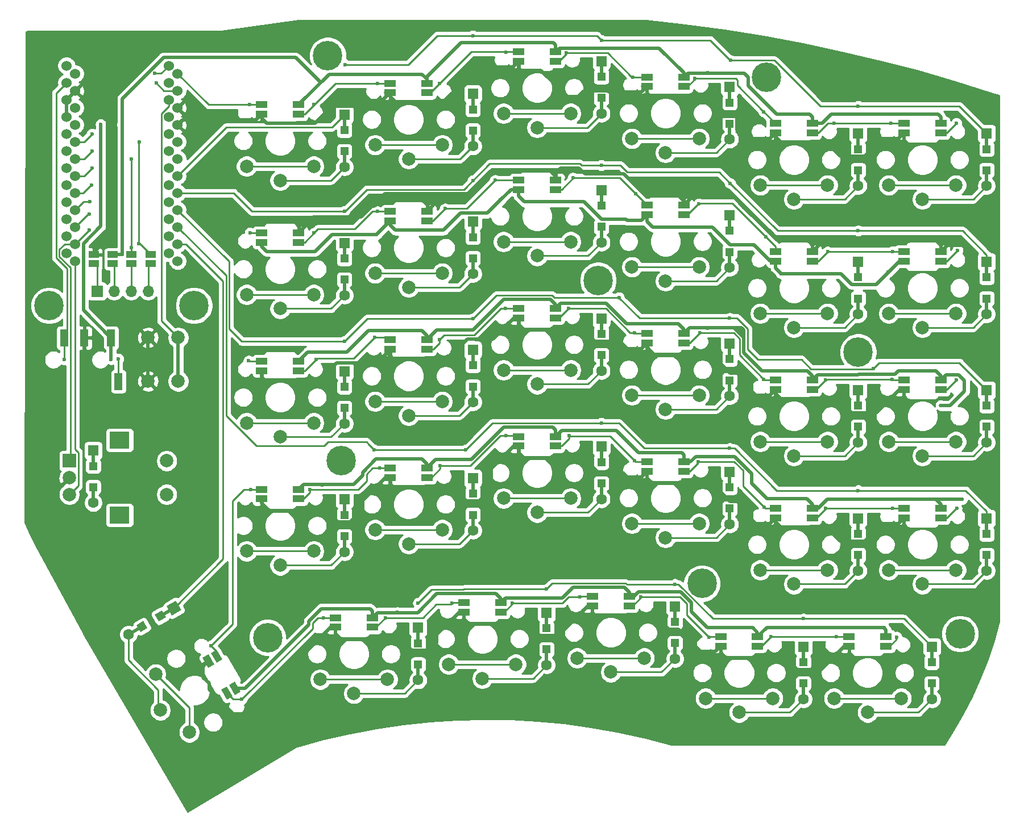
<source format=gbr>
%TF.GenerationSoftware,KiCad,Pcbnew,(5.1.8)-1*%
%TF.CreationDate,2021-02-13T18:12:48-08:00*%
%TF.ProjectId,Dualies,4475616c-6965-4732-9e6b-696361645f70,rev?*%
%TF.SameCoordinates,Original*%
%TF.FileFunction,Copper,L1,Top*%
%TF.FilePolarity,Positive*%
%FSLAX46Y46*%
G04 Gerber Fmt 4.6, Leading zero omitted, Abs format (unit mm)*
G04 Created by KiCad (PCBNEW (5.1.8)-1) date 2021-02-13 18:12:48*
%MOMM*%
%LPD*%
G01*
G04 APERTURE LIST*
%TA.AperFunction,SMDPad,CuDef*%
%ADD10R,1.700000X1.000000*%
%TD*%
%TA.AperFunction,SMDPad,CuDef*%
%ADD11C,0.100000*%
%TD*%
%TA.AperFunction,ComponentPad*%
%ADD12C,2.000000*%
%TD*%
%TA.AperFunction,ComponentPad*%
%ADD13C,4.400000*%
%TD*%
%TA.AperFunction,ComponentPad*%
%ADD14C,0.700000*%
%TD*%
%TA.AperFunction,SMDPad,CuDef*%
%ADD15R,1.200000X1.200000*%
%TD*%
%TA.AperFunction,ComponentPad*%
%ADD16R,1.600000X1.600000*%
%TD*%
%TA.AperFunction,ComponentPad*%
%ADD17C,1.600000*%
%TD*%
%TA.AperFunction,SMDPad,CuDef*%
%ADD18R,0.500000X2.500000*%
%TD*%
%TA.AperFunction,ComponentPad*%
%ADD19C,0.100000*%
%TD*%
%TA.AperFunction,SMDPad,CuDef*%
%ADD20R,1.200000X2.500000*%
%TD*%
%TA.AperFunction,ComponentPad*%
%ADD21R,1.700000X1.700000*%
%TD*%
%TA.AperFunction,ComponentPad*%
%ADD22O,1.700000X1.700000*%
%TD*%
%TA.AperFunction,SMDPad,CuDef*%
%ADD23R,1.500000X1.000000*%
%TD*%
%TA.AperFunction,ComponentPad*%
%ADD24R,3.000000X2.500000*%
%TD*%
%TA.AperFunction,ComponentPad*%
%ADD25R,2.000000X2.000000*%
%TD*%
%TA.AperFunction,ComponentPad*%
%ADD26C,1.524000*%
%TD*%
%TA.AperFunction,ViaPad*%
%ADD27C,0.600000*%
%TD*%
%TA.AperFunction,Conductor*%
%ADD28C,0.250000*%
%TD*%
%TA.AperFunction,Conductor*%
%ADD29C,0.500000*%
%TD*%
%TA.AperFunction,Conductor*%
%ADD30C,0.254000*%
%TD*%
%TA.AperFunction,Conductor*%
%ADD31C,0.100000*%
%TD*%
G04 APERTURE END LIST*
D10*
%TO.P,LED0,4*%
%TO.N,LED*%
X96718750Y-34643750D03*
%TO.P,LED0,3*%
%TO.N,GND*%
X96718750Y-36043750D03*
%TO.P,LED0,1*%
%TO.N,VCC*%
X102218750Y-34643750D03*
%TO.P,LED0,2*%
%TO.N,Net-(LED0-Pad2)*%
X102218750Y-36043750D03*
%TD*%
%TO.P,LED29,4*%
%TO.N,Net-(LED28-Pad2)*%
X184187500Y-113956250D03*
%TO.P,LED29,3*%
%TO.N,GND*%
X184187500Y-115356250D03*
%TO.P,LED29,1*%
%TO.N,VCC*%
X189687500Y-113956250D03*
%TO.P,LED29,2*%
%TO.N,Net-(LED29-Pad2)*%
X189687500Y-115356250D03*
%TD*%
%TO.P,LED1,4*%
%TO.N,Net-(LED0-Pad2)*%
X115843750Y-31456250D03*
%TO.P,LED1,3*%
%TO.N,GND*%
X115843750Y-32856250D03*
%TO.P,LED1,1*%
%TO.N,VCC*%
X121343750Y-31456250D03*
%TO.P,LED1,2*%
%TO.N,Net-(LED1-Pad2)*%
X121343750Y-32856250D03*
%TD*%
%TO.P,LED2,4*%
%TO.N,Net-(LED1-Pad2)*%
X134968750Y-26768750D03*
%TO.P,LED2,3*%
%TO.N,GND*%
X134968750Y-28168750D03*
%TO.P,LED2,1*%
%TO.N,VCC*%
X140468750Y-26768750D03*
%TO.P,LED2,2*%
%TO.N,Net-(LED2-Pad2)*%
X140468750Y-28168750D03*
%TD*%
%TO.P,LED3,4*%
%TO.N,Net-(LED2-Pad2)*%
X154093750Y-30518750D03*
%TO.P,LED3,3*%
%TO.N,GND*%
X154093750Y-31918750D03*
%TO.P,LED3,1*%
%TO.N,VCC*%
X159593750Y-30518750D03*
%TO.P,LED3,2*%
%TO.N,Net-(LED3-Pad2)*%
X159593750Y-31918750D03*
%TD*%
%TO.P,LED4,4*%
%TO.N,Net-(LED3-Pad2)*%
X173218750Y-37456250D03*
%TO.P,LED4,3*%
%TO.N,GND*%
X173218750Y-38856250D03*
%TO.P,LED4,1*%
%TO.N,VCC*%
X178718750Y-37456250D03*
%TO.P,LED4,2*%
%TO.N,Net-(LED4-Pad2)*%
X178718750Y-38856250D03*
%TD*%
%TO.P,LED5,4*%
%TO.N,Net-(LED4-Pad2)*%
X192343750Y-37456250D03*
%TO.P,LED5,3*%
%TO.N,GND*%
X192343750Y-38856250D03*
%TO.P,LED5,1*%
%TO.N,VCC*%
X197843750Y-37456250D03*
%TO.P,LED5,2*%
%TO.N,Net-(LED11-Pad4)*%
X197843750Y-38856250D03*
%TD*%
%TO.P,LED6,4*%
%TO.N,Net-(LED6-Pad4)*%
X102218750Y-55168750D03*
%TO.P,LED6,3*%
%TO.N,GND*%
X102218750Y-53768750D03*
%TO.P,LED6,1*%
%TO.N,VCC*%
X96718750Y-55168750D03*
%TO.P,LED6,2*%
%TO.N,Net-(LED12-Pad4)*%
X96718750Y-53768750D03*
%TD*%
%TO.P,LED7,4*%
%TO.N,Net-(LED7-Pad4)*%
X121343750Y-51981250D03*
%TO.P,LED7,3*%
%TO.N,GND*%
X121343750Y-50581250D03*
%TO.P,LED7,1*%
%TO.N,VCC*%
X115843750Y-51981250D03*
%TO.P,LED7,2*%
%TO.N,Net-(LED6-Pad4)*%
X115843750Y-50581250D03*
%TD*%
%TO.P,LED8,4*%
%TO.N,Net-(LED8-Pad4)*%
X140468750Y-47293750D03*
%TO.P,LED8,3*%
%TO.N,GND*%
X140468750Y-45893750D03*
%TO.P,LED8,1*%
%TO.N,VCC*%
X134968750Y-47293750D03*
%TO.P,LED8,2*%
%TO.N,Net-(LED7-Pad4)*%
X134968750Y-45893750D03*
%TD*%
%TO.P,LED9,4*%
%TO.N,Net-(LED10-Pad2)*%
X159593750Y-51043750D03*
%TO.P,LED9,3*%
%TO.N,GND*%
X159593750Y-49643750D03*
%TO.P,LED9,1*%
%TO.N,VCC*%
X154093750Y-51043750D03*
%TO.P,LED9,2*%
%TO.N,Net-(LED8-Pad4)*%
X154093750Y-49643750D03*
%TD*%
%TO.P,LED10,4*%
%TO.N,Net-(LED10-Pad4)*%
X178718750Y-57981250D03*
%TO.P,LED10,3*%
%TO.N,GND*%
X178718750Y-56581250D03*
%TO.P,LED10,1*%
%TO.N,VCC*%
X173218750Y-57981250D03*
%TO.P,LED10,2*%
%TO.N,Net-(LED10-Pad2)*%
X173218750Y-56581250D03*
%TD*%
%TO.P,LED11,4*%
%TO.N,Net-(LED11-Pad4)*%
X197843750Y-57981250D03*
%TO.P,LED11,3*%
%TO.N,GND*%
X197843750Y-56581250D03*
%TO.P,LED11,1*%
%TO.N,VCC*%
X192343750Y-57981250D03*
%TO.P,LED11,2*%
%TO.N,Net-(LED10-Pad4)*%
X192343750Y-56581250D03*
%TD*%
%TO.P,LED12,4*%
%TO.N,Net-(LED12-Pad4)*%
X96718750Y-72893750D03*
%TO.P,LED12,3*%
%TO.N,GND*%
X96718750Y-74293750D03*
%TO.P,LED12,1*%
%TO.N,VCC*%
X102218750Y-72893750D03*
%TO.P,LED12,2*%
%TO.N,Net-(LED12-Pad2)*%
X102218750Y-74293750D03*
%TD*%
%TO.P,LED13,4*%
%TO.N,Net-(LED12-Pad2)*%
X115843750Y-69706250D03*
%TO.P,LED13,3*%
%TO.N,GND*%
X115843750Y-71106250D03*
%TO.P,LED13,1*%
%TO.N,VCC*%
X121343750Y-69706250D03*
%TO.P,LED13,2*%
%TO.N,Net-(LED13-Pad2)*%
X121343750Y-71106250D03*
%TD*%
%TO.P,LED14,4*%
%TO.N,Net-(LED13-Pad2)*%
X134968750Y-65018750D03*
%TO.P,LED14,3*%
%TO.N,GND*%
X134968750Y-66418750D03*
%TO.P,LED14,1*%
%TO.N,VCC*%
X140468750Y-65018750D03*
%TO.P,LED14,2*%
%TO.N,Net-(LED14-Pad2)*%
X140468750Y-66418750D03*
%TD*%
%TO.P,LED15,4*%
%TO.N,Net-(LED14-Pad2)*%
X154093750Y-68768750D03*
%TO.P,LED15,3*%
%TO.N,GND*%
X154093750Y-70168750D03*
%TO.P,LED15,1*%
%TO.N,VCC*%
X159593750Y-68768750D03*
%TO.P,LED15,2*%
%TO.N,Net-(LED15-Pad2)*%
X159593750Y-70168750D03*
%TD*%
%TO.P,LED16,4*%
%TO.N,Net-(LED15-Pad2)*%
X173218750Y-75706250D03*
%TO.P,LED16,3*%
%TO.N,GND*%
X173218750Y-77106250D03*
%TO.P,LED16,1*%
%TO.N,VCC*%
X178718750Y-75706250D03*
%TO.P,LED16,2*%
%TO.N,Net-(LED16-Pad2)*%
X178718750Y-77106250D03*
%TD*%
%TO.P,LED17,4*%
%TO.N,Net-(LED16-Pad2)*%
X192343750Y-75706250D03*
%TO.P,LED17,3*%
%TO.N,GND*%
X192343750Y-77106250D03*
%TO.P,LED17,1*%
%TO.N,VCC*%
X197843750Y-75706250D03*
%TO.P,LED17,2*%
%TO.N,Net-(LED17-Pad2)*%
X197843750Y-77106250D03*
%TD*%
%TO.P,LED18,4*%
%TO.N,Net-(LED18-Pad4)*%
X102218750Y-93418750D03*
%TO.P,LED18,3*%
%TO.N,VCC*%
X102218750Y-92018750D03*
%TO.P,LED18,1*%
%TO.N,GND*%
X96718750Y-93418750D03*
%TO.P,LED18,2*%
%TO.N,Net-(LED18-Pad2)*%
X96718750Y-92018750D03*
%TD*%
%TO.P,LED19,4*%
%TO.N,Net-(LED19-Pad4)*%
X121343750Y-90231250D03*
%TO.P,LED19,3*%
%TO.N,VCC*%
X121343750Y-88831250D03*
%TO.P,LED19,1*%
%TO.N,GND*%
X115843750Y-90231250D03*
%TO.P,LED19,2*%
%TO.N,Net-(LED18-Pad4)*%
X115843750Y-88831250D03*
%TD*%
%TO.P,LED20,4*%
%TO.N,Net-(LED20-Pad4)*%
X140468750Y-85543750D03*
%TO.P,LED20,3*%
%TO.N,VCC*%
X140468750Y-84143750D03*
%TO.P,LED20,1*%
%TO.N,GND*%
X134968750Y-85543750D03*
%TO.P,LED20,2*%
%TO.N,Net-(LED19-Pad4)*%
X134968750Y-84143750D03*
%TD*%
%TO.P,LED21,4*%
%TO.N,Net-(LED21-Pad4)*%
X159593750Y-89293750D03*
%TO.P,LED21,3*%
%TO.N,VCC*%
X159593750Y-87893750D03*
%TO.P,LED21,1*%
%TO.N,GND*%
X154093750Y-89293750D03*
%TO.P,LED21,2*%
%TO.N,Net-(LED20-Pad4)*%
X154093750Y-87893750D03*
%TD*%
%TO.P,LED22,4*%
%TO.N,Net-(LED22-Pad4)*%
X178718750Y-96231250D03*
%TO.P,LED22,3*%
%TO.N,VCC*%
X178718750Y-94831250D03*
%TO.P,LED22,1*%
%TO.N,GND*%
X173218750Y-96231250D03*
%TO.P,LED22,2*%
%TO.N,Net-(LED21-Pad4)*%
X173218750Y-94831250D03*
%TD*%
%TO.P,LED23,4*%
%TO.N,Net-(LED17-Pad2)*%
X197843750Y-96231250D03*
%TO.P,LED23,3*%
%TO.N,VCC*%
X197843750Y-94831250D03*
%TO.P,LED23,1*%
%TO.N,GND*%
X192343750Y-96231250D03*
%TO.P,LED23,2*%
%TO.N,Net-(LED22-Pad4)*%
X192343750Y-94831250D03*
%TD*%
%TA.AperFunction,SMDPad,CuDef*%
D11*
%TO.P,LED24,4*%
%TO.N,Net-(LED18-Pad2)*%
G36*
X89123205Y-116407308D02*
G01*
X89989231Y-115907308D01*
X90839231Y-117379552D01*
X89973205Y-117879552D01*
X89123205Y-116407308D01*
G37*
%TD.AperFunction*%
%TA.AperFunction,SMDPad,CuDef*%
%TO.P,LED24,3*%
%TO.N,GND*%
G36*
X87910769Y-117107308D02*
G01*
X88776795Y-116607308D01*
X89626795Y-118079552D01*
X88760769Y-118579552D01*
X87910769Y-117107308D01*
G37*
%TD.AperFunction*%
%TA.AperFunction,SMDPad,CuDef*%
%TO.P,LED24,1*%
%TO.N,VCC*%
G36*
X91873205Y-121170448D02*
G01*
X92739231Y-120670448D01*
X93589231Y-122142692D01*
X92723205Y-122642692D01*
X91873205Y-121170448D01*
G37*
%TD.AperFunction*%
%TA.AperFunction,SMDPad,CuDef*%
%TO.P,LED24,2*%
%TO.N,Net-(LED24-Pad2)*%
G36*
X90660769Y-121870448D02*
G01*
X91526795Y-121370448D01*
X92376795Y-122842692D01*
X91510769Y-123342692D01*
X90660769Y-121870448D01*
G37*
%TD.AperFunction*%
%TD*%
D10*
%TO.P,LED25,4*%
%TO.N,Net-(LED24-Pad2)*%
X107687500Y-111143750D03*
%TO.P,LED25,3*%
%TO.N,GND*%
X107687500Y-112543750D03*
%TO.P,LED25,1*%
%TO.N,VCC*%
X113187500Y-111143750D03*
%TO.P,LED25,2*%
%TO.N,Net-(LED25-Pad2)*%
X113187500Y-112543750D03*
%TD*%
%TO.P,LED26,4*%
%TO.N,Net-(LED25-Pad2)*%
X126812500Y-108893750D03*
%TO.P,LED26,3*%
%TO.N,GND*%
X126812500Y-110293750D03*
%TO.P,LED26,1*%
%TO.N,VCC*%
X132312500Y-108893750D03*
%TO.P,LED26,2*%
%TO.N,Net-(LED26-Pad2)*%
X132312500Y-110293750D03*
%TD*%
%TO.P,LED27,4*%
%TO.N,Net-(LED26-Pad2)*%
X145937500Y-107956250D03*
%TO.P,LED27,3*%
%TO.N,GND*%
X145937500Y-109356250D03*
%TO.P,LED27,1*%
%TO.N,VCC*%
X151437500Y-107956250D03*
%TO.P,LED27,2*%
%TO.N,Net-(LED27-Pad2)*%
X151437500Y-109356250D03*
%TD*%
%TO.P,LED28,4*%
%TO.N,Net-(LED27-Pad2)*%
X165062500Y-113956250D03*
%TO.P,LED28,3*%
%TO.N,GND*%
X165062500Y-115356250D03*
%TO.P,LED28,1*%
%TO.N,VCC*%
X170562500Y-113956250D03*
%TO.P,LED28,2*%
%TO.N,Net-(LED28-Pad2)*%
X170562500Y-115356250D03*
%TD*%
D12*
%TO.P,K11,2*%
%TO.N,COL0*%
X190093750Y-65768750D03*
X200093750Y-65768750D03*
%TO.P,K11,1*%
%TO.N,Net-(D11-Pad2)*%
X195093750Y-67868750D03*
%TD*%
D13*
%TO.P,REF\u002A\u002A,1*%
%TO.N,N/C*%
X65062500Y-64593750D03*
D14*
X66712500Y-64593750D03*
X66229226Y-65760476D03*
X65062500Y-66243750D03*
X63895774Y-65760476D03*
X63412500Y-64593750D03*
X63895774Y-63427024D03*
X65062500Y-62943750D03*
X66229226Y-63427024D03*
%TD*%
D13*
%TO.P,REF\u002A\u002A,1*%
%TO.N,N/C*%
X86625000Y-64593750D03*
D14*
X88275000Y-64593750D03*
X87791726Y-65760476D03*
X86625000Y-66243750D03*
X85458274Y-65760476D03*
X84975000Y-64593750D03*
X85458274Y-63427024D03*
X86625000Y-62943750D03*
X87791726Y-63427024D03*
%TD*%
D13*
%TO.P,REF\u002A\u002A,1*%
%TO.N,N/C*%
X185531250Y-71531250D03*
D14*
X187181250Y-71531250D03*
X186697976Y-72697976D03*
X185531250Y-73181250D03*
X184364524Y-72697976D03*
X183881250Y-71531250D03*
X184364524Y-70364524D03*
X185531250Y-69881250D03*
X186697976Y-70364524D03*
%TD*%
D13*
%TO.P,REF\u002A\u002A,1*%
%TO.N,N/C*%
X146812500Y-60843750D03*
D14*
X148462500Y-60843750D03*
X147979226Y-62010476D03*
X146812500Y-62493750D03*
X145645774Y-62010476D03*
X145162500Y-60843750D03*
X145645774Y-59677024D03*
X146812500Y-59193750D03*
X147979226Y-59677024D03*
%TD*%
%TO.P,REF\u002A\u002A,1*%
%TO.N,N/C*%
X98760476Y-112927024D03*
X97593750Y-112443750D03*
X96427024Y-112927024D03*
X95943750Y-114093750D03*
X96427024Y-115260476D03*
X97593750Y-115743750D03*
X98760476Y-115260476D03*
X99243750Y-114093750D03*
D13*
X97593750Y-114093750D03*
%TD*%
D14*
%TO.P,REF\u002A\u002A,1*%
%TO.N,N/C*%
X163447976Y-104864524D03*
X162281250Y-104381250D03*
X161114524Y-104864524D03*
X160631250Y-106031250D03*
X161114524Y-107197976D03*
X162281250Y-107681250D03*
X163447976Y-107197976D03*
X163931250Y-106031250D03*
D13*
X162281250Y-106031250D03*
%TD*%
D14*
%TO.P,REF\u002A\u002A,1*%
%TO.N,N/C*%
X201885476Y-112364524D03*
X200718750Y-111881250D03*
X199552024Y-112364524D03*
X199068750Y-113531250D03*
X199552024Y-114697976D03*
X200718750Y-115181250D03*
X201885476Y-114697976D03*
X202368750Y-113531250D03*
D13*
X200718750Y-113531250D03*
%TD*%
D14*
%TO.P,REF\u002A\u002A,1*%
%TO.N,N/C*%
X107718750Y-26156250D03*
X106552024Y-25672976D03*
X105385298Y-26156250D03*
X104902024Y-27322976D03*
X105385298Y-28489702D03*
X106552024Y-28972976D03*
X107718750Y-28489702D03*
X108202024Y-27322976D03*
D13*
X106552024Y-27322976D03*
%TD*%
D14*
%TO.P,REF\u002A\u002A,1*%
%TO.N,N/C*%
X173010476Y-29395774D03*
X171843750Y-28912500D03*
X170677024Y-29395774D03*
X170193750Y-30562500D03*
X170677024Y-31729226D03*
X171843750Y-32212500D03*
X173010476Y-31729226D03*
X173493750Y-30562500D03*
D13*
X171843750Y-30562500D03*
%TD*%
%TO.P,REF\u002A\u002A,1*%
%TO.N,N/C*%
X108562500Y-87750000D03*
D14*
X110212500Y-87750000D03*
X109729226Y-88916726D03*
X108562500Y-89400000D03*
X107395774Y-88916726D03*
X106912500Y-87750000D03*
X107395774Y-86583274D03*
X108562500Y-86100000D03*
X109729226Y-86583274D03*
%TD*%
D12*
%TO.P,K28,1*%
%TO.N,Net-(D28-Pad2)*%
X167812500Y-125243750D03*
%TO.P,K28,2*%
%TO.N,COL1*%
X172812500Y-123143750D03*
X162812500Y-123143750D03*
%TD*%
%TO.P,K8,2*%
%TO.N,COL3*%
X132718750Y-55081250D03*
X142718750Y-55081250D03*
%TO.P,K8,1*%
%TO.N,Net-(D8-Pad2)*%
X137718750Y-57181250D03*
%TD*%
%TO.P,K24,2*%
%TO.N,COL5*%
X80927853Y-119538623D03*
X85927853Y-128198877D03*
%TO.P,K24,1*%
%TO.N,Net-(D24-Pad2)*%
X81609200Y-124918750D03*
%TD*%
D15*
%TO.P,D0,2*%
%TO.N,Net-(D0-Pad2)*%
X109031250Y-41606250D03*
%TO.P,D0,1*%
%TO.N,ROW0*%
X109031250Y-38456250D03*
D16*
X109031250Y-36131250D03*
D17*
%TO.P,D0,2*%
%TO.N,Net-(D0-Pad2)*%
X109031250Y-43931250D03*
D18*
%TO.P,D0,1*%
%TO.N,ROW0*%
X109031250Y-37331250D03*
%TO.P,D0,2*%
%TO.N,Net-(D0-Pad2)*%
X109031250Y-42731250D03*
D17*
X109031250Y-43931250D03*
D16*
%TO.P,D0,1*%
%TO.N,ROW0*%
X109031250Y-36131250D03*
%TD*%
%TO.P,D1,1*%
%TO.N,ROW0*%
X128156250Y-33037500D03*
D17*
%TO.P,D1,2*%
%TO.N,Net-(D1-Pad2)*%
X128156250Y-40837500D03*
D18*
X128156250Y-39637500D03*
%TO.P,D1,1*%
%TO.N,ROW0*%
X128156250Y-34237500D03*
D17*
%TO.P,D1,2*%
%TO.N,Net-(D1-Pad2)*%
X128156250Y-40837500D03*
D16*
%TO.P,D1,1*%
%TO.N,ROW0*%
X128156250Y-33037500D03*
D15*
X128156250Y-35362500D03*
%TO.P,D1,2*%
%TO.N,Net-(D1-Pad2)*%
X128156250Y-38512500D03*
%TD*%
%TO.P,D2,2*%
%TO.N,Net-(D2-Pad2)*%
X147281250Y-33637500D03*
%TO.P,D2,1*%
%TO.N,ROW0*%
X147281250Y-30487500D03*
D16*
X147281250Y-28162500D03*
D17*
%TO.P,D2,2*%
%TO.N,Net-(D2-Pad2)*%
X147281250Y-35962500D03*
D18*
%TO.P,D2,1*%
%TO.N,ROW0*%
X147281250Y-29362500D03*
%TO.P,D2,2*%
%TO.N,Net-(D2-Pad2)*%
X147281250Y-34762500D03*
D17*
X147281250Y-35962500D03*
D16*
%TO.P,D2,1*%
%TO.N,ROW0*%
X147281250Y-28162500D03*
%TD*%
%TO.P,D3,1*%
%TO.N,ROW0*%
X166406250Y-32006250D03*
D17*
%TO.P,D3,2*%
%TO.N,Net-(D3-Pad2)*%
X166406250Y-39806250D03*
D18*
X166406250Y-38606250D03*
%TO.P,D3,1*%
%TO.N,ROW0*%
X166406250Y-33206250D03*
D17*
%TO.P,D3,2*%
%TO.N,Net-(D3-Pad2)*%
X166406250Y-39806250D03*
D16*
%TO.P,D3,1*%
%TO.N,ROW0*%
X166406250Y-32006250D03*
D15*
X166406250Y-34331250D03*
%TO.P,D3,2*%
%TO.N,Net-(D3-Pad2)*%
X166406250Y-37481250D03*
%TD*%
%TO.P,D4,2*%
%TO.N,Net-(D4-Pad2)*%
X185531250Y-44418750D03*
%TO.P,D4,1*%
%TO.N,ROW0*%
X185531250Y-41268750D03*
D16*
X185531250Y-38943750D03*
D17*
%TO.P,D4,2*%
%TO.N,Net-(D4-Pad2)*%
X185531250Y-46743750D03*
D18*
%TO.P,D4,1*%
%TO.N,ROW0*%
X185531250Y-40143750D03*
%TO.P,D4,2*%
%TO.N,Net-(D4-Pad2)*%
X185531250Y-45543750D03*
D17*
X185531250Y-46743750D03*
D16*
%TO.P,D4,1*%
%TO.N,ROW0*%
X185531250Y-38943750D03*
%TD*%
D15*
%TO.P,D5,2*%
%TO.N,Net-(D5-Pad2)*%
X204656250Y-44418750D03*
%TO.P,D5,1*%
%TO.N,ROW0*%
X204656250Y-41268750D03*
D16*
X204656250Y-38943750D03*
D17*
%TO.P,D5,2*%
%TO.N,Net-(D5-Pad2)*%
X204656250Y-46743750D03*
D18*
%TO.P,D5,1*%
%TO.N,ROW0*%
X204656250Y-40143750D03*
%TO.P,D5,2*%
%TO.N,Net-(D5-Pad2)*%
X204656250Y-45543750D03*
D17*
X204656250Y-46743750D03*
D16*
%TO.P,D5,1*%
%TO.N,ROW0*%
X204656250Y-38943750D03*
%TD*%
%TO.P,D6,1*%
%TO.N,ROW1*%
X109031250Y-55256250D03*
D17*
%TO.P,D6,2*%
%TO.N,Net-(D6-Pad2)*%
X109031250Y-63056250D03*
D18*
X109031250Y-61856250D03*
%TO.P,D6,1*%
%TO.N,ROW1*%
X109031250Y-56456250D03*
D17*
%TO.P,D6,2*%
%TO.N,Net-(D6-Pad2)*%
X109031250Y-63056250D03*
D16*
%TO.P,D6,1*%
%TO.N,ROW1*%
X109031250Y-55256250D03*
D15*
X109031250Y-57581250D03*
%TO.P,D6,2*%
%TO.N,Net-(D6-Pad2)*%
X109031250Y-60731250D03*
%TD*%
%TO.P,D7,2*%
%TO.N,Net-(D7-Pad2)*%
X128156250Y-57543750D03*
%TO.P,D7,1*%
%TO.N,ROW1*%
X128156250Y-54393750D03*
D16*
X128156250Y-52068750D03*
D17*
%TO.P,D7,2*%
%TO.N,Net-(D7-Pad2)*%
X128156250Y-59868750D03*
D18*
%TO.P,D7,1*%
%TO.N,ROW1*%
X128156250Y-53268750D03*
%TO.P,D7,2*%
%TO.N,Net-(D7-Pad2)*%
X128156250Y-58668750D03*
D17*
X128156250Y-59868750D03*
D16*
%TO.P,D7,1*%
%TO.N,ROW1*%
X128156250Y-52068750D03*
%TD*%
%TO.P,D8,1*%
%TO.N,ROW1*%
X147281250Y-47381250D03*
D17*
%TO.P,D8,2*%
%TO.N,Net-(D8-Pad2)*%
X147281250Y-55181250D03*
D18*
X147281250Y-53981250D03*
%TO.P,D8,1*%
%TO.N,ROW1*%
X147281250Y-48581250D03*
D17*
%TO.P,D8,2*%
%TO.N,Net-(D8-Pad2)*%
X147281250Y-55181250D03*
D16*
%TO.P,D8,1*%
%TO.N,ROW1*%
X147281250Y-47381250D03*
D15*
X147281250Y-49706250D03*
%TO.P,D8,2*%
%TO.N,Net-(D8-Pad2)*%
X147281250Y-52856250D03*
%TD*%
%TO.P,D9,2*%
%TO.N,Net-(D9-Pad2)*%
X166406250Y-56606250D03*
%TO.P,D9,1*%
%TO.N,ROW1*%
X166406250Y-53456250D03*
D16*
X166406250Y-51131250D03*
D17*
%TO.P,D9,2*%
%TO.N,Net-(D9-Pad2)*%
X166406250Y-58931250D03*
D18*
%TO.P,D9,1*%
%TO.N,ROW1*%
X166406250Y-52331250D03*
%TO.P,D9,2*%
%TO.N,Net-(D9-Pad2)*%
X166406250Y-57731250D03*
D17*
X166406250Y-58931250D03*
D16*
%TO.P,D9,1*%
%TO.N,ROW1*%
X166406250Y-51131250D03*
%TD*%
%TO.P,D10,1*%
%TO.N,ROW1*%
X185531250Y-58068750D03*
D17*
%TO.P,D10,2*%
%TO.N,Net-(D10-Pad2)*%
X185531250Y-65868750D03*
D18*
X185531250Y-64668750D03*
%TO.P,D10,1*%
%TO.N,ROW1*%
X185531250Y-59268750D03*
D17*
%TO.P,D10,2*%
%TO.N,Net-(D10-Pad2)*%
X185531250Y-65868750D03*
D16*
%TO.P,D10,1*%
%TO.N,ROW1*%
X185531250Y-58068750D03*
D15*
X185531250Y-60393750D03*
%TO.P,D10,2*%
%TO.N,Net-(D10-Pad2)*%
X185531250Y-63543750D03*
%TD*%
D16*
%TO.P,D11,1*%
%TO.N,ROW1*%
X204656250Y-58068750D03*
D17*
%TO.P,D11,2*%
%TO.N,Net-(D11-Pad2)*%
X204656250Y-65868750D03*
D18*
X204656250Y-64668750D03*
%TO.P,D11,1*%
%TO.N,ROW1*%
X204656250Y-59268750D03*
D17*
%TO.P,D11,2*%
%TO.N,Net-(D11-Pad2)*%
X204656250Y-65868750D03*
D16*
%TO.P,D11,1*%
%TO.N,ROW1*%
X204656250Y-58068750D03*
D15*
X204656250Y-60393750D03*
%TO.P,D11,2*%
%TO.N,Net-(D11-Pad2)*%
X204656250Y-63543750D03*
%TD*%
%TO.P,D12,2*%
%TO.N,Net-(D12-Pad2)*%
X109031250Y-79856250D03*
%TO.P,D12,1*%
%TO.N,ROW2*%
X109031250Y-76706250D03*
D16*
X109031250Y-74381250D03*
D17*
%TO.P,D12,2*%
%TO.N,Net-(D12-Pad2)*%
X109031250Y-82181250D03*
D18*
%TO.P,D12,1*%
%TO.N,ROW2*%
X109031250Y-75581250D03*
%TO.P,D12,2*%
%TO.N,Net-(D12-Pad2)*%
X109031250Y-80981250D03*
D17*
X109031250Y-82181250D03*
D16*
%TO.P,D12,1*%
%TO.N,ROW2*%
X109031250Y-74381250D03*
%TD*%
%TO.P,D13,1*%
%TO.N,ROW2*%
X128156250Y-71193750D03*
D17*
%TO.P,D13,2*%
%TO.N,Net-(D13-Pad2)*%
X128156250Y-78993750D03*
D18*
X128156250Y-77793750D03*
%TO.P,D13,1*%
%TO.N,ROW2*%
X128156250Y-72393750D03*
D17*
%TO.P,D13,2*%
%TO.N,Net-(D13-Pad2)*%
X128156250Y-78993750D03*
D16*
%TO.P,D13,1*%
%TO.N,ROW2*%
X128156250Y-71193750D03*
D15*
X128156250Y-73518750D03*
%TO.P,D13,2*%
%TO.N,Net-(D13-Pad2)*%
X128156250Y-76668750D03*
%TD*%
%TO.P,D14,2*%
%TO.N,Net-(D14-Pad2)*%
X147281250Y-72000000D03*
%TO.P,D14,1*%
%TO.N,ROW2*%
X147281250Y-68850000D03*
D16*
X147281250Y-66525000D03*
D17*
%TO.P,D14,2*%
%TO.N,Net-(D14-Pad2)*%
X147281250Y-74325000D03*
D18*
%TO.P,D14,1*%
%TO.N,ROW2*%
X147281250Y-67725000D03*
%TO.P,D14,2*%
%TO.N,Net-(D14-Pad2)*%
X147281250Y-73125000D03*
D17*
X147281250Y-74325000D03*
D16*
%TO.P,D14,1*%
%TO.N,ROW2*%
X147281250Y-66525000D03*
%TD*%
%TO.P,D15,1*%
%TO.N,ROW2*%
X166406250Y-70256250D03*
D17*
%TO.P,D15,2*%
%TO.N,Net-(D15-Pad2)*%
X166406250Y-78056250D03*
D18*
X166406250Y-76856250D03*
%TO.P,D15,1*%
%TO.N,ROW2*%
X166406250Y-71456250D03*
D17*
%TO.P,D15,2*%
%TO.N,Net-(D15-Pad2)*%
X166406250Y-78056250D03*
D16*
%TO.P,D15,1*%
%TO.N,ROW2*%
X166406250Y-70256250D03*
D15*
X166406250Y-72581250D03*
%TO.P,D15,2*%
%TO.N,Net-(D15-Pad2)*%
X166406250Y-75731250D03*
%TD*%
%TO.P,D16,2*%
%TO.N,Net-(D16-Pad2)*%
X185531250Y-82668750D03*
%TO.P,D16,1*%
%TO.N,ROW2*%
X185531250Y-79518750D03*
D16*
X185531250Y-77193750D03*
D17*
%TO.P,D16,2*%
%TO.N,Net-(D16-Pad2)*%
X185531250Y-84993750D03*
D18*
%TO.P,D16,1*%
%TO.N,ROW2*%
X185531250Y-78393750D03*
%TO.P,D16,2*%
%TO.N,Net-(D16-Pad2)*%
X185531250Y-83793750D03*
D17*
X185531250Y-84993750D03*
D16*
%TO.P,D16,1*%
%TO.N,ROW2*%
X185531250Y-77193750D03*
%TD*%
%TO.P,D17,1*%
%TO.N,ROW2*%
X204656250Y-77193750D03*
D17*
%TO.P,D17,2*%
%TO.N,Net-(D17-Pad2)*%
X204656250Y-84993750D03*
D18*
X204656250Y-83793750D03*
%TO.P,D17,1*%
%TO.N,ROW2*%
X204656250Y-78393750D03*
D17*
%TO.P,D17,2*%
%TO.N,Net-(D17-Pad2)*%
X204656250Y-84993750D03*
D16*
%TO.P,D17,1*%
%TO.N,ROW2*%
X204656250Y-77193750D03*
D15*
X204656250Y-79518750D03*
%TO.P,D17,2*%
%TO.N,Net-(D17-Pad2)*%
X204656250Y-82668750D03*
%TD*%
%TO.P,D18,2*%
%TO.N,Net-(D18-Pad2)*%
X109031250Y-98981250D03*
%TO.P,D18,1*%
%TO.N,ROW3*%
X109031250Y-95831250D03*
D16*
X109031250Y-93506250D03*
D17*
%TO.P,D18,2*%
%TO.N,Net-(D18-Pad2)*%
X109031250Y-101306250D03*
D18*
%TO.P,D18,1*%
%TO.N,ROW3*%
X109031250Y-94706250D03*
%TO.P,D18,2*%
%TO.N,Net-(D18-Pad2)*%
X109031250Y-100106250D03*
D17*
X109031250Y-101306250D03*
D16*
%TO.P,D18,1*%
%TO.N,ROW3*%
X109031250Y-93506250D03*
%TD*%
D15*
%TO.P,D19,2*%
%TO.N,Net-(D19-Pad2)*%
X128156250Y-95793750D03*
%TO.P,D19,1*%
%TO.N,ROW3*%
X128156250Y-92643750D03*
D16*
X128156250Y-90318750D03*
D17*
%TO.P,D19,2*%
%TO.N,Net-(D19-Pad2)*%
X128156250Y-98118750D03*
D18*
%TO.P,D19,1*%
%TO.N,ROW3*%
X128156250Y-91518750D03*
%TO.P,D19,2*%
%TO.N,Net-(D19-Pad2)*%
X128156250Y-96918750D03*
D17*
X128156250Y-98118750D03*
D16*
%TO.P,D19,1*%
%TO.N,ROW3*%
X128156250Y-90318750D03*
%TD*%
D15*
%TO.P,D20,2*%
%TO.N,Net-(D20-Pad2)*%
X147281250Y-91106250D03*
%TO.P,D20,1*%
%TO.N,ROW3*%
X147281250Y-87956250D03*
D16*
X147281250Y-85631250D03*
D17*
%TO.P,D20,2*%
%TO.N,Net-(D20-Pad2)*%
X147281250Y-93431250D03*
D18*
%TO.P,D20,1*%
%TO.N,ROW3*%
X147281250Y-86831250D03*
%TO.P,D20,2*%
%TO.N,Net-(D20-Pad2)*%
X147281250Y-92231250D03*
D17*
X147281250Y-93431250D03*
D16*
%TO.P,D20,1*%
%TO.N,ROW3*%
X147281250Y-85631250D03*
%TD*%
%TO.P,D21,1*%
%TO.N,ROW3*%
X166406250Y-89381250D03*
D17*
%TO.P,D21,2*%
%TO.N,Net-(D21-Pad2)*%
X166406250Y-97181250D03*
D18*
X166406250Y-95981250D03*
%TO.P,D21,1*%
%TO.N,ROW3*%
X166406250Y-90581250D03*
D17*
%TO.P,D21,2*%
%TO.N,Net-(D21-Pad2)*%
X166406250Y-97181250D03*
D16*
%TO.P,D21,1*%
%TO.N,ROW3*%
X166406250Y-89381250D03*
D15*
X166406250Y-91706250D03*
%TO.P,D21,2*%
%TO.N,Net-(D21-Pad2)*%
X166406250Y-94856250D03*
%TD*%
%TO.P,D22,2*%
%TO.N,Net-(D22-Pad2)*%
X185531250Y-101793750D03*
%TO.P,D22,1*%
%TO.N,ROW3*%
X185531250Y-98643750D03*
D16*
X185531250Y-96318750D03*
D17*
%TO.P,D22,2*%
%TO.N,Net-(D22-Pad2)*%
X185531250Y-104118750D03*
D18*
%TO.P,D22,1*%
%TO.N,ROW3*%
X185531250Y-97518750D03*
%TO.P,D22,2*%
%TO.N,Net-(D22-Pad2)*%
X185531250Y-102918750D03*
D17*
X185531250Y-104118750D03*
D16*
%TO.P,D22,1*%
%TO.N,ROW3*%
X185531250Y-96318750D03*
%TD*%
%TO.P,D23,1*%
%TO.N,ROW3*%
X204656250Y-96318750D03*
D17*
%TO.P,D23,2*%
%TO.N,Net-(D23-Pad2)*%
X204656250Y-104118750D03*
D18*
X204656250Y-102918750D03*
%TO.P,D23,1*%
%TO.N,ROW3*%
X204656250Y-97518750D03*
D17*
%TO.P,D23,2*%
%TO.N,Net-(D23-Pad2)*%
X204656250Y-104118750D03*
D16*
%TO.P,D23,1*%
%TO.N,ROW3*%
X204656250Y-96318750D03*
D15*
X204656250Y-98643750D03*
%TO.P,D23,2*%
%TO.N,Net-(D23-Pad2)*%
X204656250Y-101793750D03*
%TD*%
%TA.AperFunction,SMDPad,CuDef*%
D11*
%TO.P,D24,2*%
%TO.N,Net-(D24-Pad2)*%
G36*
X79105625Y-111624135D02*
G01*
X79705625Y-112663365D01*
X78666395Y-113263365D01*
X78066395Y-112224135D01*
X79105625Y-111624135D01*
G37*
%TD.AperFunction*%
%TA.AperFunction,SMDPad,CuDef*%
%TO.P,D24,1*%
%TO.N,ROW4*%
G36*
X81833605Y-110049135D02*
G01*
X82433605Y-111088365D01*
X81394375Y-111688365D01*
X80794375Y-110649135D01*
X81833605Y-110049135D01*
G37*
%TD.AperFunction*%
%TA.AperFunction,ComponentPad*%
D19*
G36*
X83920319Y-108613430D02*
G01*
X84720319Y-109999070D01*
X83334679Y-110799070D01*
X82534679Y-109413430D01*
X83920319Y-108613430D01*
G37*
%TD.AperFunction*%
D17*
%TO.P,D24,2*%
%TO.N,Net-(D24-Pad2)*%
X76872501Y-113606250D03*
%TA.AperFunction,SMDPad,CuDef*%
D11*
%TO.P,D24,1*%
%TO.N,ROW4*%
G36*
X83545801Y-109464744D02*
G01*
X83795801Y-109897756D01*
X81630737Y-111147756D01*
X81380737Y-110714744D01*
X83545801Y-109464744D01*
G37*
%TD.AperFunction*%
%TA.AperFunction,SMDPad,CuDef*%
%TO.P,D24,2*%
%TO.N,Net-(D24-Pad2)*%
G36*
X78869263Y-112164744D02*
G01*
X79119263Y-112597756D01*
X76954199Y-113847756D01*
X76704199Y-113414744D01*
X78869263Y-112164744D01*
G37*
%TD.AperFunction*%
D17*
X76872501Y-113606250D03*
%TA.AperFunction,ComponentPad*%
D19*
%TO.P,D24,1*%
%TO.N,ROW4*%
G36*
X83920319Y-108613430D02*
G01*
X84720319Y-109999070D01*
X83334679Y-110799070D01*
X82534679Y-109413430D01*
X83920319Y-108613430D01*
G37*
%TD.AperFunction*%
%TD*%
D16*
%TO.P,D25,1*%
%TO.N,ROW4*%
X120000000Y-112631250D03*
D17*
%TO.P,D25,2*%
%TO.N,Net-(D25-Pad2)*%
X120000000Y-120431250D03*
D18*
X120000000Y-119231250D03*
%TO.P,D25,1*%
%TO.N,ROW4*%
X120000000Y-113831250D03*
D17*
%TO.P,D25,2*%
%TO.N,Net-(D25-Pad2)*%
X120000000Y-120431250D03*
D16*
%TO.P,D25,1*%
%TO.N,ROW4*%
X120000000Y-112631250D03*
D15*
X120000000Y-114956250D03*
%TO.P,D25,2*%
%TO.N,Net-(D25-Pad2)*%
X120000000Y-118106250D03*
%TD*%
%TO.P,D26,2*%
%TO.N,Net-(D26-Pad2)*%
X139125000Y-115856250D03*
%TO.P,D26,1*%
%TO.N,ROW4*%
X139125000Y-112706250D03*
D16*
X139125000Y-110381250D03*
D17*
%TO.P,D26,2*%
%TO.N,Net-(D26-Pad2)*%
X139125000Y-118181250D03*
D18*
%TO.P,D26,1*%
%TO.N,ROW4*%
X139125000Y-111581250D03*
%TO.P,D26,2*%
%TO.N,Net-(D26-Pad2)*%
X139125000Y-116981250D03*
D17*
X139125000Y-118181250D03*
D16*
%TO.P,D26,1*%
%TO.N,ROW4*%
X139125000Y-110381250D03*
%TD*%
%TO.P,D27,1*%
%TO.N,ROW4*%
X158250000Y-109443750D03*
D17*
%TO.P,D27,2*%
%TO.N,Net-(D27-Pad2)*%
X158250000Y-117243750D03*
D18*
X158250000Y-116043750D03*
%TO.P,D27,1*%
%TO.N,ROW4*%
X158250000Y-110643750D03*
D17*
%TO.P,D27,2*%
%TO.N,Net-(D27-Pad2)*%
X158250000Y-117243750D03*
D16*
%TO.P,D27,1*%
%TO.N,ROW4*%
X158250000Y-109443750D03*
D15*
X158250000Y-111768750D03*
%TO.P,D27,2*%
%TO.N,Net-(D27-Pad2)*%
X158250000Y-114918750D03*
%TD*%
%TO.P,D28,2*%
%TO.N,Net-(D28-Pad2)*%
X177375000Y-120918750D03*
%TO.P,D28,1*%
%TO.N,ROW4*%
X177375000Y-117768750D03*
D16*
X177375000Y-115443750D03*
D17*
%TO.P,D28,2*%
%TO.N,Net-(D28-Pad2)*%
X177375000Y-123243750D03*
D18*
%TO.P,D28,1*%
%TO.N,ROW4*%
X177375000Y-116643750D03*
%TO.P,D28,2*%
%TO.N,Net-(D28-Pad2)*%
X177375000Y-122043750D03*
D17*
X177375000Y-123243750D03*
D16*
%TO.P,D28,1*%
%TO.N,ROW4*%
X177375000Y-115443750D03*
%TD*%
%TO.P,D29,1*%
%TO.N,ROW4*%
X196500000Y-115443750D03*
D17*
%TO.P,D29,2*%
%TO.N,Net-(D29-Pad2)*%
X196500000Y-123243750D03*
D18*
X196500000Y-122043750D03*
%TO.P,D29,1*%
%TO.N,ROW4*%
X196500000Y-116643750D03*
D17*
%TO.P,D29,2*%
%TO.N,Net-(D29-Pad2)*%
X196500000Y-123243750D03*
D16*
%TO.P,D29,1*%
%TO.N,ROW4*%
X196500000Y-115443750D03*
D15*
X196500000Y-117768750D03*
%TO.P,D29,2*%
%TO.N,Net-(D29-Pad2)*%
X196500000Y-120918750D03*
%TD*%
D16*
%TO.P,D30,1*%
%TO.N,ROW5*%
X71625000Y-86193750D03*
D17*
%TO.P,D30,2*%
%TO.N,encROW*%
X71625000Y-93993750D03*
D18*
X71625000Y-92793750D03*
%TO.P,D30,1*%
%TO.N,ROW5*%
X71625000Y-87393750D03*
D17*
%TO.P,D30,2*%
%TO.N,encROW*%
X71625000Y-93993750D03*
D16*
%TO.P,D30,1*%
%TO.N,ROW5*%
X71625000Y-86193750D03*
D15*
X71625000Y-88518750D03*
%TO.P,D30,2*%
%TO.N,encROW*%
X71625000Y-91668750D03*
%TD*%
D20*
%TO.P,J0,R2*%
%TO.N,TRRS_DATA*%
X67291750Y-69406250D03*
%TO.P,J0,R1*%
%TO.N,GND*%
X70291750Y-69406250D03*
%TO.P,J0,T*%
%TO.N,VCC*%
X74291750Y-69406250D03*
%TO.P,J0,S*%
%TO.N,TRRS_DATA*%
X75391750Y-75906250D03*
%TD*%
D21*
%TO.P,J1,1*%
%TO.N,Net-(J1-Pad1)*%
X72187500Y-62437500D03*
D22*
%TO.P,J1,2*%
%TO.N,Net-(J1-Pad2)*%
X74727500Y-62437500D03*
%TO.P,J1,3*%
%TO.N,Net-(J1-Pad3)*%
X77267500Y-62437500D03*
%TO.P,J1,4*%
%TO.N,Net-(J1-Pad4)*%
X79807500Y-62437500D03*
%TD*%
D23*
%TO.P,JP1,1*%
%TO.N,GND*%
X71718750Y-57006250D03*
%TO.P,JP1,2*%
%TO.N,Net-(J1-Pad1)*%
X71718750Y-58306250D03*
%TD*%
%TO.P,JP2,2*%
%TO.N,Net-(J1-Pad2)*%
X74531250Y-58312500D03*
%TO.P,JP2,1*%
%TO.N,VCC*%
X74531250Y-57012500D03*
%TD*%
%TO.P,JP3,1*%
%TO.N,SCL*%
X77343750Y-57012500D03*
%TO.P,JP3,2*%
%TO.N,Net-(J1-Pad3)*%
X77343750Y-58312500D03*
%TD*%
%TO.P,JP4,2*%
%TO.N,Net-(J1-Pad4)*%
X80156250Y-58312500D03*
%TO.P,JP4,1*%
%TO.N,SDA*%
X80156250Y-57012500D03*
%TD*%
D12*
%TO.P,K0,1*%
%TO.N,Net-(D0-Pad2)*%
X99468750Y-45931250D03*
%TO.P,K0,2*%
%TO.N,COL5*%
X104468750Y-43831250D03*
X94468750Y-43831250D03*
%TD*%
%TO.P,K1,2*%
%TO.N,COL4*%
X113593750Y-40643750D03*
X123593750Y-40643750D03*
%TO.P,K1,1*%
%TO.N,Net-(D1-Pad2)*%
X118593750Y-42743750D03*
%TD*%
%TO.P,K2,1*%
%TO.N,Net-(D2-Pad2)*%
X137718750Y-38056250D03*
%TO.P,K2,2*%
%TO.N,COL3*%
X142718750Y-35956250D03*
X132718750Y-35956250D03*
%TD*%
%TO.P,K3,1*%
%TO.N,Net-(D3-Pad2)*%
X156843750Y-41806250D03*
%TO.P,K3,2*%
%TO.N,COL2*%
X161843750Y-39706250D03*
X151843750Y-39706250D03*
%TD*%
%TO.P,K4,2*%
%TO.N,COL1*%
X170968750Y-46643750D03*
X180968750Y-46643750D03*
%TO.P,K4,1*%
%TO.N,Net-(D4-Pad2)*%
X175968750Y-48743750D03*
%TD*%
%TO.P,K5,1*%
%TO.N,Net-(D5-Pad2)*%
X195093750Y-48743750D03*
%TO.P,K5,2*%
%TO.N,COL0*%
X200093750Y-46643750D03*
X190093750Y-46643750D03*
%TD*%
%TO.P,K6,1*%
%TO.N,Net-(D6-Pad2)*%
X99468750Y-65056250D03*
%TO.P,K6,2*%
%TO.N,COL5*%
X104468750Y-62956250D03*
X94468750Y-62956250D03*
%TD*%
%TO.P,K7,1*%
%TO.N,Net-(D7-Pad2)*%
X118593750Y-61868750D03*
%TO.P,K7,2*%
%TO.N,COL4*%
X123593750Y-59768750D03*
X113593750Y-59768750D03*
%TD*%
%TO.P,K9,2*%
%TO.N,COL2*%
X151843750Y-58831250D03*
X161843750Y-58831250D03*
%TO.P,K9,1*%
%TO.N,Net-(D9-Pad2)*%
X156843750Y-60931250D03*
%TD*%
%TO.P,K10,2*%
%TO.N,COL1*%
X170968750Y-65768750D03*
X180968750Y-65768750D03*
%TO.P,K10,1*%
%TO.N,Net-(D10-Pad2)*%
X175968750Y-67868750D03*
%TD*%
%TO.P,K12,2*%
%TO.N,COL5*%
X94468750Y-82081250D03*
X104468750Y-82081250D03*
%TO.P,K12,1*%
%TO.N,Net-(D12-Pad2)*%
X99468750Y-84181250D03*
%TD*%
%TO.P,K13,2*%
%TO.N,COL4*%
X113593750Y-78893750D03*
X123593750Y-78893750D03*
%TO.P,K13,1*%
%TO.N,Net-(D13-Pad2)*%
X118593750Y-80993750D03*
%TD*%
%TO.P,K14,1*%
%TO.N,Net-(D14-Pad2)*%
X137718750Y-76306250D03*
%TO.P,K14,2*%
%TO.N,COL3*%
X142718750Y-74206250D03*
X132718750Y-74206250D03*
%TD*%
%TO.P,K15,1*%
%TO.N,Net-(D15-Pad2)*%
X156843750Y-80056250D03*
%TO.P,K15,2*%
%TO.N,COL2*%
X161843750Y-77956250D03*
X151843750Y-77956250D03*
%TD*%
%TO.P,K16,2*%
%TO.N,COL1*%
X170968750Y-84893750D03*
X180968750Y-84893750D03*
%TO.P,K16,1*%
%TO.N,Net-(D16-Pad2)*%
X175968750Y-86993750D03*
%TD*%
%TO.P,K17,1*%
%TO.N,Net-(D17-Pad2)*%
X195093750Y-86993750D03*
%TO.P,K17,2*%
%TO.N,COL0*%
X200093750Y-84893750D03*
X190093750Y-84893750D03*
%TD*%
%TO.P,K18,1*%
%TO.N,Net-(D18-Pad2)*%
X99468750Y-103306250D03*
%TO.P,K18,2*%
%TO.N,COL5*%
X104468750Y-101206250D03*
X94468750Y-101206250D03*
%TD*%
%TO.P,K19,1*%
%TO.N,Net-(D19-Pad2)*%
X118593750Y-100118750D03*
%TO.P,K19,2*%
%TO.N,COL4*%
X123593750Y-98018750D03*
X113593750Y-98018750D03*
%TD*%
%TO.P,K20,1*%
%TO.N,Net-(D20-Pad2)*%
X137718750Y-95431250D03*
%TO.P,K20,2*%
%TO.N,COL3*%
X142718750Y-93331250D03*
X132718750Y-93331250D03*
%TD*%
%TO.P,K21,2*%
%TO.N,COL2*%
X151843750Y-97081250D03*
X161843750Y-97081250D03*
%TO.P,K21,1*%
%TO.N,Net-(D21-Pad2)*%
X156843750Y-99181250D03*
%TD*%
%TO.P,K22,2*%
%TO.N,COL1*%
X170968750Y-104018750D03*
X180968750Y-104018750D03*
%TO.P,K22,1*%
%TO.N,Net-(D22-Pad2)*%
X175968750Y-106118750D03*
%TD*%
%TO.P,K23,2*%
%TO.N,COL0*%
X190093750Y-104018750D03*
X200093750Y-104018750D03*
%TO.P,K23,1*%
%TO.N,Net-(D23-Pad2)*%
X195093750Y-106118750D03*
%TD*%
%TO.P,K25,2*%
%TO.N,COL4*%
X105437500Y-120331250D03*
X115437500Y-120331250D03*
%TO.P,K25,1*%
%TO.N,Net-(D25-Pad2)*%
X110437500Y-122431250D03*
%TD*%
%TO.P,K26,2*%
%TO.N,COL3*%
X124562500Y-118081250D03*
X134562500Y-118081250D03*
%TO.P,K26,1*%
%TO.N,Net-(D26-Pad2)*%
X129562500Y-120181250D03*
%TD*%
%TO.P,K27,1*%
%TO.N,Net-(D27-Pad2)*%
X148687500Y-119243750D03*
%TO.P,K27,2*%
%TO.N,COL2*%
X153687500Y-117143750D03*
X143687500Y-117143750D03*
%TD*%
%TO.P,K29,1*%
%TO.N,Net-(D29-Pad2)*%
X186937500Y-125243750D03*
%TO.P,K29,2*%
%TO.N,COL0*%
X191937500Y-123143750D03*
X181937500Y-123143750D03*
%TD*%
%TO.P,SW0,2*%
%TO.N,GND*%
X79781250Y-69375000D03*
%TO.P,SW0,1*%
%TO.N,RST*%
X84281250Y-69375000D03*
%TO.P,SW0,2*%
%TO.N,GND*%
X79781250Y-75875000D03*
%TO.P,SW0,1*%
%TO.N,RST*%
X84281250Y-75875000D03*
%TD*%
%TO.P,SW1,S2*%
%TO.N,encROW*%
X82562500Y-92750000D03*
%TO.P,SW1,S1*%
%TO.N,COL5*%
X82562500Y-87750000D03*
D24*
%TO.P,SW1,MP*%
%TO.N,N/C*%
X75562500Y-95850000D03*
X75562500Y-84650000D03*
D12*
%TO.P,SW1,B*%
%TO.N,enc0DB*%
X68062500Y-92750000D03*
%TO.P,SW1,C*%
%TO.N,GND*%
X68062500Y-90250000D03*
D25*
%TO.P,SW1,A*%
%TO.N,enc0DA*%
X68062500Y-87750000D03*
%TD*%
D26*
%TO.P,U0,22*%
%TO.N,RST*%
X68947500Y-35103750D03*
%TO.P,U0,10*%
%TO.N,ROW3*%
X84187500Y-52883750D03*
%TO.P,U0,18*%
%TO.N,COL2*%
X68947500Y-45263750D03*
%TO.P,U0,6*%
%TO.N,SCL*%
X84187500Y-42723750D03*
%TO.P,U0,4*%
%TO.N,GND*%
X84187500Y-37643750D03*
%TO.P,U0,14*%
%TO.N,enc0DA*%
X68947500Y-55423750D03*
%TO.P,U0,3*%
%TO.N,GND*%
X84187500Y-35103750D03*
%TO.P,U0,1*%
%TO.N,LED*%
X84187500Y-30023750D03*
%TO.P,U0,16*%
%TO.N,COL4*%
X68947500Y-50343750D03*
%TO.P,U0,12*%
%TO.N,ROW5*%
X84187500Y-57963750D03*
%TO.P,U0,19*%
%TO.N,COL1*%
X68947500Y-42723750D03*
%TO.P,U0,23*%
%TO.N,GND*%
X68947500Y-32563750D03*
%TO.P,U0,21*%
%TO.N,VCC*%
X68947500Y-37643750D03*
%TO.P,U0,20*%
%TO.N,COL0*%
X68947500Y-40183750D03*
%TO.P,U0,15*%
%TO.N,COL5*%
X68947500Y-52883750D03*
%TO.P,U0,17*%
%TO.N,COL3*%
X68947500Y-47803750D03*
%TO.P,U0,9*%
%TO.N,ROW2*%
X84187500Y-50343750D03*
%TO.P,U0,8*%
%TO.N,ROW1*%
X84187500Y-47803750D03*
%TO.P,U0,13*%
%TO.N,enc0DB*%
X68947500Y-57963750D03*
%TO.P,U0,11*%
%TO.N,ROW4*%
X84187500Y-55423750D03*
%TO.P,U0,2*%
%TO.N,TRRS_DATA*%
X84187500Y-32563750D03*
%TO.P,U0,24*%
%TO.N,Net-(U0-Pad24)*%
X68947500Y-30023750D03*
%TO.P,U0,7*%
%TO.N,ROW0*%
X84187500Y-45263750D03*
%TO.P,U0,5*%
%TO.N,SDA*%
X84187500Y-40183750D03*
%TO.P,U0,1*%
%TO.N,LED*%
X67648685Y-28828005D03*
%TO.P,U0,2*%
%TO.N,TRRS_DATA*%
X67648685Y-31368005D03*
%TO.P,U0,3*%
%TO.N,GND*%
X67648685Y-33908005D03*
%TO.P,U0,4*%
X67648685Y-36448005D03*
%TO.P,U0,5*%
%TO.N,SDA*%
X67648685Y-38988005D03*
%TO.P,U0,6*%
%TO.N,SCL*%
X67648685Y-41528005D03*
%TO.P,U0,7*%
%TO.N,ROW0*%
X67648685Y-44068005D03*
%TO.P,U0,8*%
%TO.N,ROW1*%
X67648685Y-46608005D03*
%TO.P,U0,9*%
%TO.N,ROW2*%
X67648685Y-49148005D03*
%TO.P,U0,10*%
%TO.N,ROW3*%
X67648685Y-51688005D03*
%TO.P,U0,11*%
%TO.N,ROW4*%
X67648685Y-54228005D03*
%TO.P,U0,12*%
%TO.N,ROW5*%
X67648685Y-56768005D03*
%TO.P,U0,13*%
%TO.N,enc0DB*%
X82888685Y-56768005D03*
%TO.P,U0,14*%
%TO.N,enc0DA*%
X82888685Y-54228005D03*
%TO.P,U0,15*%
%TO.N,COL5*%
X82888685Y-51688005D03*
%TO.P,U0,16*%
%TO.N,COL4*%
X82888685Y-49148005D03*
%TO.P,U0,17*%
%TO.N,COL3*%
X82888685Y-46608005D03*
%TO.P,U0,18*%
%TO.N,COL2*%
X82888685Y-44068005D03*
%TO.P,U0,19*%
%TO.N,COL1*%
X82888685Y-41528005D03*
%TO.P,U0,20*%
%TO.N,COL0*%
X82888685Y-38988005D03*
%TO.P,U0,21*%
%TO.N,VCC*%
X82888685Y-36448005D03*
%TO.P,U0,22*%
%TO.N,RST*%
X82888685Y-33908005D03*
%TO.P,U0,23*%
%TO.N,GND*%
X82888685Y-31368005D03*
%TO.P,U0,24*%
%TO.N,Net-(U0-Pad24)*%
X82888685Y-28828005D03*
%TD*%
D27*
%TO.N,ROW0*%
X109125000Y-28687500D03*
X185531250Y-34875000D03*
X166500000Y-28031250D03*
X147281250Y-25031250D03*
X128156250Y-24375000D03*
%TO.N,ROW1*%
X109031250Y-50531250D03*
X147281250Y-43687500D03*
X166453125Y-46359375D03*
X185531250Y-53437500D03*
X128156250Y-45937500D03*
%TO.N,ROW2*%
X109031250Y-69937500D03*
X128156250Y-66562500D03*
X149906250Y-63375000D03*
X166406250Y-66468750D03*
X187781250Y-73968750D03*
%TO.N,ROW3*%
X113437500Y-86062500D03*
X127125000Y-86062500D03*
X147281250Y-82125000D03*
X185531250Y-92156250D03*
X166406250Y-85875000D03*
%TO.N,ROW4*%
X120000000Y-108937500D03*
X139125000Y-106875000D03*
X158250000Y-106125000D03*
X177375000Y-111281250D03*
%TO.N,TRRS_DATA*%
X81000000Y-31406250D03*
X67291750Y-72635500D03*
X75391750Y-72545750D03*
%TO.N,VCC*%
X163125000Y-29906250D03*
X143109376Y-26203124D03*
X105468750Y-31312500D03*
X170062500Y-55593750D03*
X190031250Y-59625000D03*
X105750000Y-71531250D03*
X75943750Y-57006250D03*
X75943750Y-37600000D03*
X124875000Y-68250000D03*
X144000000Y-64218750D03*
X182437501Y-74906249D03*
X113812500Y-54000000D03*
X132285751Y-48848251D03*
X150468750Y-51750000D03*
X163125000Y-67968750D03*
X174056249Y-59818749D03*
X167906250Y-68250000D03*
X201000000Y-93468750D03*
X197343750Y-93468750D03*
X197843750Y-79468750D03*
X163125001Y-87093749D03*
X182343750Y-93468750D03*
X144000000Y-83250000D03*
X124968750Y-87562500D03*
X105750000Y-91312500D03*
X116906250Y-110343750D03*
X135281250Y-108187500D03*
X154687501Y-107249999D03*
X173437500Y-112593750D03*
X189375000Y-112593750D03*
X74291750Y-72604250D03*
X72750000Y-37593750D03*
X94500000Y-121406250D03*
%TO.N,GND*%
X104571875Y-51415625D03*
X124031250Y-47906250D03*
X161900000Y-47337500D03*
X180415625Y-54884375D03*
X202781250Y-56906250D03*
X92531250Y-36843750D03*
X112968750Y-34875000D03*
X131062500Y-28968750D03*
X150375000Y-32718750D03*
X169218750Y-39750000D03*
X188343750Y-40500000D03*
X142968750Y-44062500D03*
X168503752Y-49933748D03*
X113625000Y-73125000D03*
X73781250Y-54562500D03*
X73781250Y-32531250D03*
X132656250Y-68062500D03*
X152587499Y-71006251D03*
X169593750Y-76312500D03*
X189975499Y-78787999D03*
X189000000Y-97218750D03*
X169500000Y-95343750D03*
X150508499Y-89585251D03*
X132937500Y-86906250D03*
X113812500Y-91593750D03*
X97875000Y-95250000D03*
X181968750Y-116906250D03*
X143531250Y-111093750D03*
X124406250Y-112031250D03*
X70291750Y-72635500D03*
X103491124Y-116053624D03*
%TO.N,SCL*%
X77343750Y-55968750D03*
X77343750Y-42750000D03*
%TO.N,SDA*%
X78437501Y-55343749D03*
X78503750Y-40183750D03*
%TO.N,COL5*%
X71062500Y-51000000D03*
%TO.N,COL4*%
X71156250Y-49125000D03*
%TO.N,COL3*%
X71358005Y-46608005D03*
%TO.N,COL2*%
X71443005Y-44068005D03*
%TO.N,COL1*%
X71440745Y-41528005D03*
%TO.N,COL0*%
X71449495Y-38988005D03*
%TO.N,Net-(LED0-Pad2)*%
X104481250Y-34643750D03*
X113950000Y-31456250D03*
%TO.N,LED*%
X94875000Y-34593750D03*
%TO.N,Net-(LED1-Pad2)*%
X123211251Y-31523751D03*
X133125000Y-26812500D03*
%TO.N,Net-(LED2-Pad2)*%
X142078125Y-26953125D03*
X152012500Y-30518750D03*
%TO.N,Net-(LED3-Pad2)*%
X161203125Y-30703125D03*
X171475000Y-35712500D03*
%TO.N,Net-(LED4-Pad2)*%
X181918750Y-37456250D03*
X190406250Y-37453752D03*
%TO.N,Net-(LED10-Pad4)*%
X180981250Y-56581250D03*
X190687500Y-56531250D03*
%TO.N,Net-(LED10-Pad2)*%
X161812500Y-49406250D03*
X171792501Y-54332499D03*
%TO.N,Net-(LED12-Pad2)*%
X104778624Y-72622374D03*
X113531250Y-69375000D03*
%TO.N,Net-(LED13-Pad2)*%
X123187500Y-69656250D03*
X132987500Y-65018750D03*
%TO.N,Net-(LED14-Pad2)*%
X142406250Y-65016252D03*
X152250000Y-68625000D03*
%TO.N,Net-(LED15-Pad2)*%
X161966124Y-68684874D03*
X171468750Y-75562500D03*
%TO.N,Net-(LED16-Pad2)*%
X180703752Y-75656250D03*
X190546875Y-75609375D03*
%TO.N,Net-(LED17-Pad2)*%
X200156250Y-75656250D03*
X200200000Y-94831250D03*
%TO.N,Net-(LED18-Pad2)*%
X95112500Y-92018750D03*
X89156250Y-115312500D03*
%TO.N,Net-(LED24-Pad2)*%
X105893750Y-111143750D03*
X93750000Y-123281250D03*
%TO.N,Net-(LED25-Pad2)*%
X115125000Y-111141252D03*
X125062500Y-108937500D03*
%TO.N,Net-(LED26-Pad2)*%
X134015625Y-108984375D03*
X144093750Y-108047502D03*
%TO.N,Net-(LED27-Pad2)*%
X153187500Y-108000000D03*
X163312500Y-114000000D03*
%TO.N,Net-(LED28-Pad2)*%
X172546875Y-113953125D03*
X182293750Y-113956250D03*
%TO.N,Net-(LED29-Pad2)*%
X191250000Y-114000000D03*
%TO.N,enc0DA*%
X71062500Y-53343750D03*
%TO.N,Net-(U0-Pad24)*%
X80812500Y-30000000D03*
%TO.N,Net-(LED11-Pad4)*%
X200169249Y-37419249D03*
X200343750Y-56343750D03*
%TO.N,Net-(LED6-Pad4)*%
X104497374Y-53778624D03*
X113950000Y-50581250D03*
%TO.N,Net-(LED12-Pad4)*%
X94781250Y-72843750D03*
X94968750Y-53718750D03*
%TO.N,Net-(LED7-Pad4)*%
X124031250Y-50156250D03*
X131481250Y-45893750D03*
%TO.N,Net-(LED8-Pad4)*%
X143062500Y-45562500D03*
X152437500Y-47906250D03*
%TO.N,Net-(LED18-Pad4)*%
X114331250Y-88831250D03*
X103918750Y-92018750D03*
%TO.N,Net-(LED19-Pad4)*%
X133125000Y-84000000D03*
X123281250Y-88500000D03*
%TO.N,Net-(LED20-Pad4)*%
X152250000Y-87750000D03*
X142500000Y-84000000D03*
%TO.N,Net-(LED21-Pad4)*%
X171562500Y-94687500D03*
X161718750Y-87843750D03*
%TO.N,Net-(LED22-Pad4)*%
X190687500Y-94781250D03*
X180700000Y-94831250D03*
%TD*%
D28*
%TO.N,Net-(D0-Pad2)*%
X107031250Y-45931250D02*
X99468750Y-45931250D01*
X109031250Y-43931250D02*
X107031250Y-45931250D01*
%TO.N,ROW0*%
X91445001Y-38006249D02*
X84187500Y-45263750D01*
X107156251Y-38006249D02*
X91445001Y-38006249D01*
X109031250Y-36131250D02*
X107156251Y-38006249D01*
X204656250Y-38943750D02*
X200587500Y-34875000D01*
X173055751Y-28037499D02*
X166493751Y-28037499D01*
X179893252Y-34875000D02*
X173055751Y-28037499D01*
X200587500Y-34875000D02*
X179893252Y-34875000D01*
X166493751Y-28037499D02*
X163487502Y-25031250D01*
X163487502Y-25031250D02*
X147281250Y-25031250D01*
X147281250Y-25031250D02*
X146625000Y-24375000D01*
X146625000Y-24375000D02*
X128156250Y-24375000D01*
X122812500Y-24375000D02*
X118500000Y-28687500D01*
X128156250Y-24375000D02*
X122812500Y-24375000D01*
X118500000Y-28687500D02*
X109125000Y-28687500D01*
%TO.N,Net-(D1-Pad2)*%
X126250000Y-42743750D02*
X118593750Y-42743750D01*
X128156250Y-40837500D02*
X126250000Y-42743750D01*
%TO.N,Net-(D2-Pad2)*%
X145187500Y-38056250D02*
X137718750Y-38056250D01*
X147281250Y-35962500D02*
X145187500Y-38056250D01*
%TO.N,Net-(D3-Pad2)*%
X164406250Y-41806250D02*
X156843750Y-41806250D01*
X166406250Y-39806250D02*
X164406250Y-41806250D01*
%TO.N,Net-(D4-Pad2)*%
X183531250Y-48743750D02*
X175968750Y-48743750D01*
X185531250Y-46743750D02*
X183531250Y-48743750D01*
%TO.N,Net-(D5-Pad2)*%
X202656250Y-48743750D02*
X195093750Y-48743750D01*
X204656250Y-46743750D02*
X202656250Y-48743750D01*
%TO.N,ROW1*%
X150141938Y-43687500D02*
X147281250Y-43687500D01*
X151173188Y-44718750D02*
X150141938Y-43687500D01*
X164812500Y-44718750D02*
X151173188Y-44718750D01*
X166406250Y-46312500D02*
X164812500Y-44718750D01*
X173531250Y-53437500D02*
X166453125Y-46359375D01*
X185531250Y-53437500D02*
X173531250Y-53437500D01*
X201075000Y-53437500D02*
X185531250Y-53437500D01*
X204656250Y-57018750D02*
X201075000Y-53437500D01*
X204656250Y-58068750D02*
X204656250Y-57018750D01*
X166453125Y-46359375D02*
X166406250Y-46312500D01*
X92513748Y-47803750D02*
X84187500Y-47803750D01*
X95241248Y-50531250D02*
X92513748Y-47803750D01*
X109031250Y-50531250D02*
X95241248Y-50531250D01*
X112375001Y-47281249D02*
X109031250Y-50625000D01*
X130656251Y-43437499D02*
X126812501Y-47281249D01*
X126812501Y-47281249D02*
X112375001Y-47281249D01*
X144094435Y-43437499D02*
X130656251Y-43437499D01*
X144344436Y-43687500D02*
X144094435Y-43437499D01*
X147281250Y-43687500D02*
X144344436Y-43687500D01*
%TO.N,Net-(D6-Pad2)*%
X107031250Y-65056250D02*
X99468750Y-65056250D01*
X109031250Y-63056250D02*
X107031250Y-65056250D01*
%TO.N,Net-(D7-Pad2)*%
X126156250Y-61868750D02*
X118593750Y-61868750D01*
X128156250Y-59868750D02*
X126156250Y-61868750D01*
%TO.N,Net-(D8-Pad2)*%
X145281250Y-57181250D02*
X137718750Y-57181250D01*
X147281250Y-55181250D02*
X145281250Y-57181250D01*
%TO.N,Net-(D9-Pad2)*%
X164406250Y-60931250D02*
X156843750Y-60931250D01*
X166406250Y-58931250D02*
X164406250Y-60931250D01*
%TO.N,Net-(D10-Pad2)*%
X183531250Y-67868750D02*
X175968750Y-67868750D01*
X185531250Y-65868750D02*
X183531250Y-67868750D01*
%TO.N,Net-(D11-Pad2)*%
X202656250Y-67868750D02*
X195093750Y-67868750D01*
X204656250Y-65868750D02*
X202656250Y-67868750D01*
%TO.N,Net-(D12-Pad2)*%
X107031250Y-84181250D02*
X99468750Y-84181250D01*
X109031250Y-82181250D02*
X107031250Y-84181250D01*
%TO.N,ROW2*%
X128156250Y-66562500D02*
X112406250Y-66562500D01*
X112406250Y-66562500D02*
X109031250Y-69937500D01*
X109031250Y-69937500D02*
X109031250Y-69937500D01*
X128156250Y-66562500D02*
X131635020Y-63083730D01*
X131635020Y-63083730D02*
X139968179Y-63083730D01*
X139968179Y-63083730D02*
X140253200Y-63368751D01*
X140253200Y-63368751D02*
X149900001Y-63368751D01*
X149900001Y-63368751D02*
X153000000Y-66468750D01*
X153000000Y-66468750D02*
X166406250Y-66468750D01*
X167500686Y-66468750D02*
X166406250Y-66468750D01*
X170625000Y-72656250D02*
X169056270Y-71087520D01*
X177103199Y-72656250D02*
X170625000Y-72656250D01*
X178503200Y-74056251D02*
X177103199Y-72656250D01*
X187693749Y-74056251D02*
X178503200Y-74056251D01*
X169056270Y-68024334D02*
X167500686Y-66468750D01*
X188625000Y-73125000D02*
X187693749Y-74056251D01*
X169056270Y-71087520D02*
X169056270Y-68024334D01*
X200587500Y-73125000D02*
X188625000Y-73125000D01*
X204656250Y-77193750D02*
X200587500Y-73125000D01*
X94593750Y-69937500D02*
X94593750Y-69937500D01*
X91875000Y-58031250D02*
X84187500Y-50343750D01*
X93750000Y-69937500D02*
X91875000Y-68062500D01*
X91875000Y-68062500D02*
X91875000Y-58031250D01*
X109031250Y-69937500D02*
X93750000Y-69937500D01*
%TO.N,Net-(D13-Pad2)*%
X126156250Y-80993750D02*
X118593750Y-80993750D01*
X128156250Y-78993750D02*
X126156250Y-80993750D01*
%TO.N,Net-(D14-Pad2)*%
X145300000Y-76306250D02*
X137718750Y-76306250D01*
X147281250Y-74325000D02*
X145300000Y-76306250D01*
%TO.N,Net-(D15-Pad2)*%
X164406250Y-80056250D02*
X156843750Y-80056250D01*
X166406250Y-78056250D02*
X164406250Y-80056250D01*
%TO.N,Net-(D16-Pad2)*%
X183531250Y-86993750D02*
X175968750Y-86993750D01*
X185531250Y-84993750D02*
X183531250Y-86993750D01*
%TO.N,Net-(D17-Pad2)*%
X202656250Y-86993750D02*
X195093750Y-86993750D01*
X204656250Y-84993750D02*
X202656250Y-86993750D01*
%TO.N,Net-(D18-Pad2)*%
X107031250Y-103306250D02*
X99468750Y-103306250D01*
X109031250Y-101306250D02*
X107031250Y-103306250D01*
%TO.N,ROW3*%
X204656250Y-95268750D02*
X201543750Y-92156250D01*
X204656250Y-96318750D02*
X204656250Y-95268750D01*
X201543750Y-92156250D02*
X185531250Y-92156250D01*
X185531250Y-92156250D02*
X173437500Y-92156250D01*
X173437500Y-92156250D02*
X167156250Y-85875000D01*
X167156250Y-85875000D02*
X166406250Y-85875000D01*
X166406250Y-85875000D02*
X153656250Y-85875000D01*
X153656250Y-85875000D02*
X149906250Y-82125000D01*
X149906250Y-82125000D02*
X147281250Y-82125000D01*
X147268740Y-82112490D02*
X131075010Y-82112490D01*
X147281250Y-82125000D02*
X147268740Y-82112490D01*
X131075010Y-82112490D02*
X128156250Y-85031250D01*
X128156250Y-85031250D02*
X127125000Y-86062500D01*
X127125000Y-86062500D02*
X113531250Y-86062500D01*
X113531250Y-86062500D02*
X113437500Y-86062500D01*
X112599999Y-85224999D02*
X113437500Y-86062500D01*
X106593750Y-84937500D02*
X112312500Y-84937500D01*
X106024999Y-85506251D02*
X106593750Y-84937500D01*
X95932749Y-85506251D02*
X106024999Y-85506251D01*
X91406250Y-80979752D02*
X95932749Y-85506251D01*
X112312500Y-84937500D02*
X112599999Y-85224999D01*
X91406250Y-60102500D02*
X91406250Y-80979752D01*
X84187500Y-52883750D02*
X91406250Y-60102500D01*
%TO.N,Net-(D19-Pad2)*%
X126156250Y-100118750D02*
X118593750Y-100118750D01*
X128156250Y-98118750D02*
X126156250Y-100118750D01*
%TO.N,Net-(D20-Pad2)*%
X145281250Y-95431250D02*
X137718750Y-95431250D01*
X147281250Y-93431250D02*
X145281250Y-95431250D01*
%TO.N,Net-(D21-Pad2)*%
X164406250Y-99181250D02*
X156843750Y-99181250D01*
X166406250Y-97181250D02*
X164406250Y-99181250D01*
%TO.N,Net-(D22-Pad2)*%
X183531250Y-106118750D02*
X175968750Y-106118750D01*
X185531250Y-104118750D02*
X183531250Y-106118750D01*
%TO.N,Net-(D23-Pad2)*%
X202656250Y-106118750D02*
X195093750Y-106118750D01*
X204656250Y-104118750D02*
X202656250Y-106118750D01*
%TO.N,Net-(D24-Pad2)*%
X76872501Y-117444273D02*
X81303228Y-121875000D01*
X76872501Y-113606250D02*
X76872501Y-117444273D01*
X81303228Y-124612778D02*
X81609200Y-124918750D01*
X81303228Y-121875000D02*
X81303228Y-124612778D01*
%TO.N,ROW4*%
X196500000Y-115443750D02*
X192337500Y-111281250D01*
X192337500Y-111281250D02*
X177375000Y-111281250D01*
X163898874Y-111281250D02*
X158742624Y-106125000D01*
X177375000Y-111281250D02*
X163898874Y-111281250D01*
X158742624Y-106125000D02*
X158250000Y-106125000D01*
X150936929Y-106021230D02*
X139978770Y-106021230D01*
X151040699Y-106125000D02*
X150936929Y-106021230D01*
X158250000Y-106125000D02*
X151040699Y-106125000D01*
X139978770Y-106021230D02*
X139125000Y-106875000D01*
X126760020Y-106958730D02*
X121978770Y-106958730D01*
X126843750Y-106875000D02*
X126760020Y-106958730D01*
X139125000Y-106875000D02*
X126843750Y-106875000D01*
X121978770Y-106958730D02*
X120000000Y-108937500D01*
X84187500Y-55423750D02*
X85423750Y-55423750D01*
X85423750Y-55423750D02*
X90956240Y-60956240D01*
X90956240Y-102377509D02*
X83627499Y-109706250D01*
X90956240Y-60956240D02*
X90956240Y-102377509D01*
%TO.N,Net-(D25-Pad2)*%
X118000000Y-122431250D02*
X110437500Y-122431250D01*
X120000000Y-120431250D02*
X118000000Y-122431250D01*
%TO.N,Net-(D26-Pad2)*%
X137125000Y-120181250D02*
X129562500Y-120181250D01*
X139125000Y-118181250D02*
X137125000Y-120181250D01*
%TO.N,Net-(D27-Pad2)*%
X156250000Y-119243750D02*
X148687500Y-119243750D01*
X158250000Y-117243750D02*
X156250000Y-119243750D01*
%TO.N,Net-(D28-Pad2)*%
X175375000Y-125243750D02*
X167812500Y-125243750D01*
X177375000Y-123243750D02*
X175375000Y-125243750D01*
%TO.N,Net-(D29-Pad2)*%
X194500000Y-125243750D02*
X186937500Y-125243750D01*
X196500000Y-123243750D02*
X194500000Y-125243750D01*
%TO.N,TRRS_DATA*%
X84187500Y-32563750D02*
X82157500Y-32563750D01*
X82157500Y-32563750D02*
X81000000Y-31406250D01*
X81000000Y-31406250D02*
X81000000Y-31406250D01*
X67291750Y-69406250D02*
X67291750Y-72635500D01*
X67291750Y-72635500D02*
X67291750Y-72635500D01*
X75391750Y-75906250D02*
X75391750Y-72579250D01*
X67766741Y-59131233D02*
X67766741Y-68931259D01*
X67766741Y-68931259D02*
X67291750Y-69406250D01*
X66111674Y-57476166D02*
X67766741Y-59131233D01*
X66111674Y-32905016D02*
X66111674Y-57476166D01*
X67648685Y-31368005D02*
X66111674Y-32905016D01*
D29*
%TO.N,VCC*%
X121343750Y-30834987D02*
X121343750Y-31456250D01*
X120605003Y-30096240D02*
X121343750Y-30834987D01*
X106766260Y-30096240D02*
X120605003Y-30096240D01*
X102218750Y-34643750D02*
X106766260Y-30096240D01*
X140108740Y-25408740D02*
X140468750Y-25768750D01*
X140468750Y-25768750D02*
X140468750Y-26768750D01*
X126391260Y-25408740D02*
X140108740Y-25408740D01*
X121343750Y-30456250D02*
X126391260Y-25408740D01*
X121343750Y-31456250D02*
X121343750Y-30456250D01*
X178718750Y-36456250D02*
X178718750Y-37456250D01*
X197843750Y-36456250D02*
X197843750Y-37456250D01*
X197483740Y-36096240D02*
X197843750Y-36456250D01*
X181554072Y-36096240D02*
X197483740Y-36096240D01*
X180194062Y-37456250D02*
X181554072Y-36096240D01*
X178718750Y-37456250D02*
X180194062Y-37456250D01*
X159593750Y-29897487D02*
X159593750Y-30518750D01*
X155899387Y-26203124D02*
X159593750Y-29897487D01*
X141034376Y-26203124D02*
X143109376Y-26203124D01*
X140468750Y-26768750D02*
X141034376Y-26203124D01*
X178321238Y-36058738D02*
X178718750Y-36456250D01*
X173417986Y-36058738D02*
X178321238Y-36058738D01*
X169193749Y-31834501D02*
X173417986Y-36058738D01*
X169193749Y-30537499D02*
X169193749Y-31834501D01*
X168609374Y-29953124D02*
X169193749Y-30537499D01*
X160159376Y-29953124D02*
X168609374Y-29953124D01*
X159593750Y-30518750D02*
X160159376Y-29953124D01*
X115843750Y-52602513D02*
X115843750Y-51981250D01*
X116582497Y-53341260D02*
X115843750Y-52602513D01*
X126317753Y-50818749D02*
X123795242Y-53341260D01*
X130315253Y-50818749D02*
X126317753Y-50818749D01*
X133840252Y-47293750D02*
X132285751Y-48848251D01*
X123795242Y-53341260D02*
X116582497Y-53341260D01*
X134968750Y-47293750D02*
X133840252Y-47293750D01*
X151119749Y-51881251D02*
X153256249Y-51881251D01*
X147314998Y-51750000D02*
X150988498Y-51750000D01*
X153256249Y-51881251D02*
X154093750Y-51043750D01*
X144696247Y-49131249D02*
X147314998Y-51750000D01*
X150988498Y-51750000D02*
X151119749Y-51881251D01*
X135806249Y-49131249D02*
X144696247Y-49131249D01*
X134968750Y-48293750D02*
X135806249Y-49131249D01*
X134968750Y-47293750D02*
X134968750Y-48293750D01*
X172458748Y-57981250D02*
X173218750Y-57981250D01*
X170033747Y-55556249D02*
X172458748Y-57981250D01*
X166496247Y-55556249D02*
X170033747Y-55556249D01*
X163821247Y-52881249D02*
X166496247Y-55556249D01*
X154931249Y-52881249D02*
X163821247Y-52881249D01*
X154093750Y-52043750D02*
X154931249Y-52881249D01*
X154093750Y-51043750D02*
X154093750Y-52043750D01*
X191657248Y-57981250D02*
X192343750Y-57981250D01*
X188194747Y-61443751D02*
X191657248Y-57981250D01*
X184571249Y-61443751D02*
X188194747Y-61443751D01*
X174056249Y-59818749D02*
X174056249Y-59818749D01*
X173218750Y-58981250D02*
X174056249Y-59818749D01*
X182946247Y-59818749D02*
X184571249Y-61443751D01*
X173218750Y-57981250D02*
X173218750Y-58981250D01*
X97457497Y-56528760D02*
X96718750Y-55790013D01*
X96718750Y-55790013D02*
X96718750Y-55168750D01*
X104670242Y-56528760D02*
X97502490Y-56528760D01*
X107192753Y-54006249D02*
X104670242Y-56528760D01*
X113818751Y-54006249D02*
X107192753Y-54006249D01*
X115843750Y-51981250D02*
X113818751Y-54006249D01*
X143109376Y-26203124D02*
X155899387Y-26203124D01*
X102218750Y-72893750D02*
X103581250Y-71531250D01*
X103581250Y-71531250D02*
X109406250Y-71531250D01*
X121343750Y-69084987D02*
X121343750Y-69706250D01*
X120605003Y-68346240D02*
X121343750Y-69084987D01*
X112591260Y-68346240D02*
X120605003Y-68346240D01*
X109406250Y-71531250D02*
X112591260Y-68346240D01*
X97502490Y-56528760D02*
X97457497Y-56528760D01*
X74531250Y-57012500D02*
X75925000Y-57012500D01*
X75943750Y-57006250D02*
X75943750Y-37600000D01*
X75943750Y-37600000D02*
X75943750Y-37600000D01*
X121343750Y-69706250D02*
X122800000Y-68250000D01*
X122800000Y-68250000D02*
X128156250Y-68250000D01*
X140468750Y-64397487D02*
X140468750Y-65018750D01*
X139730003Y-63658740D02*
X140468750Y-64397487D01*
X132747510Y-63658740D02*
X139730003Y-63658740D01*
X128156250Y-68250000D02*
X132747510Y-63658740D01*
X141221249Y-64266251D02*
X148020689Y-64266251D01*
X140468750Y-65018750D02*
X141221249Y-64266251D01*
X148020689Y-64266251D02*
X151066938Y-67312500D01*
X159593750Y-68147487D02*
X159593750Y-68768750D01*
X158758763Y-67312500D02*
X159593750Y-68147487D01*
X151066938Y-67312500D02*
X158758763Y-67312500D01*
X185531249Y-74906249D02*
X185578124Y-74859374D01*
X179518751Y-74906249D02*
X182437501Y-74906249D01*
X178718750Y-75706250D02*
X179518751Y-74906249D01*
X197843750Y-75084987D02*
X197843750Y-75706250D01*
X197105003Y-74346240D02*
X197843750Y-75084987D01*
X191528758Y-74346240D02*
X197105003Y-74346240D01*
X191015624Y-74859374D02*
X191528758Y-74346240D01*
X185578124Y-74859374D02*
X191015624Y-74859374D01*
X182437501Y-74906249D02*
X185531249Y-74906249D01*
X132285751Y-48848251D02*
X130315253Y-50818749D01*
X174056249Y-59818749D02*
X182946247Y-59818749D01*
X160427627Y-67934873D02*
X167083061Y-67934873D01*
X159593750Y-68768750D02*
X160427627Y-67934873D01*
X171189990Y-74346240D02*
X177980003Y-74346240D01*
X168481260Y-69333072D02*
X168481260Y-71637510D01*
X168481260Y-71637510D02*
X171189990Y-74346240D01*
X177980003Y-74346240D02*
X178718750Y-75084987D01*
X178718750Y-75084987D02*
X178718750Y-75706250D01*
X167980344Y-68832156D02*
X168481260Y-69333072D01*
X167906250Y-68343750D02*
X167699094Y-68550906D01*
X167906250Y-68250000D02*
X167906250Y-68343750D01*
X167699094Y-68550906D02*
X167980344Y-68832156D01*
X167083061Y-67934873D02*
X167699094Y-68550906D01*
X167906250Y-68758062D02*
X167980344Y-68832156D01*
X167906250Y-68250000D02*
X167906250Y-68758062D01*
X167591123Y-67934873D02*
X167906250Y-68250000D01*
X167083061Y-67934873D02*
X167591123Y-67934873D01*
X167906250Y-68250000D02*
X168468750Y-68812500D01*
X168468750Y-69320562D02*
X168481260Y-69333072D01*
X168468750Y-68812500D02*
X168468750Y-69320562D01*
X167591123Y-67934873D02*
X168153623Y-67934873D01*
X168468750Y-68250000D02*
X168468750Y-68812500D01*
X168153623Y-67934873D02*
X168468750Y-68250000D01*
X197843750Y-94209987D02*
X197843750Y-94831250D01*
X197105003Y-93471240D02*
X197843750Y-94209987D01*
X180950008Y-93471240D02*
X197105003Y-93471240D01*
X179589998Y-94831250D02*
X180950008Y-93471240D01*
X178718750Y-94831250D02*
X179589998Y-94831250D01*
X167116937Y-87093749D02*
X169687500Y-89664312D01*
X161358749Y-87093749D02*
X163125001Y-87093749D01*
X160558748Y-87893750D02*
X161358749Y-87093749D01*
X159593750Y-87893750D02*
X160558748Y-87893750D01*
X169687500Y-89664312D02*
X169687500Y-91125000D01*
X169687500Y-91125000D02*
X171937500Y-93375000D01*
X178718750Y-94209987D02*
X178718750Y-94831250D01*
X177883763Y-93375000D02*
X178718750Y-94209987D01*
X171937500Y-93375000D02*
X177883763Y-93375000D01*
X141362501Y-83249999D02*
X149531249Y-83249999D01*
X140468750Y-84143750D02*
X141362501Y-83249999D01*
X159233740Y-86533740D02*
X159593750Y-86893750D01*
X152814990Y-86533740D02*
X159233740Y-86533740D01*
X159593750Y-86893750D02*
X159593750Y-87893750D01*
X149531249Y-83249999D02*
X152814990Y-86533740D01*
X121343750Y-88831250D02*
X122612500Y-87562500D01*
X127905564Y-87562500D02*
X132780564Y-82687500D01*
X122612500Y-87562500D02*
X127905564Y-87562500D01*
X140468750Y-83143750D02*
X140468750Y-84143750D01*
X140012500Y-82687500D02*
X140468750Y-83143750D01*
X132780564Y-82687500D02*
X140012500Y-82687500D01*
X102968751Y-91268749D02*
X110387501Y-91268749D01*
X102218750Y-92018750D02*
X102968751Y-91268749D01*
X121343750Y-88209987D02*
X121343750Y-88831250D01*
X113739072Y-87471240D02*
X120605003Y-87471240D01*
X120605003Y-87471240D02*
X121343750Y-88209987D01*
X111737490Y-89472822D02*
X113739072Y-87471240D01*
X111737490Y-89918760D02*
X111737490Y-89472822D01*
X110387501Y-91268749D02*
X111737490Y-89918760D01*
X197105003Y-93471240D02*
X200997510Y-93471240D01*
X201363751Y-77397751D02*
X199261502Y-79500000D01*
X201363751Y-75753749D02*
X201363751Y-77397751D01*
X198643751Y-74906249D02*
X200516251Y-74906249D01*
X200516251Y-74906249D02*
X201363751Y-75753749D01*
X197843750Y-75706250D02*
X198643751Y-74906249D01*
X199261502Y-79500000D02*
X197812500Y-79500000D01*
X163125001Y-87093749D02*
X167116937Y-87093749D01*
X75943750Y-33758748D02*
X75943750Y-37600000D01*
X82086494Y-27616004D02*
X75943750Y-33758748D01*
X101772254Y-27616004D02*
X82086494Y-27616004D01*
X105468750Y-31312500D02*
X101772254Y-27616004D01*
X113187500Y-110143750D02*
X113187500Y-111143750D01*
X105582822Y-109783740D02*
X112827490Y-109783740D01*
X112827490Y-109783740D02*
X113187500Y-110143750D01*
X103717489Y-111649073D02*
X105582822Y-109783740D01*
X113939999Y-110391251D02*
X119952499Y-110391251D01*
X113187500Y-111143750D02*
X113939999Y-110391251D01*
X132312500Y-108272487D02*
X132312500Y-108893750D01*
X131573753Y-107533740D02*
X132312500Y-108272487D01*
X122810010Y-107533740D02*
X131573753Y-107533740D01*
X119952499Y-110391251D02*
X122810010Y-107533740D01*
X132312500Y-108893750D02*
X133018750Y-108187500D01*
X151437500Y-107334987D02*
X151437500Y-107956250D01*
X150698753Y-106596240D02*
X151437500Y-107334987D01*
X143090574Y-106596240D02*
X150698753Y-106596240D01*
X141499314Y-108187500D02*
X143090574Y-106596240D01*
X133018750Y-108187500D02*
X141499314Y-108187500D01*
X159054437Y-107249999D02*
X160687500Y-108883062D01*
X152827499Y-107249999D02*
X154687501Y-107249999D01*
X152121248Y-107956250D02*
X152827499Y-107249999D01*
X151437500Y-107956250D02*
X152121248Y-107956250D01*
X160687500Y-108883062D02*
X160687500Y-110250000D01*
X160687500Y-110250000D02*
X163031250Y-112593750D01*
X170562500Y-113334987D02*
X170562500Y-113956250D01*
X169821263Y-112593750D02*
X170562500Y-113334987D01*
X163031250Y-112593750D02*
X169821263Y-112593750D01*
X189687500Y-112956250D02*
X189687500Y-113956250D01*
X189327490Y-112596240D02*
X189687500Y-112956250D01*
X171922510Y-112596240D02*
X189327490Y-112596240D01*
X170562500Y-113956250D02*
X171922510Y-112596240D01*
X154687501Y-107249999D02*
X159054437Y-107249999D01*
X94249680Y-121656570D02*
X94500000Y-121406250D01*
X92731218Y-121656570D02*
X94249680Y-121656570D01*
X103717489Y-112188761D02*
X103717489Y-111649073D01*
X94500000Y-121406250D02*
X103717489Y-112188761D01*
X74291750Y-69406250D02*
X74291750Y-72604250D01*
X74291750Y-72604250D02*
X74291750Y-72604250D01*
X70159501Y-55356751D02*
X72750000Y-52766252D01*
X70159501Y-65274001D02*
X70159501Y-55356751D01*
X74291750Y-69406250D02*
X70159501Y-65274001D01*
X72750000Y-52766252D02*
X72750000Y-37593750D01*
X72750000Y-37593750D02*
X72750000Y-37593750D01*
%TO.N,GND*%
X85965001Y-36881251D02*
X84187500Y-35103750D01*
X95881249Y-36881251D02*
X85965001Y-36881251D01*
X96718750Y-36043750D02*
X95881249Y-36881251D01*
X115843750Y-32856250D02*
X115157248Y-32856250D01*
X96718750Y-36665013D02*
X96718750Y-36043750D01*
X97457497Y-37403760D02*
X96718750Y-36665013D01*
X104670242Y-37403760D02*
X97457497Y-37403760D01*
X107192753Y-34881249D02*
X104670242Y-37403760D01*
X113818751Y-34881249D02*
X107192753Y-34881249D01*
X115843750Y-32856250D02*
X113818751Y-34881249D01*
X116582497Y-34216260D02*
X115843750Y-33477513D01*
X123795242Y-34216260D02*
X116582497Y-34216260D01*
X129005251Y-29006251D02*
X123795242Y-34216260D01*
X115843750Y-33477513D02*
X115843750Y-32856250D01*
X134131249Y-29006251D02*
X129005251Y-29006251D01*
X134968750Y-28168750D02*
X134131249Y-29006251D01*
X135328760Y-29528760D02*
X134968750Y-29168750D01*
X138273262Y-29528760D02*
X135328760Y-29528760D01*
X142200753Y-33456251D02*
X138273262Y-29528760D01*
X144711503Y-32587499D02*
X143842751Y-33456251D01*
X148241251Y-32587499D02*
X144711503Y-32587499D01*
X134968750Y-29168750D02*
X134968750Y-28168750D01*
X148410003Y-32756251D02*
X148241251Y-32587499D01*
X143842751Y-33456251D02*
X142200753Y-33456251D01*
X153256249Y-32756251D02*
X148410003Y-32756251D01*
X154093750Y-31918750D02*
X153256249Y-32756251D01*
X140468750Y-44857248D02*
X140468750Y-45893750D01*
X154093750Y-31918750D02*
X153407248Y-31918750D01*
X172381249Y-39693751D02*
X169543749Y-39693751D01*
X154093750Y-32918750D02*
X154093750Y-31918750D01*
X162293760Y-33278760D02*
X154453760Y-33278760D01*
X165446249Y-36431249D02*
X162293760Y-33278760D01*
X154453760Y-33278760D02*
X154093750Y-32918750D01*
X167366251Y-36431249D02*
X165446249Y-36431249D01*
X167456251Y-38441251D02*
X167456251Y-36521249D01*
X168708751Y-39693751D02*
X167456251Y-38441251D01*
X167456251Y-36521249D02*
X167366251Y-36431249D01*
X172381249Y-39693751D02*
X168708751Y-39693751D01*
X173218750Y-38856250D02*
X172381249Y-39693751D01*
X173218750Y-39477513D02*
X173218750Y-38856250D01*
X173957497Y-40216260D02*
X173218750Y-39477513D01*
X180765262Y-40216260D02*
X173957497Y-40216260D01*
X182867753Y-42318751D02*
X180765262Y-40216260D01*
X189116251Y-39693751D02*
X186491251Y-42318751D01*
X191506249Y-39693751D02*
X189116251Y-39693751D01*
X186491251Y-42318751D02*
X182867753Y-42318751D01*
X192343750Y-38856250D02*
X191506249Y-39693751D01*
X178718750Y-56581250D02*
X180415625Y-54884375D01*
X104571875Y-51415625D02*
X102218750Y-53768750D01*
X161900000Y-47337500D02*
X159593750Y-49643750D01*
X197843750Y-56581250D02*
X197843750Y-55581250D01*
X197146875Y-54884375D02*
X180415625Y-54884375D01*
X197843750Y-55581250D02*
X197146875Y-54884375D01*
X198831251Y-55593749D02*
X201468749Y-55593749D01*
X197843750Y-56581250D02*
X198831251Y-55593749D01*
X201468749Y-55593749D02*
X202781250Y-56906250D01*
X202781250Y-56906250D02*
X202781250Y-56906250D01*
X173454379Y-54884375D02*
X180415625Y-54884375D01*
X165907504Y-47337500D02*
X168503752Y-49933748D01*
X161900000Y-47337500D02*
X165907504Y-47337500D01*
X150628742Y-44987490D02*
X153922502Y-48281250D01*
X144831240Y-44987490D02*
X150628742Y-44987490D01*
X159593750Y-49022487D02*
X159593750Y-49643750D01*
X158852513Y-48281250D02*
X159593750Y-49022487D01*
X153922502Y-48281250D02*
X158852513Y-48281250D01*
X141263498Y-44062500D02*
X143906250Y-44062500D01*
X140468750Y-44857248D02*
X141263498Y-44062500D01*
X143906250Y-44062500D02*
X144831240Y-44987490D01*
X121356250Y-50581250D02*
X124031250Y-47906250D01*
X121343750Y-50581250D02*
X121356250Y-50581250D01*
X115054062Y-47906250D02*
X124031250Y-47906250D01*
X111544687Y-51415625D02*
X115054062Y-47906250D01*
X104571875Y-51415625D02*
X111544687Y-51415625D01*
X124031250Y-47906250D02*
X127406250Y-47906250D01*
X140468750Y-45272487D02*
X140468750Y-45893750D01*
X139730003Y-44533740D02*
X140468750Y-45272487D01*
X130778760Y-44533740D02*
X139730003Y-44533740D01*
X127406250Y-47906250D02*
X130778760Y-44533740D01*
X168503752Y-49933748D02*
X173454379Y-54884375D01*
X107871249Y-73131249D02*
X112787499Y-73131249D01*
X105348738Y-75653760D02*
X107871249Y-73131249D01*
X97078760Y-75653760D02*
X105348738Y-75653760D01*
X96718750Y-75293750D02*
X97078760Y-75653760D01*
X96718750Y-74293750D02*
X96718750Y-75293750D01*
X112787499Y-73131249D02*
X112793748Y-73125000D01*
X112793748Y-73125000D02*
X113825000Y-73125000D01*
X71718750Y-57006250D02*
X71718750Y-56625000D01*
X71718750Y-56625000D02*
X73781250Y-54562500D01*
X73781250Y-54562500D02*
X73781250Y-54562500D01*
X73781250Y-33187500D02*
X73781250Y-32531250D01*
X73781250Y-54562500D02*
X73781250Y-33187500D01*
X73781250Y-33187500D02*
X73781250Y-32625000D01*
X79781250Y-69375000D02*
X79781250Y-75875000D01*
X131125988Y-69575010D02*
X134282248Y-66418750D01*
X127364988Y-69575010D02*
X131125988Y-69575010D01*
X124473738Y-72466260D02*
X127364988Y-69575010D01*
X116203760Y-72466260D02*
X124473738Y-72466260D01*
X134282248Y-66418750D02*
X134968750Y-66418750D01*
X115843750Y-72106250D02*
X116203760Y-72466260D01*
X115843750Y-71106250D02*
X115843750Y-72106250D01*
X115843750Y-72062500D02*
X115365625Y-71584375D01*
X115843750Y-72106250D02*
X115843750Y-72062500D01*
X115365625Y-71584375D02*
X115843750Y-71106250D01*
X113825000Y-73125000D02*
X115365625Y-71584375D01*
X153256249Y-71006251D02*
X154093750Y-70168750D01*
X150013499Y-69900001D02*
X151119749Y-71006251D01*
X146321249Y-69900001D02*
X150013499Y-69900001D01*
X144677497Y-68256249D02*
X146321249Y-69900001D01*
X151119749Y-71006251D02*
X153256249Y-71006251D01*
X135806249Y-68256249D02*
X144677497Y-68256249D01*
X134968750Y-67418750D02*
X135806249Y-68256249D01*
X134968750Y-66418750D02*
X134968750Y-67418750D01*
X172381249Y-77943751D02*
X173218750Y-77106250D01*
X169698749Y-77397751D02*
X170244749Y-77943751D01*
X169698749Y-76389749D02*
X169698749Y-77397751D01*
X170244749Y-77943751D02*
X172381249Y-77943751D01*
X167990249Y-74681249D02*
X169698749Y-76389749D01*
X166496247Y-74681249D02*
X167990249Y-74681249D01*
X163821247Y-72006249D02*
X166496247Y-74681249D01*
X155309986Y-72006249D02*
X163821247Y-72006249D01*
X154093750Y-70790013D02*
X155309986Y-72006249D01*
X154093750Y-70168750D02*
X154093750Y-70790013D01*
X188194747Y-80568751D02*
X189975499Y-78787999D01*
X191657248Y-77106250D02*
X192343750Y-77106250D01*
X182468758Y-78466260D02*
X184571249Y-80568751D01*
X173957497Y-78466260D02*
X182468758Y-78466260D01*
X173218750Y-77727513D02*
X173957497Y-78466260D01*
X184571249Y-80568751D02*
X188194747Y-80568751D01*
X173218750Y-77106250D02*
X173218750Y-77727513D01*
X189975499Y-78787999D02*
X191657248Y-77106250D01*
X173218750Y-96852513D02*
X173218750Y-96231250D01*
X173957497Y-97591260D02*
X173218750Y-96852513D01*
X186491251Y-99693751D02*
X182867753Y-99693751D01*
X182867753Y-99693751D02*
X180765262Y-97591260D01*
X189116251Y-97068751D02*
X186491251Y-99693751D01*
X191506249Y-97068751D02*
X189116251Y-97068751D01*
X180765262Y-97591260D02*
X173957497Y-97591260D01*
X192343750Y-96231250D02*
X191506249Y-97068751D01*
X170244749Y-97068751D02*
X172381249Y-97068751D01*
X169698749Y-96522751D02*
X170244749Y-97068751D01*
X172381249Y-97068751D02*
X173218750Y-96231250D01*
X167990249Y-93806249D02*
X169698749Y-95514749D01*
X169698749Y-95514749D02*
X169698749Y-96522751D01*
X166496247Y-93806249D02*
X167990249Y-93806249D01*
X163821247Y-91131249D02*
X166496247Y-93806249D01*
X154931249Y-91131249D02*
X163821247Y-91131249D01*
X154093750Y-90293750D02*
X154931249Y-91131249D01*
X154093750Y-89293750D02*
X154093750Y-90293750D01*
X151119749Y-90131251D02*
X153256249Y-90131251D01*
X150573749Y-89585251D02*
X151119749Y-90131251D01*
X146900249Y-89585251D02*
X150508499Y-89585251D01*
X144696247Y-87381249D02*
X146900249Y-89585251D01*
X135806249Y-87381249D02*
X144696247Y-87381249D01*
X134968750Y-86543750D02*
X135806249Y-87381249D01*
X153256249Y-90131251D02*
X154093750Y-89293750D01*
X134968750Y-85543750D02*
X134968750Y-86543750D01*
X130918749Y-88907249D02*
X134282248Y-85543750D01*
X134282248Y-85543750D02*
X134968750Y-85543750D01*
X129116251Y-93693751D02*
X130918749Y-91891253D01*
X127196249Y-93693751D02*
X129116251Y-93693751D01*
X125093758Y-91591260D02*
X127196249Y-93693751D01*
X116203760Y-91591260D02*
X125093758Y-91591260D01*
X115843750Y-91231250D02*
X116203760Y-91591260D01*
X130918749Y-91891253D02*
X130918749Y-88907249D01*
X115843750Y-90231250D02*
X115843750Y-91231250D01*
X111793749Y-93594749D02*
X115157248Y-90231250D01*
X115157248Y-90231250D02*
X115843750Y-90231250D01*
X108071249Y-96881251D02*
X109931249Y-96881251D01*
X111793749Y-95018751D02*
X111793749Y-93594749D01*
X97934986Y-95256249D02*
X106446247Y-95256249D01*
X96718750Y-94040013D02*
X97934986Y-95256249D01*
X109931249Y-96881251D02*
X111793749Y-95018751D01*
X106446247Y-95256249D02*
X108071249Y-96881251D01*
X96718750Y-93418750D02*
X96718750Y-94040013D01*
X150508499Y-89585251D02*
X150573749Y-89585251D01*
X107000998Y-112543750D02*
X107687500Y-112543750D01*
X94105344Y-125439404D02*
X103491124Y-116053624D01*
X88868751Y-121846099D02*
X92462056Y-125439404D01*
X88868751Y-120936749D02*
X88868751Y-121846099D01*
X87960354Y-120028352D02*
X88868751Y-120936749D01*
X87960354Y-118401858D02*
X87960354Y-120028352D01*
X92462056Y-125439404D02*
X94105344Y-125439404D01*
X88768782Y-117593430D02*
X87960354Y-118401858D01*
X126125998Y-110293750D02*
X126812500Y-110293750D01*
X122762499Y-114905251D02*
X122762499Y-113657249D01*
X121661499Y-116006251D02*
X122762499Y-114905251D01*
X122762499Y-113657249D02*
X126125998Y-110293750D01*
X117414997Y-114381249D02*
X119039999Y-116006251D01*
X119039999Y-116006251D02*
X121661499Y-116006251D01*
X108524999Y-114381249D02*
X117414997Y-114381249D01*
X107687500Y-113543750D02*
X108524999Y-114381249D01*
X107687500Y-112543750D02*
X107687500Y-113543750D01*
X145250998Y-109356250D02*
X145937500Y-109356250D01*
X140850997Y-113756251D02*
X145250998Y-109356250D01*
X138075002Y-113756251D02*
X140850997Y-113756251D01*
X136450000Y-112131249D02*
X138075002Y-113756251D01*
X127649999Y-112131249D02*
X136450000Y-112131249D01*
X126812500Y-111293750D02*
X127649999Y-112131249D01*
X126812500Y-110293750D02*
X126812500Y-111293750D01*
X164224999Y-116193751D02*
X165062500Y-115356250D01*
X162088499Y-116193751D02*
X164224999Y-116193751D01*
X157289999Y-112818751D02*
X158713499Y-112818751D01*
X146297510Y-110716260D02*
X155187508Y-110716260D01*
X158713499Y-112818751D02*
X162088499Y-116193751D01*
X145937500Y-110356250D02*
X146297510Y-110716260D01*
X155187508Y-110716260D02*
X157289999Y-112818751D01*
X145937500Y-109356250D02*
X145937500Y-110356250D01*
X179982248Y-118875000D02*
X183500998Y-115356250D01*
X183500998Y-115356250D02*
X184187500Y-115356250D01*
X176471248Y-118875000D02*
X179982248Y-118875000D01*
X174789997Y-117193749D02*
X176471248Y-118875000D01*
X165899999Y-117193749D02*
X174789997Y-117193749D01*
X165062500Y-116356250D02*
X165899999Y-117193749D01*
X165062500Y-115356250D02*
X165062500Y-116356250D01*
X70291750Y-69406250D02*
X70291750Y-72635500D01*
X70291750Y-72635500D02*
X70291750Y-72635500D01*
X84949999Y-36881251D02*
X85965001Y-36881251D01*
X84187500Y-37643750D02*
X84949999Y-36881251D01*
X103491124Y-116053624D02*
X107000998Y-112543750D01*
X67648685Y-33908005D02*
X67648685Y-36448005D01*
D28*
%TO.N,Net-(J1-Pad1)*%
X72187500Y-58775000D02*
X71718750Y-58306250D01*
X72187500Y-62437500D02*
X72187500Y-58775000D01*
%TO.N,Net-(J1-Pad2)*%
X74727500Y-58508750D02*
X74531250Y-58312500D01*
X74727500Y-62437500D02*
X74727500Y-58508750D01*
%TO.N,Net-(J1-Pad3)*%
X77267500Y-58388750D02*
X77343750Y-58312500D01*
X77267500Y-62437500D02*
X77267500Y-58388750D01*
%TO.N,Net-(J1-Pad4)*%
X79807500Y-58661250D02*
X80156250Y-58312500D01*
X79807500Y-62437500D02*
X79807500Y-58661250D01*
%TO.N,SCL*%
X77343750Y-57012500D02*
X77343750Y-55968750D01*
X77343750Y-55968750D02*
X77343750Y-42750000D01*
X77343750Y-42750000D02*
X77343750Y-42750000D01*
%TO.N,SDA*%
X80156250Y-57012500D02*
X80156250Y-57000000D01*
X80156250Y-57000000D02*
X78468750Y-55312500D01*
X78437501Y-55343749D02*
X78437501Y-40343749D01*
%TO.N,COL5*%
X94468750Y-43831250D02*
X104468750Y-43831250D01*
X94468750Y-62956250D02*
X104468750Y-62956250D01*
X94468750Y-82081250D02*
X104468750Y-82081250D01*
X94468750Y-101206250D02*
X104468750Y-101206250D01*
X85927853Y-124538623D02*
X85927853Y-128198877D01*
X80927853Y-119538623D02*
X85927853Y-124538623D01*
X70831250Y-51000000D02*
X71062500Y-51000000D01*
X68947500Y-52883750D02*
X70831250Y-51000000D01*
%TO.N,COL4*%
X113593750Y-40643750D02*
X123593750Y-40643750D01*
X123593750Y-59768750D02*
X113593750Y-59768750D01*
X113593750Y-78893750D02*
X123593750Y-78893750D01*
X123593750Y-98018750D02*
X113593750Y-98018750D01*
X105437500Y-120331250D02*
X115437500Y-120331250D01*
X68947500Y-50343750D02*
X70166250Y-49125000D01*
X70166250Y-49125000D02*
X71156250Y-49125000D01*
X71156250Y-49125000D02*
X71156250Y-49125000D01*
%TO.N,COL3*%
X132718750Y-35956250D02*
X143300000Y-35956250D01*
X132718750Y-55081250D02*
X142718750Y-55081250D01*
X132718750Y-74206250D02*
X142718750Y-74206250D01*
X142718750Y-93331250D02*
X132718750Y-93331250D01*
X124562500Y-118081250D02*
X134562500Y-118081250D01*
X68947500Y-47803750D02*
X70133750Y-47803750D01*
X70133750Y-47803750D02*
X71343750Y-46593750D01*
%TO.N,COL2*%
X151843750Y-39706250D02*
X161843750Y-39706250D01*
X151843750Y-58831250D02*
X161843750Y-58831250D01*
X151843750Y-77956250D02*
X161843750Y-77956250D01*
X161843750Y-97081250D02*
X151843750Y-97081250D01*
X143687500Y-117143750D02*
X153687500Y-117143750D01*
X68947500Y-45263750D02*
X70236250Y-45263750D01*
X70236250Y-45263750D02*
X71437500Y-44062500D01*
%TO.N,COL1*%
X170968750Y-46643750D02*
X180968750Y-46643750D01*
X170968750Y-65768750D02*
X180968750Y-65768750D01*
X180968750Y-84893750D02*
X170968750Y-84893750D01*
X170968750Y-104018750D02*
X180968750Y-104018750D01*
X162812500Y-123143750D02*
X172812500Y-123143750D01*
X68947500Y-42723750D02*
X70245000Y-42723750D01*
X70245000Y-42723750D02*
X71437500Y-41531250D01*
%TO.N,COL0*%
X190093750Y-46643750D02*
X200093750Y-46643750D01*
X190093750Y-65768750D02*
X200093750Y-65768750D01*
X190093750Y-84893750D02*
X200093750Y-84893750D01*
X190093750Y-104018750D02*
X200093750Y-104018750D01*
X181937500Y-123143750D02*
X191937500Y-123143750D01*
X68947500Y-40183750D02*
X70253750Y-40183750D01*
X70253750Y-40183750D02*
X71437500Y-39000000D01*
%TO.N,Net-(LED0-Pad2)*%
X107694748Y-31456250D02*
X113950000Y-31456250D01*
X103107248Y-36043750D02*
X107694748Y-31456250D01*
X102218750Y-36043750D02*
X103107248Y-36043750D01*
X113950000Y-31456250D02*
X115843750Y-31456250D01*
%TO.N,LED*%
X88807500Y-34643750D02*
X84187500Y-30023750D01*
X96718750Y-34643750D02*
X88807500Y-34643750D01*
%TO.N,Net-(LED1-Pad2)*%
X127966252Y-26768750D02*
X134968750Y-26768750D01*
X121878752Y-32856250D02*
X123211251Y-31523751D01*
X121343750Y-32856250D02*
X121878752Y-32856250D01*
X123211251Y-31523751D02*
X127966252Y-26768750D01*
%TO.N,Net-(LED2-Pad2)*%
X142078125Y-27094377D02*
X142078125Y-26953125D01*
X141003752Y-28168750D02*
X142078125Y-27094377D01*
X140468750Y-28168750D02*
X141003752Y-28168750D01*
X151822502Y-30518750D02*
X152012500Y-30518750D01*
X148256877Y-26953125D02*
X151822502Y-30518750D01*
X142078125Y-26953125D02*
X148256877Y-26953125D01*
X152012500Y-30518750D02*
X154093750Y-30518750D01*
%TO.N,Net-(LED3-Pad2)*%
X160128752Y-31918750D02*
X159593750Y-31918750D01*
X161266253Y-30781249D02*
X160128752Y-31918750D01*
X167249187Y-30703125D02*
X166640625Y-30703125D01*
X166640625Y-30703125D02*
X167288127Y-30703125D01*
X161203125Y-30703125D02*
X166640625Y-30703125D01*
X167531251Y-31768751D02*
X171475000Y-35712500D01*
X167531251Y-30946249D02*
X167531251Y-31768751D01*
X167288127Y-30703125D02*
X167531251Y-30946249D01*
X171475000Y-35712500D02*
X173218750Y-37456250D01*
%TO.N,Net-(LED4-Pad2)*%
X181007248Y-37456250D02*
X192343750Y-37456250D01*
X179607248Y-38856250D02*
X181007248Y-37456250D01*
X178718750Y-38856250D02*
X179607248Y-38856250D01*
%TO.N,Net-(LED10-Pad4)*%
X181007248Y-56581250D02*
X192343750Y-56581250D01*
X179607248Y-57981250D02*
X181007248Y-56581250D01*
X178718750Y-57981250D02*
X179607248Y-57981250D01*
%TO.N,Net-(LED10-Pad2)*%
X160128752Y-51043750D02*
X161812500Y-49360002D01*
X159593750Y-51043750D02*
X160128752Y-51043750D01*
X173218750Y-55758748D02*
X173218750Y-56581250D01*
X166820004Y-49360002D02*
X171792501Y-54332499D01*
X161812500Y-49360002D02*
X166820004Y-49360002D01*
X171792501Y-54332499D02*
X173218750Y-55758748D01*
%TO.N,Net-(LED12-Pad2)*%
X103107248Y-74293750D02*
X104778624Y-72622374D01*
X102218750Y-74293750D02*
X103107248Y-74293750D01*
X104778624Y-72622374D02*
X104812500Y-72588498D01*
X113531250Y-69375000D02*
X113531250Y-69375000D01*
X104778624Y-72622374D02*
X104932248Y-72468750D01*
X110437500Y-72468750D02*
X113531250Y-69375000D01*
X104932248Y-72468750D02*
X110437500Y-72468750D01*
X115512500Y-69375000D02*
X115843750Y-69706250D01*
X113531250Y-69375000D02*
X115512500Y-69375000D01*
%TO.N,Net-(LED13-Pad2)*%
X122232248Y-71106250D02*
X123187500Y-70150998D01*
X121343750Y-71106250D02*
X122232248Y-71106250D01*
X123187500Y-70150998D02*
X123187500Y-69656250D01*
X123187500Y-69656250D02*
X123187500Y-69656250D01*
X134968750Y-65018750D02*
X132987500Y-65018750D01*
X132987500Y-65018750D02*
X132987500Y-65018750D01*
X123187500Y-69656250D02*
X123843750Y-69000000D01*
X132317248Y-65018750D02*
X132987500Y-65018750D01*
X128335998Y-69000000D02*
X132317248Y-65018750D01*
X123843750Y-69000000D02*
X128335998Y-69000000D01*
%TO.N,Net-(LED14-Pad2)*%
X141003752Y-66418750D02*
X142406250Y-65016252D01*
X140468750Y-66418750D02*
X141003752Y-66418750D01*
X142406250Y-65016252D02*
X142406250Y-65016252D01*
X154093750Y-68768750D02*
X152393750Y-68768750D01*
X152393750Y-68768750D02*
X152250000Y-68625000D01*
X152250000Y-68625000D02*
X152250000Y-68625000D01*
X151566252Y-68625000D02*
X152250000Y-68625000D01*
X147957504Y-65016252D02*
X151566252Y-68625000D01*
X142406250Y-65016252D02*
X147957504Y-65016252D01*
%TO.N,Net-(LED15-Pad2)*%
X160482248Y-70168750D02*
X161966124Y-68684874D01*
X159593750Y-70168750D02*
X160482248Y-70168750D01*
X161966124Y-68684874D02*
X162000000Y-68650998D01*
X173218750Y-75706250D02*
X171612500Y-75706250D01*
X171612500Y-75706250D02*
X171468750Y-75562500D01*
X171468750Y-75562500D02*
X171468750Y-75562500D01*
X171468750Y-75562500D02*
X167906250Y-72000000D01*
X167019876Y-68684874D02*
X161966124Y-68684874D01*
X167906250Y-69571248D02*
X167019876Y-68684874D01*
X167906250Y-72000000D02*
X167906250Y-69571248D01*
%TO.N,Net-(LED16-Pad2)*%
X179253752Y-77106250D02*
X180703752Y-75656250D01*
X178718750Y-77106250D02*
X179253752Y-77106250D01*
X180703752Y-75656250D02*
X180703752Y-75656250D01*
X192343750Y-75706250D02*
X190643750Y-75706250D01*
X190643750Y-75706250D02*
X190546875Y-75609375D01*
X190546875Y-75609375D02*
X190500000Y-75562500D01*
X180750627Y-75609375D02*
X180703752Y-75656250D01*
X190546875Y-75609375D02*
X180750627Y-75609375D01*
%TO.N,Net-(LED17-Pad2)*%
X198732248Y-77106250D02*
X200156250Y-75682248D01*
X197843750Y-77106250D02*
X198732248Y-77106250D01*
X200156250Y-75682248D02*
X200156250Y-75656250D01*
X200156250Y-75656250D02*
X200156250Y-75656250D01*
X198732248Y-96231250D02*
X200156250Y-94807248D01*
X197843750Y-96231250D02*
X198732248Y-96231250D01*
%TO.N,Net-(LED18-Pad2)*%
X96718750Y-92018750D02*
X95112500Y-92018750D01*
X95112500Y-92018750D02*
X95112500Y-92018750D01*
X89981218Y-116893430D02*
X89981218Y-116137468D01*
X89981218Y-116137468D02*
X89156250Y-115312500D01*
X89156250Y-115312500D02*
X89156250Y-115312500D01*
X94067248Y-92018750D02*
X92343750Y-93742248D01*
X95112500Y-92018750D02*
X94067248Y-92018750D01*
X92343750Y-112125000D02*
X89156250Y-115312500D01*
X92343750Y-93742248D02*
X92343750Y-112125000D01*
%TO.N,Net-(LED24-Pad2)*%
X107687500Y-111143750D02*
X105893750Y-111143750D01*
X105893750Y-111143750D02*
X105893750Y-111143750D01*
X91518782Y-122356570D02*
X92443462Y-123281250D01*
X92443462Y-123281250D02*
X93750000Y-123281250D01*
X104292499Y-111887249D02*
X105035998Y-111143750D01*
X104292499Y-112738751D02*
X104292499Y-111887249D01*
X105035998Y-111143750D02*
X105893750Y-111143750D01*
X93750000Y-123281250D02*
X104292499Y-112738751D01*
%TO.N,Net-(LED25-Pad2)*%
X113722502Y-112543750D02*
X115125000Y-111141252D01*
X113187500Y-112543750D02*
X113722502Y-112543750D01*
X115125000Y-111141252D02*
X115125000Y-111141252D01*
X126812500Y-108893750D02*
X125112500Y-108893750D01*
X115125000Y-111141252D02*
X120702498Y-111141252D01*
X124843751Y-109156249D02*
X125062500Y-108937500D01*
X122687501Y-109156249D02*
X124843751Y-109156249D01*
X120702498Y-111141252D02*
X122687501Y-109156249D01*
%TO.N,Net-(LED26-Pad2)*%
X132847502Y-110293750D02*
X134062500Y-109078752D01*
X132312500Y-110293750D02*
X132847502Y-110293750D01*
X134062500Y-109078752D02*
X134062500Y-108937500D01*
X145937500Y-107956250D02*
X144137500Y-107956250D01*
X134015625Y-108984375D02*
X141515625Y-108984375D01*
X142452498Y-108047502D02*
X144093750Y-108047502D01*
X141515625Y-108984375D02*
X142452498Y-108047502D01*
%TO.N,Net-(LED27-Pad2)*%
X151972502Y-109356250D02*
X153187500Y-108141252D01*
X151437500Y-109356250D02*
X151972502Y-109356250D01*
X153187500Y-108141252D02*
X153187500Y-108000000D01*
X153187500Y-108000000D02*
X153187500Y-107906250D01*
X165062500Y-113956250D02*
X163362500Y-113956250D01*
X158991252Y-108000000D02*
X160031250Y-109039998D01*
X153187500Y-108000000D02*
X158991252Y-108000000D01*
X160031250Y-110718750D02*
X163312500Y-114000000D01*
X160031250Y-109039998D02*
X160031250Y-110718750D01*
%TO.N,Net-(LED28-Pad2)*%
X170562500Y-115356250D02*
X171143750Y-115356250D01*
X171143750Y-115356250D02*
X172546875Y-113953125D01*
X172546875Y-113953125D02*
X172593750Y-113906250D01*
X184187500Y-113956250D02*
X182293750Y-113956250D01*
X182293750Y-113956250D02*
X182206250Y-113956250D01*
X182290625Y-113953125D02*
X182293750Y-113956250D01*
X172546875Y-113953125D02*
X182290625Y-113953125D01*
%TO.N,Net-(LED29-Pad2)*%
X189687500Y-115356250D02*
X190268750Y-115356250D01*
X190222502Y-115356250D02*
X191250000Y-114328752D01*
X189687500Y-115356250D02*
X190222502Y-115356250D01*
X191250000Y-114328752D02*
X191250000Y-114000000D01*
X191250000Y-114000000D02*
X191250000Y-114000000D01*
D29*
%TO.N,RST*%
X84281250Y-69375000D02*
X84281250Y-75875000D01*
D28*
X81750000Y-66843750D02*
X84281250Y-69375000D01*
X81750000Y-35977928D02*
X81750000Y-66843750D01*
X82888685Y-34839243D02*
X81750000Y-35977928D01*
X82888685Y-33908005D02*
X82888685Y-34839243D01*
%TO.N,enc0DB*%
X69387501Y-91424999D02*
X68062500Y-92750000D01*
X69387501Y-86489999D02*
X69387501Y-91424999D01*
X68947500Y-86049998D02*
X69387501Y-86489999D01*
X68947500Y-57963750D02*
X68947500Y-86049998D01*
%TO.N,enc0DA*%
X71027500Y-53343750D02*
X71062500Y-53343750D01*
X68947500Y-55423750D02*
X71027500Y-53343750D01*
X67384178Y-55423750D02*
X68947500Y-55423750D01*
X66561684Y-56246244D02*
X67384178Y-55423750D01*
X66561684Y-57289766D02*
X66561684Y-56246244D01*
X68216751Y-58944833D02*
X66561684Y-57289766D01*
X68216751Y-87595749D02*
X68216751Y-58944833D01*
X68062500Y-87750000D02*
X68216751Y-87595749D01*
%TO.N,Net-(U0-Pad24)*%
X82888685Y-28828005D02*
X81716690Y-30000000D01*
X81716690Y-30000000D02*
X80812500Y-30000000D01*
X80812500Y-30000000D02*
X80812500Y-30000000D01*
%TO.N,Net-(LED11-Pad4)*%
X197843750Y-57981250D02*
X198732248Y-57981250D01*
X198732248Y-38856250D02*
X200169249Y-37419249D01*
X197843750Y-38856250D02*
X198732248Y-38856250D01*
X200169249Y-37419249D02*
X200182248Y-37406250D01*
X198732248Y-57981250D02*
X198732248Y-57955252D01*
X198732248Y-57955252D02*
X200343750Y-56343750D01*
%TO.N,Net-(LED6-Pad4)*%
X103107248Y-55168750D02*
X104497374Y-53778624D01*
X102218750Y-55168750D02*
X103107248Y-55168750D01*
X104497374Y-53778624D02*
X105093750Y-53182248D01*
X105093750Y-53182248D02*
X105093750Y-53156250D01*
X113950000Y-50581250D02*
X115843750Y-50581250D01*
X113192248Y-50581250D02*
X113950000Y-50581250D01*
X110591250Y-53182248D02*
X113192248Y-50581250D01*
X105093750Y-53182248D02*
X110591250Y-53182248D01*
%TO.N,Net-(LED12-Pad4)*%
X96718750Y-72893750D02*
X94831250Y-72893750D01*
X96668750Y-53718750D02*
X96718750Y-53768750D01*
X94968750Y-53718750D02*
X96668750Y-53718750D01*
%TO.N,Net-(LED7-Pad4)*%
X121343750Y-51981250D02*
X122232248Y-51981250D01*
X131481250Y-45893750D02*
X134968750Y-45893750D01*
X122206250Y-51981250D02*
X124031250Y-50156250D01*
X121343750Y-51981250D02*
X122206250Y-51981250D01*
X127218750Y-50156250D02*
X131481250Y-45893750D01*
X124031250Y-50156250D02*
X127218750Y-50156250D01*
%TO.N,Net-(LED8-Pad4)*%
X141357248Y-47293750D02*
X143088498Y-45562500D01*
X140468750Y-47293750D02*
X141357248Y-47293750D01*
X150012500Y-45562500D02*
X154093750Y-49643750D01*
X143088498Y-45562500D02*
X150012500Y-45562500D01*
%TO.N,Net-(LED18-Pad4)*%
X115843750Y-88831250D02*
X114331250Y-88831250D01*
X114331250Y-88831250D02*
X114331250Y-88831250D01*
X103918750Y-92443014D02*
X103918750Y-92018750D01*
X102943014Y-93418750D02*
X103918750Y-92443014D01*
X102218750Y-93418750D02*
X102943014Y-93418750D01*
X103918750Y-92018750D02*
X111050000Y-92018750D01*
X111050000Y-92018750D02*
X112312500Y-90756250D01*
X113192248Y-88831250D02*
X114331250Y-88831250D01*
X112312500Y-89710998D02*
X113192248Y-88831250D01*
X112312500Y-90756250D02*
X112312500Y-89710998D01*
%TO.N,Net-(LED19-Pad4)*%
X121343750Y-90231250D02*
X121878752Y-90231250D01*
X123281250Y-88500000D02*
X123281250Y-88500000D01*
X123281250Y-88500000D02*
X127781250Y-88500000D01*
X132281250Y-84000000D02*
X133125000Y-84000000D01*
X127781250Y-88500000D02*
X132281250Y-84000000D01*
X134825000Y-84000000D02*
X134968750Y-84143750D01*
X133125000Y-84000000D02*
X134825000Y-84000000D01*
X121974264Y-90231250D02*
X121343750Y-90231250D01*
X123281250Y-88924264D02*
X121974264Y-90231250D01*
X123281250Y-88500000D02*
X123281250Y-88924264D01*
%TO.N,Net-(LED20-Pad4)*%
X154093750Y-87893750D02*
X152393750Y-87893750D01*
X152393750Y-87893750D02*
X152250000Y-87750000D01*
X152250000Y-87750000D02*
X152250000Y-87750000D01*
X141357248Y-85543750D02*
X142500000Y-84400998D01*
X140468750Y-85543750D02*
X141357248Y-85543750D01*
X142500000Y-84400998D02*
X142500000Y-84000000D01*
X152250000Y-87750000D02*
X148593750Y-84093750D01*
X142593750Y-84093750D02*
X142500000Y-84000000D01*
X148593750Y-84093750D02*
X142593750Y-84093750D01*
%TO.N,Net-(LED21-Pad4)*%
X173218750Y-94831250D02*
X171706250Y-94831250D01*
X171706250Y-94831250D02*
X171562500Y-94687500D01*
X171562500Y-94687500D02*
X171562500Y-94687500D01*
X160482248Y-89293750D02*
X161718750Y-88057248D01*
X159593750Y-89293750D02*
X160482248Y-89293750D01*
X161718750Y-88057248D02*
X161718750Y-87843750D01*
X161718750Y-87843750D02*
X161718750Y-87750000D01*
X167053752Y-87843750D02*
X168375000Y-89164998D01*
X161718750Y-87843750D02*
X167053752Y-87843750D01*
X168375000Y-91500000D02*
X171562500Y-94687500D01*
X168375000Y-89164998D02*
X168375000Y-91500000D01*
%TO.N,Net-(LED22-Pad4)*%
X192343750Y-94831250D02*
X190737500Y-94831250D01*
X178718750Y-96231250D02*
X179300000Y-96231250D01*
X179300000Y-96231250D02*
X180750000Y-94781250D01*
X190637500Y-94831250D02*
X190687500Y-94781250D01*
X180700000Y-94831250D02*
X190637500Y-94831250D01*
%TD*%
D30*
%TO.N,GND*%
X159759911Y-22771704D02*
X165619634Y-23562866D01*
X171458297Y-24496960D01*
X177272423Y-25573433D01*
X183058466Y-26791625D01*
X188813027Y-28150822D01*
X194532711Y-29650222D01*
X200213996Y-31288902D01*
X205856690Y-33066889D01*
X206527500Y-33289124D01*
X206527501Y-109842572D01*
X206527500Y-109842582D01*
X206527500Y-111674594D01*
X205735673Y-114507664D01*
X204773457Y-117380862D01*
X203667096Y-120201730D01*
X202419444Y-122962995D01*
X201033681Y-125657618D01*
X199512535Y-128280110D01*
X198389603Y-130027500D01*
X157685786Y-130027502D01*
X157421798Y-129952419D01*
X157418158Y-129951462D01*
X157414518Y-129950393D01*
X157407840Y-129948614D01*
X153559568Y-128944730D01*
X153550058Y-128942452D01*
X153540549Y-128940069D01*
X153533805Y-128938559D01*
X149648347Y-128089922D01*
X149638805Y-128088038D01*
X149629156Y-128086027D01*
X149622356Y-128084789D01*
X145705972Y-127392765D01*
X145696317Y-127391258D01*
X145686640Y-127389644D01*
X145679796Y-127388680D01*
X141738793Y-126854386D01*
X141729123Y-126853272D01*
X141719352Y-126852043D01*
X141712475Y-126851355D01*
X137753206Y-126475651D01*
X137743500Y-126474926D01*
X137733686Y-126474090D01*
X137726787Y-126473678D01*
X133755629Y-126257169D01*
X133745866Y-126256833D01*
X133736062Y-126256393D01*
X133729152Y-126256258D01*
X129752504Y-126199293D01*
X129742711Y-126199349D01*
X129732922Y-126199303D01*
X129726012Y-126199445D01*
X125750283Y-126302116D01*
X125740545Y-126302563D01*
X125730717Y-126302912D01*
X125723819Y-126303331D01*
X121755411Y-126565472D01*
X121745631Y-126566316D01*
X121735893Y-126567053D01*
X121729017Y-126567749D01*
X117774328Y-126988939D01*
X117764650Y-126990167D01*
X117754889Y-126991301D01*
X117748046Y-126992272D01*
X113813445Y-127571831D01*
X113803805Y-127573450D01*
X113794116Y-127574972D01*
X113787318Y-127576217D01*
X109879146Y-128313211D01*
X109869554Y-128315220D01*
X109859959Y-128317125D01*
X109853217Y-128318642D01*
X105977770Y-129211885D01*
X105968302Y-129214269D01*
X105958755Y-129216566D01*
X105952078Y-129218352D01*
X102123946Y-130264125D01*
X102069281Y-130277522D01*
X101980992Y-130318732D01*
X85642381Y-139999198D01*
X70231683Y-113489129D01*
X70218534Y-113464915D01*
X75437501Y-113464915D01*
X75437501Y-113747585D01*
X75492648Y-114024824D01*
X75600821Y-114285977D01*
X75757864Y-114521009D01*
X75957742Y-114720887D01*
X76112501Y-114824294D01*
X76112502Y-117406941D01*
X76108825Y-117444273D01*
X76112502Y-117481606D01*
X76123499Y-117593259D01*
X76136681Y-117636715D01*
X76166955Y-117736519D01*
X76237527Y-117868549D01*
X76299527Y-117944095D01*
X76332501Y-117984274D01*
X76361499Y-118008072D01*
X80543228Y-122189802D01*
X80543229Y-123672482D01*
X80339213Y-123876498D01*
X80160282Y-124144287D01*
X80037032Y-124441838D01*
X79974200Y-124757717D01*
X79974200Y-125079783D01*
X80037032Y-125395662D01*
X80160282Y-125693213D01*
X80339213Y-125961002D01*
X80566948Y-126188737D01*
X80834737Y-126367668D01*
X81132288Y-126490918D01*
X81448167Y-126553750D01*
X81770233Y-126553750D01*
X82086112Y-126490918D01*
X82383663Y-126367668D01*
X82651452Y-126188737D01*
X82879187Y-125961002D01*
X83058118Y-125693213D01*
X83181368Y-125395662D01*
X83244200Y-125079783D01*
X83244200Y-124757717D01*
X83181368Y-124441838D01*
X83058118Y-124144287D01*
X82879187Y-123876498D01*
X82651452Y-123648763D01*
X82383663Y-123469832D01*
X82086112Y-123346582D01*
X82063228Y-123342030D01*
X82063228Y-121912322D01*
X82066904Y-121874999D01*
X82063228Y-121837676D01*
X82063228Y-121837667D01*
X82053519Y-121739090D01*
X85167853Y-124853425D01*
X85167854Y-126743968D01*
X85153390Y-126749959D01*
X84885601Y-126928890D01*
X84657866Y-127156625D01*
X84478935Y-127424414D01*
X84355685Y-127721965D01*
X84292853Y-128037844D01*
X84292853Y-128359910D01*
X84355685Y-128675789D01*
X84478935Y-128973340D01*
X84657866Y-129241129D01*
X84885601Y-129468864D01*
X85153390Y-129647795D01*
X85450941Y-129771045D01*
X85766820Y-129833877D01*
X86088886Y-129833877D01*
X86404765Y-129771045D01*
X86702316Y-129647795D01*
X86970105Y-129468864D01*
X87197840Y-129241129D01*
X87376771Y-128973340D01*
X87500021Y-128675789D01*
X87562853Y-128359910D01*
X87562853Y-128037844D01*
X87500021Y-127721965D01*
X87376771Y-127424414D01*
X87197840Y-127156625D01*
X86970105Y-126928890D01*
X86702316Y-126749959D01*
X86687853Y-126743968D01*
X86687853Y-126585630D01*
X87983750Y-126585630D01*
X87983750Y-126878150D01*
X88040818Y-127165048D01*
X88152760Y-127435301D01*
X88315275Y-127678522D01*
X88522118Y-127885365D01*
X88765339Y-128047880D01*
X89035592Y-128159822D01*
X89322490Y-128216890D01*
X89615010Y-128216890D01*
X89901908Y-128159822D01*
X90172161Y-128047880D01*
X90415382Y-127885365D01*
X90622225Y-127678522D01*
X90784740Y-127435301D01*
X90896682Y-127165048D01*
X90953750Y-126878150D01*
X90953750Y-126585630D01*
X90896682Y-126298732D01*
X90784740Y-126028479D01*
X90622225Y-125785258D01*
X90415382Y-125578415D01*
X90172161Y-125415900D01*
X89901908Y-125303958D01*
X89615010Y-125246890D01*
X89322490Y-125246890D01*
X89035592Y-125303958D01*
X88765339Y-125415900D01*
X88522118Y-125578415D01*
X88315275Y-125785258D01*
X88152760Y-126028479D01*
X88040818Y-126298732D01*
X87983750Y-126585630D01*
X86687853Y-126585630D01*
X86687853Y-124575946D01*
X86691529Y-124538623D01*
X86687853Y-124501300D01*
X86687853Y-124501290D01*
X86676856Y-124389637D01*
X86650803Y-124303750D01*
X86948727Y-124303750D01*
X87399844Y-124214017D01*
X87824787Y-124038000D01*
X88207226Y-123782463D01*
X88532463Y-123457226D01*
X88788000Y-123074787D01*
X88964017Y-122649844D01*
X89053750Y-122198727D01*
X89053750Y-121738773D01*
X88964017Y-121287656D01*
X88788000Y-120862713D01*
X88532463Y-120480274D01*
X88207226Y-120155037D01*
X87824787Y-119899500D01*
X87399844Y-119723483D01*
X86948727Y-119633750D01*
X86488773Y-119633750D01*
X86037656Y-119723483D01*
X85612713Y-119899500D01*
X85230274Y-120155037D01*
X84905037Y-120480274D01*
X84649500Y-120862713D01*
X84473483Y-121287656D01*
X84383750Y-121738773D01*
X84383750Y-121919718D01*
X82494030Y-120029999D01*
X82500021Y-120015535D01*
X82562853Y-119699656D01*
X82562853Y-119377590D01*
X82500021Y-119061711D01*
X82376771Y-118764160D01*
X82197840Y-118496371D01*
X81970105Y-118268636D01*
X81702316Y-118089705D01*
X81404765Y-117966455D01*
X81088886Y-117903623D01*
X80766820Y-117903623D01*
X80450941Y-117966455D01*
X80153390Y-118089705D01*
X79885601Y-118268636D01*
X79657866Y-118496371D01*
X79478935Y-118764160D01*
X79416916Y-118913887D01*
X77632501Y-117129472D01*
X77632501Y-117059350D01*
X82483750Y-117059350D01*
X82483750Y-117351870D01*
X82540818Y-117638768D01*
X82652760Y-117909021D01*
X82815275Y-118152242D01*
X83022118Y-118359085D01*
X83265339Y-118521600D01*
X83535592Y-118633542D01*
X83822490Y-118690610D01*
X84115010Y-118690610D01*
X84401908Y-118633542D01*
X84672161Y-118521600D01*
X84915382Y-118359085D01*
X85122225Y-118152242D01*
X85284740Y-117909021D01*
X85396682Y-117638768D01*
X85453750Y-117351870D01*
X85453750Y-117059350D01*
X85396682Y-116772452D01*
X85284740Y-116502199D01*
X85122225Y-116258978D01*
X84915382Y-116052135D01*
X84672161Y-115889620D01*
X84401908Y-115777678D01*
X84115010Y-115720610D01*
X83822490Y-115720610D01*
X83535592Y-115777678D01*
X83265339Y-115889620D01*
X83022118Y-116052135D01*
X82815275Y-116258978D01*
X82652760Y-116502199D01*
X82540818Y-116772452D01*
X82483750Y-117059350D01*
X77632501Y-117059350D01*
X77632501Y-114824293D01*
X77787260Y-114720887D01*
X77987138Y-114521009D01*
X78144181Y-114285977D01*
X78252354Y-114024824D01*
X78295001Y-113810426D01*
X78320225Y-113795863D01*
X78384183Y-113835634D01*
X78501250Y-113879695D01*
X78624663Y-113900071D01*
X78749680Y-113895978D01*
X78871497Y-113867575D01*
X78985431Y-113815951D01*
X80024661Y-113215951D01*
X80126335Y-113143093D01*
X80211842Y-113051799D01*
X80277894Y-112945577D01*
X80321955Y-112828510D01*
X80342331Y-112705097D01*
X80338238Y-112580080D01*
X80309835Y-112458263D01*
X80258211Y-112344329D01*
X79658211Y-111305099D01*
X79585353Y-111203425D01*
X79494059Y-111117918D01*
X79387837Y-111051866D01*
X79270770Y-111007805D01*
X79147357Y-110987429D01*
X79022340Y-110991522D01*
X78900523Y-111019925D01*
X78786589Y-111071549D01*
X77747359Y-111671549D01*
X77645685Y-111744407D01*
X77560178Y-111835701D01*
X77494126Y-111941923D01*
X77450065Y-112058990D01*
X77429689Y-112182403D01*
X77432153Y-112257677D01*
X77404766Y-112273489D01*
X77291075Y-112226397D01*
X77013836Y-112171250D01*
X76731166Y-112171250D01*
X76453927Y-112226397D01*
X76192774Y-112334570D01*
X75957742Y-112491613D01*
X75757864Y-112691491D01*
X75600821Y-112926523D01*
X75492648Y-113187676D01*
X75437501Y-113464915D01*
X70218534Y-113464915D01*
X63188399Y-100519126D01*
X62244770Y-98662351D01*
X61503921Y-96898662D01*
X61545748Y-64314527D01*
X62227500Y-64314527D01*
X62227500Y-64872973D01*
X62336448Y-65420689D01*
X62550156Y-65936626D01*
X62860412Y-66400957D01*
X63255293Y-66795838D01*
X63719624Y-67106094D01*
X64235561Y-67319802D01*
X64783277Y-67428750D01*
X65341723Y-67428750D01*
X65889439Y-67319802D01*
X66405376Y-67106094D01*
X66869707Y-66795838D01*
X67006742Y-66658803D01*
X67006742Y-67518178D01*
X66691750Y-67518178D01*
X66567268Y-67530438D01*
X66447570Y-67566748D01*
X66337256Y-67625713D01*
X66240565Y-67705065D01*
X66161213Y-67801756D01*
X66102248Y-67912070D01*
X66065938Y-68031768D01*
X66053678Y-68156250D01*
X66053678Y-70656250D01*
X66065938Y-70780732D01*
X66102248Y-70900430D01*
X66161213Y-71010744D01*
X66240565Y-71107435D01*
X66337256Y-71186787D01*
X66447570Y-71245752D01*
X66531751Y-71271288D01*
X66531751Y-71551796D01*
X66347793Y-71428879D01*
X66095739Y-71324475D01*
X65828161Y-71271250D01*
X65555339Y-71271250D01*
X65287761Y-71324475D01*
X65035707Y-71428879D01*
X64808864Y-71580451D01*
X64615951Y-71773364D01*
X64464379Y-72000207D01*
X64359975Y-72252261D01*
X64306750Y-72519839D01*
X64306750Y-72792661D01*
X64359975Y-73060239D01*
X64464379Y-73312293D01*
X64615951Y-73539136D01*
X64808864Y-73732049D01*
X65035707Y-73883621D01*
X65287761Y-73988025D01*
X65555339Y-74041250D01*
X65828161Y-74041250D01*
X66095739Y-73988025D01*
X66347793Y-73883621D01*
X66574636Y-73732049D01*
X66767549Y-73539136D01*
X66827315Y-73449690D01*
X66848861Y-73464086D01*
X67019021Y-73534568D01*
X67199661Y-73570500D01*
X67383839Y-73570500D01*
X67456751Y-73555997D01*
X67456751Y-86111928D01*
X67062500Y-86111928D01*
X66938018Y-86124188D01*
X66818320Y-86160498D01*
X66708006Y-86219463D01*
X66611315Y-86298815D01*
X66531963Y-86395506D01*
X66472998Y-86505820D01*
X66436688Y-86625518D01*
X66424428Y-86750000D01*
X66424428Y-88750000D01*
X66436688Y-88874482D01*
X66472998Y-88994180D01*
X66531963Y-89104494D01*
X66611315Y-89201185D01*
X66708006Y-89280537D01*
X66811723Y-89335976D01*
X66662686Y-89389956D01*
X66521796Y-89679571D01*
X66440116Y-89991108D01*
X66420782Y-90312595D01*
X66464539Y-90631675D01*
X66569705Y-90936088D01*
X66662686Y-91110044D01*
X66927087Y-91205808D01*
X67882895Y-90250000D01*
X67868753Y-90235858D01*
X68048358Y-90056253D01*
X68062500Y-90070395D01*
X68076643Y-90056253D01*
X68256248Y-90235858D01*
X68242105Y-90250000D01*
X68256248Y-90264143D01*
X68076643Y-90443748D01*
X68062500Y-90429605D01*
X67106692Y-91385413D01*
X67117435Y-91415075D01*
X67020248Y-91480013D01*
X66792513Y-91707748D01*
X66613582Y-91975537D01*
X66490332Y-92273088D01*
X66427500Y-92588967D01*
X66427500Y-92911033D01*
X66490332Y-93226912D01*
X66613582Y-93524463D01*
X66792513Y-93792252D01*
X67020248Y-94019987D01*
X67288037Y-94198918D01*
X67585588Y-94322168D01*
X67901467Y-94385000D01*
X68223533Y-94385000D01*
X68539412Y-94322168D01*
X68836963Y-94198918D01*
X69104752Y-94019987D01*
X69272324Y-93852415D01*
X70190000Y-93852415D01*
X70190000Y-94135085D01*
X70245147Y-94412324D01*
X70353320Y-94673477D01*
X70510363Y-94908509D01*
X70710241Y-95108387D01*
X70945273Y-95265430D01*
X71206426Y-95373603D01*
X71483665Y-95428750D01*
X71766335Y-95428750D01*
X72043574Y-95373603D01*
X72304727Y-95265430D01*
X72539759Y-95108387D01*
X72739637Y-94908509D01*
X72896680Y-94673477D01*
X72927115Y-94600000D01*
X73424428Y-94600000D01*
X73424428Y-97100000D01*
X73436688Y-97224482D01*
X73472998Y-97344180D01*
X73531963Y-97454494D01*
X73611315Y-97551185D01*
X73708006Y-97630537D01*
X73818320Y-97689502D01*
X73938018Y-97725812D01*
X74062500Y-97738072D01*
X77062500Y-97738072D01*
X77186982Y-97725812D01*
X77306680Y-97689502D01*
X77416994Y-97630537D01*
X77513685Y-97551185D01*
X77593037Y-97454494D01*
X77652002Y-97344180D01*
X77688312Y-97224482D01*
X77700572Y-97100000D01*
X77700572Y-94600000D01*
X77688312Y-94475518D01*
X77652002Y-94355820D01*
X77593037Y-94245506D01*
X77513685Y-94148815D01*
X77416994Y-94069463D01*
X77306680Y-94010498D01*
X77186982Y-93974188D01*
X77062500Y-93961928D01*
X74062500Y-93961928D01*
X73938018Y-93974188D01*
X73818320Y-94010498D01*
X73708006Y-94069463D01*
X73611315Y-94148815D01*
X73531963Y-94245506D01*
X73472998Y-94355820D01*
X73436688Y-94475518D01*
X73424428Y-94600000D01*
X72927115Y-94600000D01*
X73004853Y-94412324D01*
X73060000Y-94135085D01*
X73060000Y-93852415D01*
X73004853Y-93575176D01*
X72896680Y-93314023D01*
X72739637Y-93078991D01*
X72539759Y-92879113D01*
X72513072Y-92861281D01*
X72513072Y-92834791D01*
X72579494Y-92799287D01*
X72676185Y-92719935D01*
X72755537Y-92623244D01*
X72773858Y-92588967D01*
X80927500Y-92588967D01*
X80927500Y-92911033D01*
X80990332Y-93226912D01*
X81113582Y-93524463D01*
X81292513Y-93792252D01*
X81520248Y-94019987D01*
X81788037Y-94198918D01*
X82085588Y-94322168D01*
X82401467Y-94385000D01*
X82723533Y-94385000D01*
X83039412Y-94322168D01*
X83336963Y-94198918D01*
X83604752Y-94019987D01*
X83832487Y-93792252D01*
X84011418Y-93524463D01*
X84134668Y-93226912D01*
X84197500Y-92911033D01*
X84197500Y-92588967D01*
X84134668Y-92273088D01*
X84011418Y-91975537D01*
X83832487Y-91707748D01*
X83604752Y-91480013D01*
X83336963Y-91301082D01*
X83039412Y-91177832D01*
X82723533Y-91115000D01*
X82401467Y-91115000D01*
X82085588Y-91177832D01*
X81788037Y-91301082D01*
X81520248Y-91480013D01*
X81292513Y-91707748D01*
X81113582Y-91975537D01*
X80990332Y-92273088D01*
X80927500Y-92588967D01*
X72773858Y-92588967D01*
X72814502Y-92512930D01*
X72850812Y-92393232D01*
X72863072Y-92268750D01*
X72863072Y-91068750D01*
X72850812Y-90944268D01*
X72814502Y-90824570D01*
X72755537Y-90714256D01*
X72676185Y-90617565D01*
X72579494Y-90538213D01*
X72469180Y-90479248D01*
X72349482Y-90442938D01*
X72225000Y-90430678D01*
X71025000Y-90430678D01*
X70900518Y-90442938D01*
X70780820Y-90479248D01*
X70670506Y-90538213D01*
X70573815Y-90617565D01*
X70494463Y-90714256D01*
X70435498Y-90824570D01*
X70399188Y-90944268D01*
X70386928Y-91068750D01*
X70386928Y-92268750D01*
X70399188Y-92393232D01*
X70435498Y-92512930D01*
X70494463Y-92623244D01*
X70573815Y-92719935D01*
X70670506Y-92799287D01*
X70736928Y-92834791D01*
X70736928Y-92861281D01*
X70710241Y-92879113D01*
X70510363Y-93078991D01*
X70353320Y-93314023D01*
X70245147Y-93575176D01*
X70190000Y-93852415D01*
X69272324Y-93852415D01*
X69332487Y-93792252D01*
X69511418Y-93524463D01*
X69634668Y-93226912D01*
X69697500Y-92911033D01*
X69697500Y-92588967D01*
X69634668Y-92273088D01*
X69628677Y-92258625D01*
X69898509Y-91988794D01*
X69927502Y-91965000D01*
X69951296Y-91936007D01*
X69951300Y-91936003D01*
X70022474Y-91849276D01*
X70024621Y-91845260D01*
X70093047Y-91717246D01*
X70136504Y-91573985D01*
X70147501Y-91462332D01*
X70147501Y-91462323D01*
X70151177Y-91425000D01*
X70147501Y-91387677D01*
X70147501Y-86527321D01*
X70151177Y-86489998D01*
X70147501Y-86452675D01*
X70147501Y-86452666D01*
X70136504Y-86341013D01*
X70093047Y-86197752D01*
X70022475Y-86065723D01*
X69927502Y-85949998D01*
X69898504Y-85926200D01*
X69707500Y-85735196D01*
X69707500Y-85393750D01*
X70186928Y-85393750D01*
X70186928Y-86993750D01*
X70199188Y-87118232D01*
X70235498Y-87237930D01*
X70294463Y-87348244D01*
X70373815Y-87444935D01*
X70470506Y-87524287D01*
X70509958Y-87545375D01*
X70494463Y-87564256D01*
X70435498Y-87674570D01*
X70399188Y-87794268D01*
X70386928Y-87918750D01*
X70386928Y-89118750D01*
X70399188Y-89243232D01*
X70435498Y-89362930D01*
X70494463Y-89473244D01*
X70573815Y-89569935D01*
X70670506Y-89649287D01*
X70780820Y-89708252D01*
X70900518Y-89744562D01*
X71025000Y-89756822D01*
X72225000Y-89756822D01*
X72349482Y-89744562D01*
X72469180Y-89708252D01*
X72579494Y-89649287D01*
X72676185Y-89569935D01*
X72755537Y-89473244D01*
X72814502Y-89362930D01*
X72850812Y-89243232D01*
X72863072Y-89118750D01*
X72863072Y-87918750D01*
X72850812Y-87794268D01*
X72814502Y-87674570D01*
X72768746Y-87588967D01*
X80927500Y-87588967D01*
X80927500Y-87911033D01*
X80990332Y-88226912D01*
X81113582Y-88524463D01*
X81292513Y-88792252D01*
X81520248Y-89019987D01*
X81788037Y-89198918D01*
X82085588Y-89322168D01*
X82401467Y-89385000D01*
X82723533Y-89385000D01*
X83039412Y-89322168D01*
X83336963Y-89198918D01*
X83604752Y-89019987D01*
X83832487Y-88792252D01*
X84011418Y-88524463D01*
X84134668Y-88226912D01*
X84197500Y-87911033D01*
X84197500Y-87588967D01*
X84134668Y-87273088D01*
X84011418Y-86975537D01*
X83832487Y-86707748D01*
X83604752Y-86480013D01*
X83336963Y-86301082D01*
X83039412Y-86177832D01*
X82723533Y-86115000D01*
X82401467Y-86115000D01*
X82085588Y-86177832D01*
X81788037Y-86301082D01*
X81520248Y-86480013D01*
X81292513Y-86707748D01*
X81113582Y-86975537D01*
X80990332Y-87273088D01*
X80927500Y-87588967D01*
X72768746Y-87588967D01*
X72755537Y-87564256D01*
X72740042Y-87545375D01*
X72779494Y-87524287D01*
X72876185Y-87444935D01*
X72955537Y-87348244D01*
X73014502Y-87237930D01*
X73050812Y-87118232D01*
X73063072Y-86993750D01*
X73063072Y-85393750D01*
X73050812Y-85269268D01*
X73014502Y-85149570D01*
X72955537Y-85039256D01*
X72876185Y-84942565D01*
X72779494Y-84863213D01*
X72669180Y-84804248D01*
X72549482Y-84767938D01*
X72425000Y-84755678D01*
X70825000Y-84755678D01*
X70700518Y-84767938D01*
X70580820Y-84804248D01*
X70470506Y-84863213D01*
X70373815Y-84942565D01*
X70294463Y-85039256D01*
X70235498Y-85149570D01*
X70199188Y-85269268D01*
X70186928Y-85393750D01*
X69707500Y-85393750D01*
X69707500Y-83400000D01*
X73424428Y-83400000D01*
X73424428Y-85900000D01*
X73436688Y-86024482D01*
X73472998Y-86144180D01*
X73531963Y-86254494D01*
X73611315Y-86351185D01*
X73708006Y-86430537D01*
X73818320Y-86489502D01*
X73938018Y-86525812D01*
X74062500Y-86538072D01*
X77062500Y-86538072D01*
X77186982Y-86525812D01*
X77306680Y-86489502D01*
X77416994Y-86430537D01*
X77513685Y-86351185D01*
X77593037Y-86254494D01*
X77652002Y-86144180D01*
X77688312Y-86024482D01*
X77700572Y-85900000D01*
X77700572Y-83400000D01*
X77688312Y-83275518D01*
X77652002Y-83155820D01*
X77593037Y-83045506D01*
X77513685Y-82948815D01*
X77416994Y-82869463D01*
X77306680Y-82810498D01*
X77186982Y-82774188D01*
X77062500Y-82761928D01*
X74062500Y-82761928D01*
X73938018Y-82774188D01*
X73818320Y-82810498D01*
X73708006Y-82869463D01*
X73611315Y-82948815D01*
X73531963Y-83045506D01*
X73472998Y-83155820D01*
X73436688Y-83275518D01*
X73424428Y-83400000D01*
X69707500Y-83400000D01*
X69707500Y-71294168D01*
X70006000Y-71291250D01*
X70164750Y-71132500D01*
X70164750Y-69533250D01*
X70418750Y-69533250D01*
X70418750Y-71132500D01*
X70577500Y-71291250D01*
X70891750Y-71294322D01*
X71016232Y-71282062D01*
X71135930Y-71245752D01*
X71246244Y-71186787D01*
X71342935Y-71107435D01*
X71422287Y-71010744D01*
X71481252Y-70900430D01*
X71517562Y-70780732D01*
X71529822Y-70656250D01*
X71526750Y-69692000D01*
X71368000Y-69533250D01*
X70418750Y-69533250D01*
X70164750Y-69533250D01*
X70144750Y-69533250D01*
X70144750Y-69279250D01*
X70164750Y-69279250D01*
X70164750Y-67680000D01*
X70006000Y-67521250D01*
X69707500Y-67518332D01*
X69707500Y-66073578D01*
X71320917Y-67686995D01*
X71246244Y-67625713D01*
X71135930Y-67566748D01*
X71016232Y-67530438D01*
X70891750Y-67518178D01*
X70577500Y-67521250D01*
X70418750Y-67680000D01*
X70418750Y-69279250D01*
X71368000Y-69279250D01*
X71526750Y-69120500D01*
X71529822Y-68156250D01*
X71517562Y-68031768D01*
X71481252Y-67912070D01*
X71422287Y-67801756D01*
X71361005Y-67727084D01*
X73053678Y-69419757D01*
X73053678Y-70656250D01*
X73065938Y-70780732D01*
X73102248Y-70900430D01*
X73161213Y-71010744D01*
X73240565Y-71107435D01*
X73337256Y-71186787D01*
X73406751Y-71223933D01*
X73406751Y-71468273D01*
X73347793Y-71428879D01*
X73095739Y-71324475D01*
X72828161Y-71271250D01*
X72555339Y-71271250D01*
X72287761Y-71324475D01*
X72035707Y-71428879D01*
X71808864Y-71580451D01*
X71615951Y-71773364D01*
X71464379Y-72000207D01*
X71359975Y-72252261D01*
X71306750Y-72519839D01*
X71306750Y-72792661D01*
X71359975Y-73060239D01*
X71464379Y-73312293D01*
X71615951Y-73539136D01*
X71808864Y-73732049D01*
X72035707Y-73883621D01*
X72287761Y-73988025D01*
X72555339Y-74041250D01*
X72828161Y-74041250D01*
X73095739Y-73988025D01*
X73347793Y-73883621D01*
X73574636Y-73732049D01*
X73767549Y-73539136D01*
X73841751Y-73428085D01*
X73848861Y-73432836D01*
X74019021Y-73503318D01*
X74199661Y-73539250D01*
X74383839Y-73539250D01*
X74564479Y-73503318D01*
X74631751Y-73475453D01*
X74631751Y-74041212D01*
X74547570Y-74066748D01*
X74437256Y-74125713D01*
X74340565Y-74205065D01*
X74261213Y-74301756D01*
X74202248Y-74412070D01*
X74165938Y-74531768D01*
X74153678Y-74656250D01*
X74153678Y-77156250D01*
X74165938Y-77280732D01*
X74202248Y-77400430D01*
X74261213Y-77510744D01*
X74340565Y-77607435D01*
X74437256Y-77686787D01*
X74547570Y-77745752D01*
X74667268Y-77782062D01*
X74791750Y-77794322D01*
X75991750Y-77794322D01*
X76116232Y-77782062D01*
X76235930Y-77745752D01*
X76346244Y-77686787D01*
X76442935Y-77607435D01*
X76522287Y-77510744D01*
X76581252Y-77400430D01*
X76617562Y-77280732D01*
X76629822Y-77156250D01*
X76629822Y-77010413D01*
X78825442Y-77010413D01*
X78921206Y-77274814D01*
X79210821Y-77415704D01*
X79522358Y-77497384D01*
X79843845Y-77516718D01*
X80162925Y-77472961D01*
X80467338Y-77367795D01*
X80641294Y-77274814D01*
X80737058Y-77010413D01*
X79781250Y-76054605D01*
X78825442Y-77010413D01*
X76629822Y-77010413D01*
X76629822Y-75937595D01*
X78139532Y-75937595D01*
X78183289Y-76256675D01*
X78288455Y-76561088D01*
X78381436Y-76735044D01*
X78645837Y-76830808D01*
X79601645Y-75875000D01*
X79960855Y-75875000D01*
X80916663Y-76830808D01*
X81181064Y-76735044D01*
X81321954Y-76445429D01*
X81403634Y-76133892D01*
X81422968Y-75812405D01*
X81379211Y-75493325D01*
X81274045Y-75188912D01*
X81181064Y-75014956D01*
X80916663Y-74919192D01*
X79960855Y-75875000D01*
X79601645Y-75875000D01*
X78645837Y-74919192D01*
X78381436Y-75014956D01*
X78240546Y-75304571D01*
X78158866Y-75616108D01*
X78139532Y-75937595D01*
X76629822Y-75937595D01*
X76629822Y-74739587D01*
X78825442Y-74739587D01*
X79781250Y-75695395D01*
X80737058Y-74739587D01*
X80641294Y-74475186D01*
X80351679Y-74334296D01*
X80040142Y-74252616D01*
X79718655Y-74233282D01*
X79399575Y-74277039D01*
X79095162Y-74382205D01*
X78921206Y-74475186D01*
X78825442Y-74739587D01*
X76629822Y-74739587D01*
X76629822Y-74656250D01*
X76617562Y-74531768D01*
X76581252Y-74412070D01*
X76522287Y-74301756D01*
X76442935Y-74205065D01*
X76346244Y-74125713D01*
X76235930Y-74066748D01*
X76151750Y-74041212D01*
X76151750Y-73091285D01*
X76220336Y-72988639D01*
X76290818Y-72818479D01*
X76326750Y-72637839D01*
X76326750Y-72453661D01*
X76290818Y-72273021D01*
X76220336Y-72102861D01*
X76118012Y-71949722D01*
X75987778Y-71819488D01*
X75834639Y-71717164D01*
X75664479Y-71646682D01*
X75483839Y-71610750D01*
X75299661Y-71610750D01*
X75176750Y-71635199D01*
X75176750Y-71223933D01*
X75246244Y-71186787D01*
X75342935Y-71107435D01*
X75422287Y-71010744D01*
X75481252Y-70900430D01*
X75517562Y-70780732D01*
X75529822Y-70656250D01*
X75529822Y-70510413D01*
X78825442Y-70510413D01*
X78921206Y-70774814D01*
X79210821Y-70915704D01*
X79522358Y-70997384D01*
X79843845Y-71016718D01*
X80162925Y-70972961D01*
X80467338Y-70867795D01*
X80641294Y-70774814D01*
X80737058Y-70510413D01*
X79781250Y-69554605D01*
X78825442Y-70510413D01*
X75529822Y-70510413D01*
X75529822Y-69437595D01*
X78139532Y-69437595D01*
X78183289Y-69756675D01*
X78288455Y-70061088D01*
X78381436Y-70235044D01*
X78645837Y-70330808D01*
X79601645Y-69375000D01*
X79960855Y-69375000D01*
X80916663Y-70330808D01*
X81181064Y-70235044D01*
X81321954Y-69945429D01*
X81403634Y-69633892D01*
X81422968Y-69312405D01*
X81379211Y-68993325D01*
X81274045Y-68688912D01*
X81181064Y-68514956D01*
X80916663Y-68419192D01*
X79960855Y-69375000D01*
X79601645Y-69375000D01*
X78645837Y-68419192D01*
X78381436Y-68514956D01*
X78240546Y-68804571D01*
X78158866Y-69116108D01*
X78139532Y-69437595D01*
X75529822Y-69437595D01*
X75529822Y-68239587D01*
X78825442Y-68239587D01*
X79781250Y-69195395D01*
X80737058Y-68239587D01*
X80641294Y-67975186D01*
X80351679Y-67834296D01*
X80040142Y-67752616D01*
X79718655Y-67733282D01*
X79399575Y-67777039D01*
X79095162Y-67882205D01*
X78921206Y-67975186D01*
X78825442Y-68239587D01*
X75529822Y-68239587D01*
X75529822Y-68156250D01*
X75517562Y-68031768D01*
X75481252Y-67912070D01*
X75422287Y-67801756D01*
X75342935Y-67705065D01*
X75246244Y-67625713D01*
X75135930Y-67566748D01*
X75016232Y-67530438D01*
X74891750Y-67518178D01*
X73691750Y-67518178D01*
X73658529Y-67521450D01*
X71044501Y-64907423D01*
X71044501Y-63850907D01*
X71093320Y-63877002D01*
X71213018Y-63913312D01*
X71337500Y-63925572D01*
X73037500Y-63925572D01*
X73161982Y-63913312D01*
X73281680Y-63877002D01*
X73391994Y-63818037D01*
X73488685Y-63738685D01*
X73568037Y-63641994D01*
X73627002Y-63531680D01*
X73649013Y-63459120D01*
X73780868Y-63590975D01*
X74024089Y-63753490D01*
X74294342Y-63865432D01*
X74581240Y-63922500D01*
X74873760Y-63922500D01*
X75160658Y-63865432D01*
X75430911Y-63753490D01*
X75674132Y-63590975D01*
X75880975Y-63384132D01*
X75997500Y-63209740D01*
X76114025Y-63384132D01*
X76320868Y-63590975D01*
X76564089Y-63753490D01*
X76834342Y-63865432D01*
X77121240Y-63922500D01*
X77413760Y-63922500D01*
X77700658Y-63865432D01*
X77970911Y-63753490D01*
X78214132Y-63590975D01*
X78420975Y-63384132D01*
X78537500Y-63209740D01*
X78654025Y-63384132D01*
X78860868Y-63590975D01*
X79104089Y-63753490D01*
X79374342Y-63865432D01*
X79661240Y-63922500D01*
X79953760Y-63922500D01*
X80240658Y-63865432D01*
X80510911Y-63753490D01*
X80754132Y-63590975D01*
X80960975Y-63384132D01*
X80990001Y-63340692D01*
X80990001Y-66806417D01*
X80986324Y-66843750D01*
X81000998Y-66992735D01*
X81044454Y-67135996D01*
X81115026Y-67268026D01*
X81161784Y-67325000D01*
X81210000Y-67383751D01*
X81238998Y-67407549D01*
X82715073Y-68883625D01*
X82709082Y-68898088D01*
X82646250Y-69213967D01*
X82646250Y-69536033D01*
X82709082Y-69851912D01*
X82832332Y-70149463D01*
X83011263Y-70417252D01*
X83238998Y-70644987D01*
X83396250Y-70750060D01*
X83396251Y-74499940D01*
X83238998Y-74605013D01*
X83011263Y-74832748D01*
X82832332Y-75100537D01*
X82709082Y-75398088D01*
X82646250Y-75713967D01*
X82646250Y-76036033D01*
X82709082Y-76351912D01*
X82832332Y-76649463D01*
X83011263Y-76917252D01*
X83238998Y-77144987D01*
X83506787Y-77323918D01*
X83804338Y-77447168D01*
X84120217Y-77510000D01*
X84442283Y-77510000D01*
X84758162Y-77447168D01*
X85055713Y-77323918D01*
X85323502Y-77144987D01*
X85551237Y-76917252D01*
X85730168Y-76649463D01*
X85853418Y-76351912D01*
X85916250Y-76036033D01*
X85916250Y-75713967D01*
X85853418Y-75398088D01*
X85730168Y-75100537D01*
X85551237Y-74832748D01*
X85323502Y-74605013D01*
X85166250Y-74499941D01*
X85166250Y-70750059D01*
X85323502Y-70644987D01*
X85551237Y-70417252D01*
X85730168Y-70149463D01*
X85853418Y-69851912D01*
X85916250Y-69536033D01*
X85916250Y-69213967D01*
X85853418Y-68898088D01*
X85730168Y-68600537D01*
X85551237Y-68332748D01*
X85323502Y-68105013D01*
X85055713Y-67926082D01*
X84758162Y-67802832D01*
X84442283Y-67740000D01*
X84120217Y-67740000D01*
X83804338Y-67802832D01*
X83789875Y-67808823D01*
X82510000Y-66528949D01*
X82510000Y-64314527D01*
X83790000Y-64314527D01*
X83790000Y-64872973D01*
X83898948Y-65420689D01*
X84112656Y-65936626D01*
X84422912Y-66400957D01*
X84817793Y-66795838D01*
X85282124Y-67106094D01*
X85798061Y-67319802D01*
X86345777Y-67428750D01*
X86904223Y-67428750D01*
X87451939Y-67319802D01*
X87967876Y-67106094D01*
X88432207Y-66795838D01*
X88827088Y-66400957D01*
X89137344Y-65936626D01*
X89351052Y-65420689D01*
X89460000Y-64872973D01*
X89460000Y-64314527D01*
X89351052Y-63766811D01*
X89137344Y-63250874D01*
X88827088Y-62786543D01*
X88432207Y-62391662D01*
X87967876Y-62081406D01*
X87451939Y-61867698D01*
X86904223Y-61758750D01*
X86345777Y-61758750D01*
X85798061Y-61867698D01*
X85282124Y-62081406D01*
X84817793Y-62391662D01*
X84422912Y-62786543D01*
X84112656Y-63250874D01*
X83898948Y-63766811D01*
X83790000Y-64314527D01*
X82510000Y-64314527D01*
X82510000Y-58117049D01*
X82751093Y-58165005D01*
X82803163Y-58165005D01*
X82844186Y-58371240D01*
X82949495Y-58625477D01*
X83102380Y-58854285D01*
X83296965Y-59048870D01*
X83525773Y-59201755D01*
X83780010Y-59307064D01*
X84049908Y-59360750D01*
X84325092Y-59360750D01*
X84594990Y-59307064D01*
X84849227Y-59201755D01*
X85078035Y-59048870D01*
X85272620Y-58854285D01*
X85425505Y-58625477D01*
X85530814Y-58371240D01*
X85584500Y-58101342D01*
X85584500Y-57826158D01*
X85530814Y-57556260D01*
X85425505Y-57302023D01*
X85272620Y-57073215D01*
X85078035Y-56878630D01*
X84849227Y-56725745D01*
X84771985Y-56693750D01*
X84849227Y-56661755D01*
X85078035Y-56508870D01*
X85256052Y-56330853D01*
X90196240Y-61271043D01*
X90196241Y-102062706D01*
X84211938Y-108047010D01*
X84202531Y-108041161D01*
X84085464Y-107997100D01*
X83962051Y-107976724D01*
X83837034Y-107980817D01*
X83715217Y-108009220D01*
X83601283Y-108060844D01*
X82215643Y-108860844D01*
X82113969Y-108933702D01*
X82028462Y-109024996D01*
X81962410Y-109131218D01*
X81918349Y-109248285D01*
X81897973Y-109371698D01*
X81899437Y-109416408D01*
X81875337Y-109412429D01*
X81750320Y-109416522D01*
X81628503Y-109444925D01*
X81514569Y-109496549D01*
X80475339Y-110096549D01*
X80373665Y-110169407D01*
X80288158Y-110260701D01*
X80222106Y-110366923D01*
X80178045Y-110483990D01*
X80157669Y-110607403D01*
X80161762Y-110732420D01*
X80190165Y-110854237D01*
X80241789Y-110968171D01*
X80841789Y-112007401D01*
X80914647Y-112109075D01*
X81005941Y-112194582D01*
X81112163Y-112260634D01*
X81229230Y-112304695D01*
X81352643Y-112325071D01*
X81477660Y-112320978D01*
X81599477Y-112292575D01*
X81713411Y-112240951D01*
X82752641Y-111640951D01*
X82854315Y-111568093D01*
X82939822Y-111476799D01*
X83005874Y-111370577D01*
X83014478Y-111347716D01*
X83052467Y-111371339D01*
X83169534Y-111415400D01*
X83292947Y-111435776D01*
X83417964Y-111431683D01*
X83539781Y-111403280D01*
X83653715Y-111351656D01*
X85039355Y-110551656D01*
X85141029Y-110478798D01*
X85226536Y-110387504D01*
X85292588Y-110281282D01*
X85336649Y-110164215D01*
X85357025Y-110040802D01*
X85352932Y-109915785D01*
X85324529Y-109793968D01*
X85272905Y-109680034D01*
X85073645Y-109334905D01*
X91467243Y-102941308D01*
X91496241Y-102917510D01*
X91568602Y-102829338D01*
X91583750Y-102810880D01*
X91583751Y-111810197D01*
X89004602Y-114389347D01*
X88883521Y-114413432D01*
X88713361Y-114483914D01*
X88662447Y-114517933D01*
X88533324Y-114388810D01*
X88331049Y-114253654D01*
X88106293Y-114160557D01*
X87867694Y-114113097D01*
X87624420Y-114113097D01*
X87385821Y-114160557D01*
X87161065Y-114253654D01*
X86958790Y-114388810D01*
X86786770Y-114560830D01*
X86651614Y-114763105D01*
X86558517Y-114987861D01*
X86511057Y-115226460D01*
X86511057Y-115469734D01*
X86558517Y-115708333D01*
X86651614Y-115933089D01*
X86786770Y-116135364D01*
X86958790Y-116307384D01*
X87161065Y-116442540D01*
X87385821Y-116535637D01*
X87567841Y-116571843D01*
X87490059Y-116627580D01*
X87404552Y-116718875D01*
X87338500Y-116825097D01*
X87294439Y-116942163D01*
X87274064Y-117065576D01*
X87278156Y-117190593D01*
X87306559Y-117312410D01*
X87358183Y-117426344D01*
X87642968Y-117913463D01*
X87859825Y-117971570D01*
X88595297Y-117546945D01*
X88585297Y-117529624D01*
X88805267Y-117402624D01*
X88815267Y-117419945D01*
X88832588Y-117409945D01*
X88959588Y-117629915D01*
X88942267Y-117639915D01*
X88952267Y-117657236D01*
X88732297Y-117784236D01*
X88722297Y-117766915D01*
X87986825Y-118191540D01*
X87928718Y-118408397D01*
X87942892Y-118433259D01*
X87881320Y-118532277D01*
X87833095Y-118660405D01*
X87810795Y-118795480D01*
X87815274Y-118932308D01*
X87830183Y-118996250D01*
X87846361Y-119065634D01*
X87872581Y-119123502D01*
X87902862Y-119190335D01*
X87922840Y-119218214D01*
X89688709Y-122276790D01*
X89702862Y-122308027D01*
X89722837Y-122335901D01*
X89722840Y-122335907D01*
X89782604Y-122419307D01*
X89863152Y-122494748D01*
X89882526Y-122512894D01*
X89895964Y-122521250D01*
X89998782Y-122585187D01*
X90126911Y-122633412D01*
X90261985Y-122655712D01*
X90261987Y-122655712D01*
X90375219Y-122652005D01*
X90958182Y-123661728D01*
X91031041Y-123763402D01*
X91122335Y-123848908D01*
X91228557Y-123914961D01*
X91345624Y-123959022D01*
X91469037Y-123979398D01*
X91594054Y-123975305D01*
X91715870Y-123946902D01*
X91829805Y-123895279D01*
X91835286Y-123892115D01*
X91778517Y-124029167D01*
X91731057Y-124267766D01*
X91731057Y-124511040D01*
X91778517Y-124749639D01*
X91871614Y-124974395D01*
X92006770Y-125176670D01*
X92178790Y-125348690D01*
X92381065Y-125483846D01*
X92605821Y-125576943D01*
X92844420Y-125624403D01*
X93087694Y-125624403D01*
X93326293Y-125576943D01*
X93551049Y-125483846D01*
X93753324Y-125348690D01*
X93925344Y-125176670D01*
X94060500Y-124974395D01*
X94153597Y-124749639D01*
X94201057Y-124511040D01*
X94201057Y-124267766D01*
X94171412Y-124118732D01*
X94192889Y-124109836D01*
X94346028Y-124007512D01*
X94476262Y-123877278D01*
X94578586Y-123724139D01*
X94649068Y-123553979D01*
X94673153Y-123432898D01*
X97935834Y-120170217D01*
X103802500Y-120170217D01*
X103802500Y-120492283D01*
X103865332Y-120808162D01*
X103988582Y-121105713D01*
X104167513Y-121373502D01*
X104395248Y-121601237D01*
X104663037Y-121780168D01*
X104960588Y-121903418D01*
X105276467Y-121966250D01*
X105598533Y-121966250D01*
X105914412Y-121903418D01*
X106211963Y-121780168D01*
X106479752Y-121601237D01*
X106707487Y-121373502D01*
X106886418Y-121105713D01*
X106892409Y-121091250D01*
X109500030Y-121091250D01*
X109395248Y-121161263D01*
X109167513Y-121388998D01*
X108988582Y-121656787D01*
X108865332Y-121954338D01*
X108802500Y-122270217D01*
X108802500Y-122592283D01*
X108865332Y-122908162D01*
X108988582Y-123205713D01*
X109167513Y-123473502D01*
X109395248Y-123701237D01*
X109663037Y-123880168D01*
X109960588Y-124003418D01*
X110276467Y-124066250D01*
X110598533Y-124066250D01*
X110914412Y-124003418D01*
X111211963Y-123880168D01*
X111479752Y-123701237D01*
X111707487Y-123473502D01*
X111886418Y-123205713D01*
X111892409Y-123191250D01*
X117962678Y-123191250D01*
X118000000Y-123194926D01*
X118037322Y-123191250D01*
X118037333Y-123191250D01*
X118148986Y-123180253D01*
X118292247Y-123136796D01*
X118424276Y-123066224D01*
X118526029Y-122982717D01*
X161177500Y-122982717D01*
X161177500Y-123304783D01*
X161240332Y-123620662D01*
X161363582Y-123918213D01*
X161542513Y-124186002D01*
X161770248Y-124413737D01*
X162038037Y-124592668D01*
X162335588Y-124715918D01*
X162651467Y-124778750D01*
X162973533Y-124778750D01*
X163289412Y-124715918D01*
X163586963Y-124592668D01*
X163854752Y-124413737D01*
X164082487Y-124186002D01*
X164261418Y-123918213D01*
X164267409Y-123903750D01*
X166875030Y-123903750D01*
X166770248Y-123973763D01*
X166542513Y-124201498D01*
X166363582Y-124469287D01*
X166240332Y-124766838D01*
X166177500Y-125082717D01*
X166177500Y-125404783D01*
X166240332Y-125720662D01*
X166363582Y-126018213D01*
X166542513Y-126286002D01*
X166770248Y-126513737D01*
X167038037Y-126692668D01*
X167335588Y-126815918D01*
X167651467Y-126878750D01*
X167973533Y-126878750D01*
X168289412Y-126815918D01*
X168586963Y-126692668D01*
X168854752Y-126513737D01*
X169082487Y-126286002D01*
X169261418Y-126018213D01*
X169267409Y-126003750D01*
X175337678Y-126003750D01*
X175375000Y-126007426D01*
X175412322Y-126003750D01*
X175412333Y-126003750D01*
X175523986Y-125992753D01*
X175667247Y-125949296D01*
X175799276Y-125878724D01*
X175915001Y-125783751D01*
X175938804Y-125754747D01*
X177051114Y-124642438D01*
X177233665Y-124678750D01*
X177516335Y-124678750D01*
X177793574Y-124623603D01*
X178054727Y-124515430D01*
X178289759Y-124358387D01*
X178489637Y-124158509D01*
X178646680Y-123923477D01*
X178754853Y-123662324D01*
X178810000Y-123385085D01*
X178810000Y-123102415D01*
X178786191Y-122982717D01*
X180302500Y-122982717D01*
X180302500Y-123304783D01*
X180365332Y-123620662D01*
X180488582Y-123918213D01*
X180667513Y-124186002D01*
X180895248Y-124413737D01*
X181163037Y-124592668D01*
X181460588Y-124715918D01*
X181776467Y-124778750D01*
X182098533Y-124778750D01*
X182414412Y-124715918D01*
X182711963Y-124592668D01*
X182979752Y-124413737D01*
X183207487Y-124186002D01*
X183386418Y-123918213D01*
X183392409Y-123903750D01*
X186000030Y-123903750D01*
X185895248Y-123973763D01*
X185667513Y-124201498D01*
X185488582Y-124469287D01*
X185365332Y-124766838D01*
X185302500Y-125082717D01*
X185302500Y-125404783D01*
X185365332Y-125720662D01*
X185488582Y-126018213D01*
X185667513Y-126286002D01*
X185895248Y-126513737D01*
X186163037Y-126692668D01*
X186460588Y-126815918D01*
X186776467Y-126878750D01*
X187098533Y-126878750D01*
X187414412Y-126815918D01*
X187711963Y-126692668D01*
X187979752Y-126513737D01*
X188207487Y-126286002D01*
X188386418Y-126018213D01*
X188392409Y-126003750D01*
X194462678Y-126003750D01*
X194500000Y-126007426D01*
X194537322Y-126003750D01*
X194537333Y-126003750D01*
X194648986Y-125992753D01*
X194792247Y-125949296D01*
X194924276Y-125878724D01*
X195040001Y-125783751D01*
X195063804Y-125754747D01*
X196176114Y-124642438D01*
X196358665Y-124678750D01*
X196641335Y-124678750D01*
X196918574Y-124623603D01*
X197179727Y-124515430D01*
X197414759Y-124358387D01*
X197614637Y-124158509D01*
X197771680Y-123923477D01*
X197879853Y-123662324D01*
X197935000Y-123385085D01*
X197935000Y-123102415D01*
X197879853Y-122825176D01*
X197771680Y-122564023D01*
X197614637Y-122328991D01*
X197414759Y-122129113D01*
X197388072Y-122111281D01*
X197388072Y-122084791D01*
X197454494Y-122049287D01*
X197551185Y-121969935D01*
X197630537Y-121873244D01*
X197689502Y-121762930D01*
X197725812Y-121643232D01*
X197738072Y-121518750D01*
X197738072Y-120318750D01*
X197725812Y-120194268D01*
X197689502Y-120074570D01*
X197630537Y-119964256D01*
X197551185Y-119867565D01*
X197454494Y-119788213D01*
X197344180Y-119729248D01*
X197224482Y-119692938D01*
X197100000Y-119680678D01*
X195900000Y-119680678D01*
X195775518Y-119692938D01*
X195655820Y-119729248D01*
X195545506Y-119788213D01*
X195448815Y-119867565D01*
X195369463Y-119964256D01*
X195310498Y-120074570D01*
X195274188Y-120194268D01*
X195261928Y-120318750D01*
X195261928Y-121518750D01*
X195274188Y-121643232D01*
X195310498Y-121762930D01*
X195369463Y-121873244D01*
X195448815Y-121969935D01*
X195545506Y-122049287D01*
X195611928Y-122084791D01*
X195611928Y-122111281D01*
X195585241Y-122129113D01*
X195385363Y-122328991D01*
X195228320Y-122564023D01*
X195120147Y-122825176D01*
X195065000Y-123102415D01*
X195065000Y-123385085D01*
X195101312Y-123567636D01*
X194185199Y-124483750D01*
X192874970Y-124483750D01*
X192979752Y-124413737D01*
X193207487Y-124186002D01*
X193386418Y-123918213D01*
X193509668Y-123620662D01*
X193572500Y-123304783D01*
X193572500Y-122982717D01*
X193509668Y-122666838D01*
X193386418Y-122369287D01*
X193207487Y-122101498D01*
X192979752Y-121873763D01*
X192711963Y-121694832D01*
X192414412Y-121571582D01*
X192098533Y-121508750D01*
X191776467Y-121508750D01*
X191460588Y-121571582D01*
X191163037Y-121694832D01*
X190895248Y-121873763D01*
X190667513Y-122101498D01*
X190488582Y-122369287D01*
X190482591Y-122383750D01*
X183392409Y-122383750D01*
X183386418Y-122369287D01*
X183207487Y-122101498D01*
X182979752Y-121873763D01*
X182711963Y-121694832D01*
X182414412Y-121571582D01*
X182098533Y-121508750D01*
X181776467Y-121508750D01*
X181460588Y-121571582D01*
X181163037Y-121694832D01*
X180895248Y-121873763D01*
X180667513Y-122101498D01*
X180488582Y-122369287D01*
X180365332Y-122666838D01*
X180302500Y-122982717D01*
X178786191Y-122982717D01*
X178754853Y-122825176D01*
X178646680Y-122564023D01*
X178489637Y-122328991D01*
X178289759Y-122129113D01*
X178263072Y-122111281D01*
X178263072Y-122084791D01*
X178329494Y-122049287D01*
X178426185Y-121969935D01*
X178505537Y-121873244D01*
X178564502Y-121762930D01*
X178600812Y-121643232D01*
X178613072Y-121518750D01*
X178613072Y-120318750D01*
X178600812Y-120194268D01*
X178564502Y-120074570D01*
X178505537Y-119964256D01*
X178426185Y-119867565D01*
X178329494Y-119788213D01*
X178219180Y-119729248D01*
X178099482Y-119692938D01*
X177975000Y-119680678D01*
X176775000Y-119680678D01*
X176650518Y-119692938D01*
X176530820Y-119729248D01*
X176420506Y-119788213D01*
X176323815Y-119867565D01*
X176244463Y-119964256D01*
X176185498Y-120074570D01*
X176149188Y-120194268D01*
X176136928Y-120318750D01*
X176136928Y-121518750D01*
X176149188Y-121643232D01*
X176185498Y-121762930D01*
X176244463Y-121873244D01*
X176323815Y-121969935D01*
X176420506Y-122049287D01*
X176486928Y-122084791D01*
X176486928Y-122111281D01*
X176460241Y-122129113D01*
X176260363Y-122328991D01*
X176103320Y-122564023D01*
X175995147Y-122825176D01*
X175940000Y-123102415D01*
X175940000Y-123385085D01*
X175976312Y-123567636D01*
X175060199Y-124483750D01*
X173749970Y-124483750D01*
X173854752Y-124413737D01*
X174082487Y-124186002D01*
X174261418Y-123918213D01*
X174384668Y-123620662D01*
X174447500Y-123304783D01*
X174447500Y-122982717D01*
X174384668Y-122666838D01*
X174261418Y-122369287D01*
X174082487Y-122101498D01*
X173854752Y-121873763D01*
X173586963Y-121694832D01*
X173289412Y-121571582D01*
X172973533Y-121508750D01*
X172651467Y-121508750D01*
X172335588Y-121571582D01*
X172038037Y-121694832D01*
X171770248Y-121873763D01*
X171542513Y-122101498D01*
X171363582Y-122369287D01*
X171357591Y-122383750D01*
X164267409Y-122383750D01*
X164261418Y-122369287D01*
X164082487Y-122101498D01*
X163854752Y-121873763D01*
X163586963Y-121694832D01*
X163289412Y-121571582D01*
X162973533Y-121508750D01*
X162651467Y-121508750D01*
X162335588Y-121571582D01*
X162038037Y-121694832D01*
X161770248Y-121873763D01*
X161542513Y-122101498D01*
X161363582Y-122369287D01*
X161240332Y-122666838D01*
X161177500Y-122982717D01*
X118526029Y-122982717D01*
X118540001Y-122971251D01*
X118563804Y-122942247D01*
X119676114Y-121829938D01*
X119858665Y-121866250D01*
X120141335Y-121866250D01*
X120418574Y-121811103D01*
X120679727Y-121702930D01*
X120914759Y-121545887D01*
X121114637Y-121346009D01*
X121271680Y-121110977D01*
X121379853Y-120849824D01*
X121435000Y-120572585D01*
X121435000Y-120289915D01*
X121379853Y-120012676D01*
X121271680Y-119751523D01*
X121114637Y-119516491D01*
X120914759Y-119316613D01*
X120888072Y-119298781D01*
X120888072Y-119272291D01*
X120954494Y-119236787D01*
X121051185Y-119157435D01*
X121130537Y-119060744D01*
X121189502Y-118950430D01*
X121225812Y-118830732D01*
X121238072Y-118706250D01*
X121238072Y-117920217D01*
X122927500Y-117920217D01*
X122927500Y-118242283D01*
X122990332Y-118558162D01*
X123113582Y-118855713D01*
X123292513Y-119123502D01*
X123520248Y-119351237D01*
X123788037Y-119530168D01*
X124085588Y-119653418D01*
X124401467Y-119716250D01*
X124723533Y-119716250D01*
X125039412Y-119653418D01*
X125336963Y-119530168D01*
X125604752Y-119351237D01*
X125832487Y-119123502D01*
X126011418Y-118855713D01*
X126017409Y-118841250D01*
X128625030Y-118841250D01*
X128520248Y-118911263D01*
X128292513Y-119138998D01*
X128113582Y-119406787D01*
X127990332Y-119704338D01*
X127927500Y-120020217D01*
X127927500Y-120342283D01*
X127990332Y-120658162D01*
X128113582Y-120955713D01*
X128292513Y-121223502D01*
X128520248Y-121451237D01*
X128788037Y-121630168D01*
X129085588Y-121753418D01*
X129401467Y-121816250D01*
X129723533Y-121816250D01*
X130039412Y-121753418D01*
X130336963Y-121630168D01*
X130604752Y-121451237D01*
X130832487Y-121223502D01*
X131011418Y-120955713D01*
X131017409Y-120941250D01*
X137087678Y-120941250D01*
X137125000Y-120944926D01*
X137162322Y-120941250D01*
X137162333Y-120941250D01*
X137273986Y-120930253D01*
X137417247Y-120886796D01*
X137549276Y-120816224D01*
X137665001Y-120721251D01*
X137688804Y-120692247D01*
X138801114Y-119579938D01*
X138983665Y-119616250D01*
X139266335Y-119616250D01*
X139543574Y-119561103D01*
X139804727Y-119452930D01*
X140039759Y-119295887D01*
X140239637Y-119096009D01*
X140396680Y-118860977D01*
X140504853Y-118599824D01*
X140560000Y-118322585D01*
X140560000Y-118039915D01*
X140504853Y-117762676D01*
X140396680Y-117501523D01*
X140239637Y-117266491D01*
X140039759Y-117066613D01*
X140013072Y-117048781D01*
X140013072Y-117022291D01*
X140079494Y-116986787D01*
X140084453Y-116982717D01*
X142052500Y-116982717D01*
X142052500Y-117304783D01*
X142115332Y-117620662D01*
X142238582Y-117918213D01*
X142417513Y-118186002D01*
X142645248Y-118413737D01*
X142913037Y-118592668D01*
X143210588Y-118715918D01*
X143526467Y-118778750D01*
X143848533Y-118778750D01*
X144164412Y-118715918D01*
X144461963Y-118592668D01*
X144729752Y-118413737D01*
X144957487Y-118186002D01*
X145136418Y-117918213D01*
X145142409Y-117903750D01*
X147750030Y-117903750D01*
X147645248Y-117973763D01*
X147417513Y-118201498D01*
X147238582Y-118469287D01*
X147115332Y-118766838D01*
X147052500Y-119082717D01*
X147052500Y-119404783D01*
X147115332Y-119720662D01*
X147238582Y-120018213D01*
X147417513Y-120286002D01*
X147645248Y-120513737D01*
X147913037Y-120692668D01*
X148210588Y-120815918D01*
X148526467Y-120878750D01*
X148848533Y-120878750D01*
X149164412Y-120815918D01*
X149461963Y-120692668D01*
X149729752Y-120513737D01*
X149957487Y-120286002D01*
X150136418Y-120018213D01*
X150142409Y-120003750D01*
X156212678Y-120003750D01*
X156250000Y-120007426D01*
X156287322Y-120003750D01*
X156287333Y-120003750D01*
X156398986Y-119992753D01*
X156542247Y-119949296D01*
X156674276Y-119878724D01*
X156790001Y-119783751D01*
X156813804Y-119754747D01*
X157371061Y-119197490D01*
X160827500Y-119197490D01*
X160827500Y-119490010D01*
X160884568Y-119776908D01*
X160996510Y-120047161D01*
X161159025Y-120290382D01*
X161365868Y-120497225D01*
X161609089Y-120659740D01*
X161879342Y-120771682D01*
X162166240Y-120828750D01*
X162458760Y-120828750D01*
X162745658Y-120771682D01*
X163015911Y-120659740D01*
X163259132Y-120497225D01*
X163465975Y-120290382D01*
X163628490Y-120047161D01*
X163740432Y-119776908D01*
X163797500Y-119490010D01*
X163797500Y-119197490D01*
X163780848Y-119113773D01*
X165477500Y-119113773D01*
X165477500Y-119573727D01*
X165567233Y-120024844D01*
X165743250Y-120449787D01*
X165998787Y-120832226D01*
X166324024Y-121157463D01*
X166706463Y-121413000D01*
X167131406Y-121589017D01*
X167582523Y-121678750D01*
X168042477Y-121678750D01*
X168493594Y-121589017D01*
X168918537Y-121413000D01*
X169300976Y-121157463D01*
X169626213Y-120832226D01*
X169881750Y-120449787D01*
X170057767Y-120024844D01*
X170147500Y-119573727D01*
X170147500Y-119197490D01*
X171827500Y-119197490D01*
X171827500Y-119490010D01*
X171884568Y-119776908D01*
X171996510Y-120047161D01*
X172159025Y-120290382D01*
X172365868Y-120497225D01*
X172609089Y-120659740D01*
X172879342Y-120771682D01*
X173166240Y-120828750D01*
X173458760Y-120828750D01*
X173745658Y-120771682D01*
X174015911Y-120659740D01*
X174259132Y-120497225D01*
X174465975Y-120290382D01*
X174628490Y-120047161D01*
X174740432Y-119776908D01*
X174797500Y-119490010D01*
X174797500Y-119197490D01*
X179952500Y-119197490D01*
X179952500Y-119490010D01*
X180009568Y-119776908D01*
X180121510Y-120047161D01*
X180284025Y-120290382D01*
X180490868Y-120497225D01*
X180734089Y-120659740D01*
X181004342Y-120771682D01*
X181291240Y-120828750D01*
X181583760Y-120828750D01*
X181870658Y-120771682D01*
X182140911Y-120659740D01*
X182384132Y-120497225D01*
X182590975Y-120290382D01*
X182753490Y-120047161D01*
X182865432Y-119776908D01*
X182922500Y-119490010D01*
X182922500Y-119197490D01*
X182905848Y-119113773D01*
X184602500Y-119113773D01*
X184602500Y-119573727D01*
X184692233Y-120024844D01*
X184868250Y-120449787D01*
X185123787Y-120832226D01*
X185449024Y-121157463D01*
X185831463Y-121413000D01*
X186256406Y-121589017D01*
X186707523Y-121678750D01*
X187167477Y-121678750D01*
X187618594Y-121589017D01*
X188043537Y-121413000D01*
X188425976Y-121157463D01*
X188751213Y-120832226D01*
X189006750Y-120449787D01*
X189182767Y-120024844D01*
X189272500Y-119573727D01*
X189272500Y-119197490D01*
X190952500Y-119197490D01*
X190952500Y-119490010D01*
X191009568Y-119776908D01*
X191121510Y-120047161D01*
X191284025Y-120290382D01*
X191490868Y-120497225D01*
X191734089Y-120659740D01*
X192004342Y-120771682D01*
X192291240Y-120828750D01*
X192583760Y-120828750D01*
X192870658Y-120771682D01*
X193140911Y-120659740D01*
X193384132Y-120497225D01*
X193590975Y-120290382D01*
X193753490Y-120047161D01*
X193865432Y-119776908D01*
X193922500Y-119490010D01*
X193922500Y-119197490D01*
X193865432Y-118910592D01*
X193753490Y-118640339D01*
X193590975Y-118397118D01*
X193384132Y-118190275D01*
X193140911Y-118027760D01*
X192870658Y-117915818D01*
X192583760Y-117858750D01*
X192291240Y-117858750D01*
X192004342Y-117915818D01*
X191734089Y-118027760D01*
X191490868Y-118190275D01*
X191284025Y-118397118D01*
X191121510Y-118640339D01*
X191009568Y-118910592D01*
X190952500Y-119197490D01*
X189272500Y-119197490D01*
X189272500Y-119113773D01*
X189182767Y-118662656D01*
X189006750Y-118237713D01*
X188751213Y-117855274D01*
X188425976Y-117530037D01*
X188043537Y-117274500D01*
X187618594Y-117098483D01*
X187167477Y-117008750D01*
X186707523Y-117008750D01*
X186256406Y-117098483D01*
X185831463Y-117274500D01*
X185449024Y-117530037D01*
X185123787Y-117855274D01*
X184868250Y-118237713D01*
X184692233Y-118662656D01*
X184602500Y-119113773D01*
X182905848Y-119113773D01*
X182865432Y-118910592D01*
X182753490Y-118640339D01*
X182590975Y-118397118D01*
X182384132Y-118190275D01*
X182140911Y-118027760D01*
X181870658Y-117915818D01*
X181583760Y-117858750D01*
X181291240Y-117858750D01*
X181004342Y-117915818D01*
X180734089Y-118027760D01*
X180490868Y-118190275D01*
X180284025Y-118397118D01*
X180121510Y-118640339D01*
X180009568Y-118910592D01*
X179952500Y-119197490D01*
X174797500Y-119197490D01*
X174740432Y-118910592D01*
X174628490Y-118640339D01*
X174465975Y-118397118D01*
X174259132Y-118190275D01*
X174015911Y-118027760D01*
X173745658Y-117915818D01*
X173458760Y-117858750D01*
X173166240Y-117858750D01*
X172879342Y-117915818D01*
X172609089Y-118027760D01*
X172365868Y-118190275D01*
X172159025Y-118397118D01*
X171996510Y-118640339D01*
X171884568Y-118910592D01*
X171827500Y-119197490D01*
X170147500Y-119197490D01*
X170147500Y-119113773D01*
X170057767Y-118662656D01*
X169881750Y-118237713D01*
X169626213Y-117855274D01*
X169300976Y-117530037D01*
X168918537Y-117274500D01*
X168493594Y-117098483D01*
X168042477Y-117008750D01*
X167582523Y-117008750D01*
X167131406Y-117098483D01*
X166706463Y-117274500D01*
X166324024Y-117530037D01*
X165998787Y-117855274D01*
X165743250Y-118237713D01*
X165567233Y-118662656D01*
X165477500Y-119113773D01*
X163780848Y-119113773D01*
X163740432Y-118910592D01*
X163628490Y-118640339D01*
X163465975Y-118397118D01*
X163259132Y-118190275D01*
X163015911Y-118027760D01*
X162745658Y-117915818D01*
X162458760Y-117858750D01*
X162166240Y-117858750D01*
X161879342Y-117915818D01*
X161609089Y-118027760D01*
X161365868Y-118190275D01*
X161159025Y-118397118D01*
X160996510Y-118640339D01*
X160884568Y-118910592D01*
X160827500Y-119197490D01*
X157371061Y-119197490D01*
X157926114Y-118642438D01*
X158108665Y-118678750D01*
X158391335Y-118678750D01*
X158668574Y-118623603D01*
X158929727Y-118515430D01*
X159164759Y-118358387D01*
X159364637Y-118158509D01*
X159521680Y-117923477D01*
X159629853Y-117662324D01*
X159685000Y-117385085D01*
X159685000Y-117102415D01*
X159629853Y-116825176D01*
X159521680Y-116564023D01*
X159364637Y-116328991D01*
X159164759Y-116129113D01*
X159138072Y-116111281D01*
X159138072Y-116084791D01*
X159204494Y-116049287D01*
X159301185Y-115969935D01*
X159380537Y-115873244D01*
X159439502Y-115762930D01*
X159475812Y-115643232D01*
X159488072Y-115518750D01*
X159488072Y-114318750D01*
X159475812Y-114194268D01*
X159439502Y-114074570D01*
X159380537Y-113964256D01*
X159301185Y-113867565D01*
X159204494Y-113788213D01*
X159094180Y-113729248D01*
X158974482Y-113692938D01*
X158850000Y-113680678D01*
X157650000Y-113680678D01*
X157525518Y-113692938D01*
X157405820Y-113729248D01*
X157295506Y-113788213D01*
X157198815Y-113867565D01*
X157119463Y-113964256D01*
X157060498Y-114074570D01*
X157024188Y-114194268D01*
X157011928Y-114318750D01*
X157011928Y-115518750D01*
X157024188Y-115643232D01*
X157060498Y-115762930D01*
X157119463Y-115873244D01*
X157198815Y-115969935D01*
X157295506Y-116049287D01*
X157361928Y-116084791D01*
X157361928Y-116111281D01*
X157335241Y-116129113D01*
X157135363Y-116328991D01*
X156978320Y-116564023D01*
X156870147Y-116825176D01*
X156815000Y-117102415D01*
X156815000Y-117385085D01*
X156851312Y-117567636D01*
X155935199Y-118483750D01*
X154624970Y-118483750D01*
X154729752Y-118413737D01*
X154957487Y-118186002D01*
X155136418Y-117918213D01*
X155259668Y-117620662D01*
X155322500Y-117304783D01*
X155322500Y-116982717D01*
X155259668Y-116666838D01*
X155136418Y-116369287D01*
X154957487Y-116101498D01*
X154729752Y-115873763D01*
X154461963Y-115694832D01*
X154164412Y-115571582D01*
X153848533Y-115508750D01*
X153526467Y-115508750D01*
X153210588Y-115571582D01*
X152913037Y-115694832D01*
X152645248Y-115873763D01*
X152417513Y-116101498D01*
X152238582Y-116369287D01*
X152232591Y-116383750D01*
X145142409Y-116383750D01*
X145136418Y-116369287D01*
X144957487Y-116101498D01*
X144729752Y-115873763D01*
X144461963Y-115694832D01*
X144164412Y-115571582D01*
X143848533Y-115508750D01*
X143526467Y-115508750D01*
X143210588Y-115571582D01*
X142913037Y-115694832D01*
X142645248Y-115873763D01*
X142417513Y-116101498D01*
X142238582Y-116369287D01*
X142115332Y-116666838D01*
X142052500Y-116982717D01*
X140084453Y-116982717D01*
X140176185Y-116907435D01*
X140255537Y-116810744D01*
X140314502Y-116700430D01*
X140350812Y-116580732D01*
X140363072Y-116456250D01*
X140363072Y-115256250D01*
X140350812Y-115131768D01*
X140314502Y-115012070D01*
X140255537Y-114901756D01*
X140176185Y-114805065D01*
X140079494Y-114725713D01*
X139969180Y-114666748D01*
X139849482Y-114630438D01*
X139725000Y-114618178D01*
X138525000Y-114618178D01*
X138400518Y-114630438D01*
X138280820Y-114666748D01*
X138170506Y-114725713D01*
X138073815Y-114805065D01*
X137994463Y-114901756D01*
X137935498Y-115012070D01*
X137899188Y-115131768D01*
X137886928Y-115256250D01*
X137886928Y-116456250D01*
X137899188Y-116580732D01*
X137935498Y-116700430D01*
X137994463Y-116810744D01*
X138073815Y-116907435D01*
X138170506Y-116986787D01*
X138236928Y-117022291D01*
X138236928Y-117048781D01*
X138210241Y-117066613D01*
X138010363Y-117266491D01*
X137853320Y-117501523D01*
X137745147Y-117762676D01*
X137690000Y-118039915D01*
X137690000Y-118322585D01*
X137726312Y-118505136D01*
X136810199Y-119421250D01*
X135499970Y-119421250D01*
X135604752Y-119351237D01*
X135832487Y-119123502D01*
X136011418Y-118855713D01*
X136134668Y-118558162D01*
X136197500Y-118242283D01*
X136197500Y-117920217D01*
X136134668Y-117604338D01*
X136011418Y-117306787D01*
X135832487Y-117038998D01*
X135604752Y-116811263D01*
X135336963Y-116632332D01*
X135039412Y-116509082D01*
X134723533Y-116446250D01*
X134401467Y-116446250D01*
X134085588Y-116509082D01*
X133788037Y-116632332D01*
X133520248Y-116811263D01*
X133292513Y-117038998D01*
X133113582Y-117306787D01*
X133107591Y-117321250D01*
X126017409Y-117321250D01*
X126011418Y-117306787D01*
X125832487Y-117038998D01*
X125604752Y-116811263D01*
X125336963Y-116632332D01*
X125039412Y-116509082D01*
X124723533Y-116446250D01*
X124401467Y-116446250D01*
X124085588Y-116509082D01*
X123788037Y-116632332D01*
X123520248Y-116811263D01*
X123292513Y-117038998D01*
X123113582Y-117306787D01*
X122990332Y-117604338D01*
X122927500Y-117920217D01*
X121238072Y-117920217D01*
X121238072Y-117506250D01*
X121225812Y-117381768D01*
X121189502Y-117262070D01*
X121130537Y-117151756D01*
X121051185Y-117055065D01*
X120954494Y-116975713D01*
X120844180Y-116916748D01*
X120724482Y-116880438D01*
X120600000Y-116868178D01*
X119400000Y-116868178D01*
X119275518Y-116880438D01*
X119155820Y-116916748D01*
X119045506Y-116975713D01*
X118948815Y-117055065D01*
X118869463Y-117151756D01*
X118810498Y-117262070D01*
X118774188Y-117381768D01*
X118761928Y-117506250D01*
X118761928Y-118706250D01*
X118774188Y-118830732D01*
X118810498Y-118950430D01*
X118869463Y-119060744D01*
X118948815Y-119157435D01*
X119045506Y-119236787D01*
X119111928Y-119272291D01*
X119111928Y-119298781D01*
X119085241Y-119316613D01*
X118885363Y-119516491D01*
X118728320Y-119751523D01*
X118620147Y-120012676D01*
X118565000Y-120289915D01*
X118565000Y-120572585D01*
X118601312Y-120755136D01*
X117685199Y-121671250D01*
X116374970Y-121671250D01*
X116479752Y-121601237D01*
X116707487Y-121373502D01*
X116886418Y-121105713D01*
X117009668Y-120808162D01*
X117072500Y-120492283D01*
X117072500Y-120170217D01*
X117009668Y-119854338D01*
X116886418Y-119556787D01*
X116707487Y-119288998D01*
X116479752Y-119061263D01*
X116211963Y-118882332D01*
X115914412Y-118759082D01*
X115598533Y-118696250D01*
X115276467Y-118696250D01*
X114960588Y-118759082D01*
X114663037Y-118882332D01*
X114395248Y-119061263D01*
X114167513Y-119288998D01*
X113988582Y-119556787D01*
X113982591Y-119571250D01*
X106892409Y-119571250D01*
X106886418Y-119556787D01*
X106707487Y-119288998D01*
X106479752Y-119061263D01*
X106211963Y-118882332D01*
X105914412Y-118759082D01*
X105598533Y-118696250D01*
X105276467Y-118696250D01*
X104960588Y-118759082D01*
X104663037Y-118882332D01*
X104395248Y-119061263D01*
X104167513Y-119288998D01*
X103988582Y-119556787D01*
X103865332Y-119854338D01*
X103802500Y-120170217D01*
X97935834Y-120170217D01*
X101721061Y-116384990D01*
X103452500Y-116384990D01*
X103452500Y-116677510D01*
X103509568Y-116964408D01*
X103621510Y-117234661D01*
X103784025Y-117477882D01*
X103990868Y-117684725D01*
X104234089Y-117847240D01*
X104504342Y-117959182D01*
X104791240Y-118016250D01*
X105083760Y-118016250D01*
X105370658Y-117959182D01*
X105640911Y-117847240D01*
X105884132Y-117684725D01*
X106090975Y-117477882D01*
X106253490Y-117234661D01*
X106365432Y-116964408D01*
X106422500Y-116677510D01*
X106422500Y-116384990D01*
X106405848Y-116301273D01*
X108102500Y-116301273D01*
X108102500Y-116761227D01*
X108192233Y-117212344D01*
X108368250Y-117637287D01*
X108623787Y-118019726D01*
X108949024Y-118344963D01*
X109331463Y-118600500D01*
X109756406Y-118776517D01*
X110207523Y-118866250D01*
X110667477Y-118866250D01*
X111118594Y-118776517D01*
X111543537Y-118600500D01*
X111925976Y-118344963D01*
X112251213Y-118019726D01*
X112506750Y-117637287D01*
X112682767Y-117212344D01*
X112772500Y-116761227D01*
X112772500Y-116384990D01*
X114452500Y-116384990D01*
X114452500Y-116677510D01*
X114509568Y-116964408D01*
X114621510Y-117234661D01*
X114784025Y-117477882D01*
X114990868Y-117684725D01*
X115234089Y-117847240D01*
X115504342Y-117959182D01*
X115791240Y-118016250D01*
X116083760Y-118016250D01*
X116370658Y-117959182D01*
X116640911Y-117847240D01*
X116884132Y-117684725D01*
X117090975Y-117477882D01*
X117253490Y-117234661D01*
X117365432Y-116964408D01*
X117422500Y-116677510D01*
X117422500Y-116384990D01*
X117365432Y-116098092D01*
X117253490Y-115827839D01*
X117090975Y-115584618D01*
X116884132Y-115377775D01*
X116640911Y-115215260D01*
X116370658Y-115103318D01*
X116083760Y-115046250D01*
X115791240Y-115046250D01*
X115504342Y-115103318D01*
X115234089Y-115215260D01*
X114990868Y-115377775D01*
X114784025Y-115584618D01*
X114621510Y-115827839D01*
X114509568Y-116098092D01*
X114452500Y-116384990D01*
X112772500Y-116384990D01*
X112772500Y-116301273D01*
X112682767Y-115850156D01*
X112506750Y-115425213D01*
X112251213Y-115042774D01*
X111925976Y-114717537D01*
X111543537Y-114462000D01*
X111118594Y-114285983D01*
X110667477Y-114196250D01*
X110207523Y-114196250D01*
X109756406Y-114285983D01*
X109331463Y-114462000D01*
X108949024Y-114717537D01*
X108623787Y-115042774D01*
X108368250Y-115425213D01*
X108192233Y-115850156D01*
X108102500Y-116301273D01*
X106405848Y-116301273D01*
X106365432Y-116098092D01*
X106253490Y-115827839D01*
X106090975Y-115584618D01*
X105884132Y-115377775D01*
X105640911Y-115215260D01*
X105370658Y-115103318D01*
X105083760Y-115046250D01*
X104791240Y-115046250D01*
X104504342Y-115103318D01*
X104234089Y-115215260D01*
X103990868Y-115377775D01*
X103784025Y-115584618D01*
X103621510Y-115827839D01*
X103509568Y-116098092D01*
X103452500Y-116384990D01*
X101721061Y-116384990D01*
X104666344Y-113439708D01*
X104857264Y-113518790D01*
X105095863Y-113566250D01*
X105339137Y-113566250D01*
X105577736Y-113518790D01*
X105802492Y-113425693D01*
X106004767Y-113290537D01*
X106176787Y-113118517D01*
X106202937Y-113079381D01*
X106211688Y-113168232D01*
X106247998Y-113287930D01*
X106306963Y-113398244D01*
X106386315Y-113494935D01*
X106483006Y-113574287D01*
X106593320Y-113633252D01*
X106713018Y-113669562D01*
X106837500Y-113681822D01*
X107401750Y-113678750D01*
X107560500Y-113520000D01*
X107560500Y-112670750D01*
X107540500Y-112670750D01*
X107540500Y-112416750D01*
X107560500Y-112416750D01*
X107560500Y-112396750D01*
X107814500Y-112396750D01*
X107814500Y-112416750D01*
X107834500Y-112416750D01*
X107834500Y-112670750D01*
X107814500Y-112670750D01*
X107814500Y-113520000D01*
X107973250Y-113678750D01*
X108001868Y-113678906D01*
X108056833Y-113781739D01*
X108143683Y-113887567D01*
X108249511Y-113974417D01*
X108370248Y-114038952D01*
X108501256Y-114078693D01*
X108589517Y-114087386D01*
X108637500Y-114092112D01*
X108671634Y-114088750D01*
X112203365Y-114088750D01*
X112237500Y-114092112D01*
X112271634Y-114088750D01*
X112271635Y-114088750D01*
X112373744Y-114078693D01*
X112504752Y-114038952D01*
X112625489Y-113974417D01*
X112731317Y-113887567D01*
X112818167Y-113781739D01*
X112871574Y-113681822D01*
X114037500Y-113681822D01*
X114161982Y-113669562D01*
X114281680Y-113633252D01*
X114391994Y-113574287D01*
X114488685Y-113494935D01*
X114568037Y-113398244D01*
X114627002Y-113287930D01*
X114663312Y-113168232D01*
X114672063Y-113079381D01*
X114698213Y-113118517D01*
X114870233Y-113290537D01*
X115072508Y-113425693D01*
X115297264Y-113518790D01*
X115535863Y-113566250D01*
X115779137Y-113566250D01*
X116017736Y-113518790D01*
X116242492Y-113425693D01*
X116444767Y-113290537D01*
X116616787Y-113118517D01*
X116751943Y-112916242D01*
X116845040Y-112691486D01*
X116892500Y-112452887D01*
X116892500Y-112209613D01*
X116845040Y-111971014D01*
X116816144Y-111901252D01*
X118561928Y-111901252D01*
X118561928Y-113431250D01*
X118574188Y-113555732D01*
X118610498Y-113675430D01*
X118669463Y-113785744D01*
X118748815Y-113882435D01*
X118845506Y-113961787D01*
X118884958Y-113982875D01*
X118869463Y-114001756D01*
X118810498Y-114112070D01*
X118774188Y-114231768D01*
X118761928Y-114356250D01*
X118761928Y-115556250D01*
X118774188Y-115680732D01*
X118810498Y-115800430D01*
X118869463Y-115910744D01*
X118948815Y-116007435D01*
X119045506Y-116086787D01*
X119155820Y-116145752D01*
X119275518Y-116182062D01*
X119400000Y-116194322D01*
X120600000Y-116194322D01*
X120724482Y-116182062D01*
X120844180Y-116145752D01*
X120954494Y-116086787D01*
X121051185Y-116007435D01*
X121130537Y-115910744D01*
X121189502Y-115800430D01*
X121225812Y-115680732D01*
X121238072Y-115556250D01*
X121238072Y-114356250D01*
X121225812Y-114231768D01*
X121196455Y-114134990D01*
X122577500Y-114134990D01*
X122577500Y-114427510D01*
X122634568Y-114714408D01*
X122746510Y-114984661D01*
X122909025Y-115227882D01*
X123115868Y-115434725D01*
X123359089Y-115597240D01*
X123629342Y-115709182D01*
X123916240Y-115766250D01*
X124208760Y-115766250D01*
X124495658Y-115709182D01*
X124765911Y-115597240D01*
X125009132Y-115434725D01*
X125215975Y-115227882D01*
X125378490Y-114984661D01*
X125490432Y-114714408D01*
X125547500Y-114427510D01*
X125547500Y-114134990D01*
X125530848Y-114051273D01*
X127227500Y-114051273D01*
X127227500Y-114511227D01*
X127317233Y-114962344D01*
X127493250Y-115387287D01*
X127748787Y-115769726D01*
X128074024Y-116094963D01*
X128456463Y-116350500D01*
X128881406Y-116526517D01*
X129332523Y-116616250D01*
X129792477Y-116616250D01*
X130243594Y-116526517D01*
X130668537Y-116350500D01*
X131050976Y-116094963D01*
X131376213Y-115769726D01*
X131631750Y-115387287D01*
X131807767Y-114962344D01*
X131897500Y-114511227D01*
X131897500Y-114134990D01*
X133577500Y-114134990D01*
X133577500Y-114427510D01*
X133634568Y-114714408D01*
X133746510Y-114984661D01*
X133909025Y-115227882D01*
X134115868Y-115434725D01*
X134359089Y-115597240D01*
X134629342Y-115709182D01*
X134916240Y-115766250D01*
X135208760Y-115766250D01*
X135495658Y-115709182D01*
X135765911Y-115597240D01*
X136009132Y-115434725D01*
X136215975Y-115227882D01*
X136378490Y-114984661D01*
X136490432Y-114714408D01*
X136547500Y-114427510D01*
X136547500Y-114134990D01*
X136490432Y-113848092D01*
X136378490Y-113577839D01*
X136215975Y-113334618D01*
X136009132Y-113127775D01*
X135765911Y-112965260D01*
X135495658Y-112853318D01*
X135208760Y-112796250D01*
X134916240Y-112796250D01*
X134629342Y-112853318D01*
X134359089Y-112965260D01*
X134115868Y-113127775D01*
X133909025Y-113334618D01*
X133746510Y-113577839D01*
X133634568Y-113848092D01*
X133577500Y-114134990D01*
X131897500Y-114134990D01*
X131897500Y-114051273D01*
X131807767Y-113600156D01*
X131631750Y-113175213D01*
X131376213Y-112792774D01*
X131050976Y-112467537D01*
X130668537Y-112212000D01*
X130243594Y-112035983D01*
X129792477Y-111946250D01*
X129332523Y-111946250D01*
X128881406Y-112035983D01*
X128456463Y-112212000D01*
X128074024Y-112467537D01*
X127748787Y-112792774D01*
X127493250Y-113175213D01*
X127317233Y-113600156D01*
X127227500Y-114051273D01*
X125530848Y-114051273D01*
X125490432Y-113848092D01*
X125378490Y-113577839D01*
X125215975Y-113334618D01*
X125009132Y-113127775D01*
X124765911Y-112965260D01*
X124495658Y-112853318D01*
X124208760Y-112796250D01*
X123916240Y-112796250D01*
X123629342Y-112853318D01*
X123359089Y-112965260D01*
X123115868Y-113127775D01*
X122909025Y-113334618D01*
X122746510Y-113577839D01*
X122634568Y-113848092D01*
X122577500Y-114134990D01*
X121196455Y-114134990D01*
X121189502Y-114112070D01*
X121130537Y-114001756D01*
X121115042Y-113982875D01*
X121154494Y-113961787D01*
X121251185Y-113882435D01*
X121330537Y-113785744D01*
X121389502Y-113675430D01*
X121425812Y-113555732D01*
X121438072Y-113431250D01*
X121438072Y-111831250D01*
X121425812Y-111706768D01*
X121389502Y-111587070D01*
X121369292Y-111549260D01*
X123002303Y-109916249D01*
X123116126Y-109916249D01*
X123107500Y-109959613D01*
X123107500Y-110202887D01*
X123154960Y-110441486D01*
X123248057Y-110666242D01*
X123383213Y-110868517D01*
X123555233Y-111040537D01*
X123757508Y-111175693D01*
X123982264Y-111268790D01*
X124220863Y-111316250D01*
X124464137Y-111316250D01*
X124702736Y-111268790D01*
X124927492Y-111175693D01*
X125129767Y-111040537D01*
X125301787Y-110868517D01*
X125327937Y-110829381D01*
X125336688Y-110918232D01*
X125372998Y-111037930D01*
X125431963Y-111148244D01*
X125511315Y-111244935D01*
X125608006Y-111324287D01*
X125718320Y-111383252D01*
X125838018Y-111419562D01*
X125962500Y-111431822D01*
X126526750Y-111428750D01*
X126685500Y-111270000D01*
X126685500Y-110420750D01*
X126665500Y-110420750D01*
X126665500Y-110166750D01*
X126685500Y-110166750D01*
X126685500Y-110146750D01*
X126939500Y-110146750D01*
X126939500Y-110166750D01*
X126959500Y-110166750D01*
X126959500Y-110420750D01*
X126939500Y-110420750D01*
X126939500Y-111270000D01*
X127098250Y-111428750D01*
X127126868Y-111428906D01*
X127181833Y-111531739D01*
X127268683Y-111637567D01*
X127374511Y-111724417D01*
X127495248Y-111788952D01*
X127626256Y-111828693D01*
X127722822Y-111838204D01*
X127762500Y-111842112D01*
X127796634Y-111838750D01*
X131328365Y-111838750D01*
X131362500Y-111842112D01*
X131396634Y-111838750D01*
X131396635Y-111838750D01*
X131498744Y-111828693D01*
X131629752Y-111788952D01*
X131750489Y-111724417D01*
X131856317Y-111637567D01*
X131943167Y-111531739D01*
X131996574Y-111431822D01*
X133162500Y-111431822D01*
X133286982Y-111419562D01*
X133406680Y-111383252D01*
X133516994Y-111324287D01*
X133613685Y-111244935D01*
X133693037Y-111148244D01*
X133752002Y-111037930D01*
X133788312Y-110918232D01*
X133797063Y-110829381D01*
X133823213Y-110868517D01*
X133995233Y-111040537D01*
X134197508Y-111175693D01*
X134422264Y-111268790D01*
X134660863Y-111316250D01*
X134904137Y-111316250D01*
X135142736Y-111268790D01*
X135367492Y-111175693D01*
X135569767Y-111040537D01*
X135741787Y-110868517D01*
X135876943Y-110666242D01*
X135970040Y-110441486D01*
X136017500Y-110202887D01*
X136017500Y-109959613D01*
X135974687Y-109744375D01*
X137686928Y-109744375D01*
X137686928Y-111181250D01*
X137699188Y-111305732D01*
X137735498Y-111425430D01*
X137794463Y-111535744D01*
X137873815Y-111632435D01*
X137970506Y-111711787D01*
X138009958Y-111732875D01*
X137994463Y-111751756D01*
X137935498Y-111862070D01*
X137899188Y-111981768D01*
X137886928Y-112106250D01*
X137886928Y-113306250D01*
X137899188Y-113430732D01*
X137935498Y-113550430D01*
X137994463Y-113660744D01*
X138073815Y-113757435D01*
X138170506Y-113836787D01*
X138280820Y-113895752D01*
X138400518Y-113932062D01*
X138525000Y-113944322D01*
X139725000Y-113944322D01*
X139849482Y-113932062D01*
X139969180Y-113895752D01*
X140079494Y-113836787D01*
X140176185Y-113757435D01*
X140255537Y-113660744D01*
X140314502Y-113550430D01*
X140350812Y-113430732D01*
X140363072Y-113306250D01*
X140363072Y-113197490D01*
X141702500Y-113197490D01*
X141702500Y-113490010D01*
X141759568Y-113776908D01*
X141871510Y-114047161D01*
X142034025Y-114290382D01*
X142240868Y-114497225D01*
X142484089Y-114659740D01*
X142754342Y-114771682D01*
X143041240Y-114828750D01*
X143333760Y-114828750D01*
X143620658Y-114771682D01*
X143890911Y-114659740D01*
X144134132Y-114497225D01*
X144340975Y-114290382D01*
X144503490Y-114047161D01*
X144615432Y-113776908D01*
X144672500Y-113490010D01*
X144672500Y-113197490D01*
X144655848Y-113113773D01*
X146352500Y-113113773D01*
X146352500Y-113573727D01*
X146442233Y-114024844D01*
X146618250Y-114449787D01*
X146873787Y-114832226D01*
X147199024Y-115157463D01*
X147581463Y-115413000D01*
X148006406Y-115589017D01*
X148457523Y-115678750D01*
X148917477Y-115678750D01*
X149368594Y-115589017D01*
X149793537Y-115413000D01*
X150175976Y-115157463D01*
X150501213Y-114832226D01*
X150756750Y-114449787D01*
X150932767Y-114024844D01*
X151022500Y-113573727D01*
X151022500Y-113197490D01*
X152702500Y-113197490D01*
X152702500Y-113490010D01*
X152759568Y-113776908D01*
X152871510Y-114047161D01*
X153034025Y-114290382D01*
X153240868Y-114497225D01*
X153484089Y-114659740D01*
X153754342Y-114771682D01*
X154041240Y-114828750D01*
X154333760Y-114828750D01*
X154620658Y-114771682D01*
X154890911Y-114659740D01*
X155134132Y-114497225D01*
X155340975Y-114290382D01*
X155503490Y-114047161D01*
X155615432Y-113776908D01*
X155672500Y-113490010D01*
X155672500Y-113197490D01*
X155615432Y-112910592D01*
X155503490Y-112640339D01*
X155340975Y-112397118D01*
X155134132Y-112190275D01*
X154890911Y-112027760D01*
X154620658Y-111915818D01*
X154333760Y-111858750D01*
X154041240Y-111858750D01*
X153754342Y-111915818D01*
X153484089Y-112027760D01*
X153240868Y-112190275D01*
X153034025Y-112397118D01*
X152871510Y-112640339D01*
X152759568Y-112910592D01*
X152702500Y-113197490D01*
X151022500Y-113197490D01*
X151022500Y-113113773D01*
X150932767Y-112662656D01*
X150756750Y-112237713D01*
X150501213Y-111855274D01*
X150175976Y-111530037D01*
X149793537Y-111274500D01*
X149368594Y-111098483D01*
X148917477Y-111008750D01*
X148457523Y-111008750D01*
X148006406Y-111098483D01*
X147581463Y-111274500D01*
X147199024Y-111530037D01*
X146873787Y-111855274D01*
X146618250Y-112237713D01*
X146442233Y-112662656D01*
X146352500Y-113113773D01*
X144655848Y-113113773D01*
X144615432Y-112910592D01*
X144503490Y-112640339D01*
X144340975Y-112397118D01*
X144134132Y-112190275D01*
X143890911Y-112027760D01*
X143620658Y-111915818D01*
X143333760Y-111858750D01*
X143041240Y-111858750D01*
X142754342Y-111915818D01*
X142484089Y-112027760D01*
X142240868Y-112190275D01*
X142034025Y-112397118D01*
X141871510Y-112640339D01*
X141759568Y-112910592D01*
X141702500Y-113197490D01*
X140363072Y-113197490D01*
X140363072Y-112106250D01*
X140350812Y-111981768D01*
X140314502Y-111862070D01*
X140255537Y-111751756D01*
X140240042Y-111732875D01*
X140279494Y-111711787D01*
X140376185Y-111632435D01*
X140455537Y-111535744D01*
X140514502Y-111425430D01*
X140550812Y-111305732D01*
X140563072Y-111181250D01*
X140563072Y-109744375D01*
X141478303Y-109744375D01*
X141515625Y-109748051D01*
X141552947Y-109744375D01*
X141552958Y-109744375D01*
X141664611Y-109733378D01*
X141807872Y-109689921D01*
X141939901Y-109619349D01*
X142055626Y-109524376D01*
X142079429Y-109495373D01*
X142245261Y-109329540D01*
X142279960Y-109503986D01*
X142373057Y-109728742D01*
X142508213Y-109931017D01*
X142680233Y-110103037D01*
X142882508Y-110238193D01*
X143107264Y-110331290D01*
X143345863Y-110378750D01*
X143589137Y-110378750D01*
X143827736Y-110331290D01*
X144052492Y-110238193D01*
X144254767Y-110103037D01*
X144426787Y-109931017D01*
X144452937Y-109891881D01*
X144461688Y-109980732D01*
X144497998Y-110100430D01*
X144556963Y-110210744D01*
X144636315Y-110307435D01*
X144733006Y-110386787D01*
X144843320Y-110445752D01*
X144963018Y-110482062D01*
X145087500Y-110494322D01*
X145651750Y-110491250D01*
X145810500Y-110332500D01*
X145810500Y-109483250D01*
X145790500Y-109483250D01*
X145790500Y-109229250D01*
X145810500Y-109229250D01*
X145810500Y-109209250D01*
X146064500Y-109209250D01*
X146064500Y-109229250D01*
X146084500Y-109229250D01*
X146084500Y-109483250D01*
X146064500Y-109483250D01*
X146064500Y-110332500D01*
X146223250Y-110491250D01*
X146251868Y-110491406D01*
X146306833Y-110594239D01*
X146393683Y-110700067D01*
X146497228Y-110785043D01*
X146499511Y-110786917D01*
X146620248Y-110851452D01*
X146751256Y-110891193D01*
X146887500Y-110904612D01*
X146921634Y-110901250D01*
X150453365Y-110901250D01*
X150487500Y-110904612D01*
X150521634Y-110901250D01*
X150521635Y-110901250D01*
X150623744Y-110891193D01*
X150754752Y-110851452D01*
X150875489Y-110786917D01*
X150981317Y-110700067D01*
X151068167Y-110594239D01*
X151121574Y-110494322D01*
X152287500Y-110494322D01*
X152411982Y-110482062D01*
X152531680Y-110445752D01*
X152641994Y-110386787D01*
X152738685Y-110307435D01*
X152818037Y-110210744D01*
X152877002Y-110100430D01*
X152913312Y-109980732D01*
X152922063Y-109891881D01*
X152948213Y-109931017D01*
X153120233Y-110103037D01*
X153322508Y-110238193D01*
X153547264Y-110331290D01*
X153785863Y-110378750D01*
X154029137Y-110378750D01*
X154267736Y-110331290D01*
X154492492Y-110238193D01*
X154694767Y-110103037D01*
X154866787Y-109931017D01*
X155001943Y-109728742D01*
X155095040Y-109503986D01*
X155142500Y-109265387D01*
X155142500Y-109022113D01*
X155095040Y-108783514D01*
X155085300Y-108760000D01*
X156811928Y-108760000D01*
X156811928Y-110243750D01*
X156824188Y-110368232D01*
X156860498Y-110487930D01*
X156919463Y-110598244D01*
X156998815Y-110694935D01*
X157095506Y-110774287D01*
X157134958Y-110795375D01*
X157119463Y-110814256D01*
X157060498Y-110924570D01*
X157024188Y-111044268D01*
X157011928Y-111168750D01*
X157011928Y-112368750D01*
X157024188Y-112493232D01*
X157060498Y-112612930D01*
X157119463Y-112723244D01*
X157198815Y-112819935D01*
X157295506Y-112899287D01*
X157405820Y-112958252D01*
X157525518Y-112994562D01*
X157650000Y-113006822D01*
X158850000Y-113006822D01*
X158974482Y-112994562D01*
X159094180Y-112958252D01*
X159204494Y-112899287D01*
X159301185Y-112819935D01*
X159380537Y-112723244D01*
X159439502Y-112612930D01*
X159475812Y-112493232D01*
X159488072Y-112368750D01*
X159488072Y-111254879D01*
X159491250Y-111258751D01*
X159520248Y-111282549D01*
X162205142Y-113967444D01*
X162007508Y-114049307D01*
X161805233Y-114184463D01*
X161633213Y-114356483D01*
X161498057Y-114558758D01*
X161404960Y-114783514D01*
X161357500Y-115022113D01*
X161357500Y-115265387D01*
X161404960Y-115503986D01*
X161498057Y-115728742D01*
X161633213Y-115931017D01*
X161805233Y-116103037D01*
X162007508Y-116238193D01*
X162232264Y-116331290D01*
X162470863Y-116378750D01*
X162714137Y-116378750D01*
X162952736Y-116331290D01*
X163177492Y-116238193D01*
X163379767Y-116103037D01*
X163551787Y-115931017D01*
X163577937Y-115891881D01*
X163586688Y-115980732D01*
X163622998Y-116100430D01*
X163681963Y-116210744D01*
X163761315Y-116307435D01*
X163858006Y-116386787D01*
X163968320Y-116445752D01*
X164088018Y-116482062D01*
X164212500Y-116494322D01*
X164776750Y-116491250D01*
X164935500Y-116332500D01*
X164935500Y-115483250D01*
X164915500Y-115483250D01*
X164915500Y-115229250D01*
X164935500Y-115229250D01*
X164935500Y-115209250D01*
X165189500Y-115209250D01*
X165189500Y-115229250D01*
X165209500Y-115229250D01*
X165209500Y-115483250D01*
X165189500Y-115483250D01*
X165189500Y-116332500D01*
X165348250Y-116491250D01*
X165376868Y-116491406D01*
X165431833Y-116594239D01*
X165518683Y-116700067D01*
X165599143Y-116766098D01*
X165624511Y-116786917D01*
X165745248Y-116851452D01*
X165876256Y-116891193D01*
X166012500Y-116904612D01*
X166046634Y-116901250D01*
X169578365Y-116901250D01*
X169612500Y-116904612D01*
X169646634Y-116901250D01*
X169646635Y-116901250D01*
X169748744Y-116891193D01*
X169879752Y-116851452D01*
X170000489Y-116786917D01*
X170106317Y-116700067D01*
X170193167Y-116594239D01*
X170246574Y-116494322D01*
X171412500Y-116494322D01*
X171536982Y-116482062D01*
X171656680Y-116445752D01*
X171766994Y-116386787D01*
X171863685Y-116307435D01*
X171943037Y-116210744D01*
X172002002Y-116100430D01*
X172038312Y-115980732D01*
X172047063Y-115891881D01*
X172073213Y-115931017D01*
X172245233Y-116103037D01*
X172447508Y-116238193D01*
X172672264Y-116331290D01*
X172910863Y-116378750D01*
X173154137Y-116378750D01*
X173392736Y-116331290D01*
X173617492Y-116238193D01*
X173819767Y-116103037D01*
X173991787Y-115931017D01*
X174126943Y-115728742D01*
X174220040Y-115503986D01*
X174267500Y-115265387D01*
X174267500Y-115022113D01*
X174220040Y-114783514D01*
X174190884Y-114713125D01*
X175936928Y-114713125D01*
X175936928Y-116243750D01*
X175949188Y-116368232D01*
X175985498Y-116487930D01*
X176044463Y-116598244D01*
X176123815Y-116694935D01*
X176220506Y-116774287D01*
X176259958Y-116795375D01*
X176244463Y-116814256D01*
X176185498Y-116924570D01*
X176149188Y-117044268D01*
X176136928Y-117168750D01*
X176136928Y-118368750D01*
X176149188Y-118493232D01*
X176185498Y-118612930D01*
X176244463Y-118723244D01*
X176323815Y-118819935D01*
X176420506Y-118899287D01*
X176530820Y-118958252D01*
X176650518Y-118994562D01*
X176775000Y-119006822D01*
X177975000Y-119006822D01*
X178099482Y-118994562D01*
X178219180Y-118958252D01*
X178329494Y-118899287D01*
X178426185Y-118819935D01*
X178505537Y-118723244D01*
X178564502Y-118612930D01*
X178600812Y-118493232D01*
X178613072Y-118368750D01*
X178613072Y-117168750D01*
X178600812Y-117044268D01*
X178564502Y-116924570D01*
X178505537Y-116814256D01*
X178490042Y-116795375D01*
X178529494Y-116774287D01*
X178626185Y-116694935D01*
X178705537Y-116598244D01*
X178764502Y-116487930D01*
X178800812Y-116368232D01*
X178813072Y-116243750D01*
X178813072Y-114713125D01*
X180559116Y-114713125D01*
X180529960Y-114783514D01*
X180482500Y-115022113D01*
X180482500Y-115265387D01*
X180529960Y-115503986D01*
X180623057Y-115728742D01*
X180758213Y-115931017D01*
X180930233Y-116103037D01*
X181132508Y-116238193D01*
X181357264Y-116331290D01*
X181595863Y-116378750D01*
X181839137Y-116378750D01*
X182077736Y-116331290D01*
X182302492Y-116238193D01*
X182504767Y-116103037D01*
X182676787Y-115931017D01*
X182702937Y-115891881D01*
X182711688Y-115980732D01*
X182747998Y-116100430D01*
X182806963Y-116210744D01*
X182886315Y-116307435D01*
X182983006Y-116386787D01*
X183093320Y-116445752D01*
X183213018Y-116482062D01*
X183337500Y-116494322D01*
X183901750Y-116491250D01*
X184060500Y-116332500D01*
X184060500Y-115483250D01*
X184040500Y-115483250D01*
X184040500Y-115229250D01*
X184060500Y-115229250D01*
X184060500Y-115209250D01*
X184314500Y-115209250D01*
X184314500Y-115229250D01*
X184334500Y-115229250D01*
X184334500Y-115483250D01*
X184314500Y-115483250D01*
X184314500Y-116332500D01*
X184473250Y-116491250D01*
X184501868Y-116491406D01*
X184556833Y-116594239D01*
X184643683Y-116700067D01*
X184724143Y-116766098D01*
X184749511Y-116786917D01*
X184870248Y-116851452D01*
X185001256Y-116891193D01*
X185137500Y-116904612D01*
X185171634Y-116901250D01*
X188703365Y-116901250D01*
X188737500Y-116904612D01*
X188771634Y-116901250D01*
X188771635Y-116901250D01*
X188873744Y-116891193D01*
X189004752Y-116851452D01*
X189125489Y-116786917D01*
X189231317Y-116700067D01*
X189318167Y-116594239D01*
X189371574Y-116494322D01*
X190537500Y-116494322D01*
X190661982Y-116482062D01*
X190781680Y-116445752D01*
X190891994Y-116386787D01*
X190988685Y-116307435D01*
X191068037Y-116210744D01*
X191127002Y-116100430D01*
X191163312Y-115980732D01*
X191172063Y-115891881D01*
X191198213Y-115931017D01*
X191370233Y-116103037D01*
X191572508Y-116238193D01*
X191797264Y-116331290D01*
X192035863Y-116378750D01*
X192279137Y-116378750D01*
X192517736Y-116331290D01*
X192742492Y-116238193D01*
X192944767Y-116103037D01*
X193116787Y-115931017D01*
X193251943Y-115728742D01*
X193345040Y-115503986D01*
X193392500Y-115265387D01*
X193392500Y-115022113D01*
X193345040Y-114783514D01*
X193251943Y-114558758D01*
X193116787Y-114356483D01*
X192944767Y-114184463D01*
X192742492Y-114049307D01*
X192517736Y-113956210D01*
X192279137Y-113908750D01*
X192185000Y-113908750D01*
X192185000Y-113907911D01*
X192149068Y-113727271D01*
X192078586Y-113557111D01*
X191976262Y-113403972D01*
X191846028Y-113273738D01*
X191692889Y-113171414D01*
X191522729Y-113100932D01*
X191342089Y-113065000D01*
X191157911Y-113065000D01*
X191054718Y-113085527D01*
X190988685Y-113005065D01*
X190891994Y-112925713D01*
X190781680Y-112866748D01*
X190661982Y-112830438D01*
X190563435Y-112820732D01*
X190559695Y-112782760D01*
X190509089Y-112615937D01*
X190426911Y-112462191D01*
X190316317Y-112327433D01*
X190282545Y-112299717D01*
X190253010Y-112270182D01*
X190203586Y-112150861D01*
X190130346Y-112041250D01*
X192022699Y-112041250D01*
X195061928Y-115080480D01*
X195061928Y-116243750D01*
X195074188Y-116368232D01*
X195110498Y-116487930D01*
X195169463Y-116598244D01*
X195248815Y-116694935D01*
X195345506Y-116774287D01*
X195384958Y-116795375D01*
X195369463Y-116814256D01*
X195310498Y-116924570D01*
X195274188Y-117044268D01*
X195261928Y-117168750D01*
X195261928Y-118368750D01*
X195274188Y-118493232D01*
X195310498Y-118612930D01*
X195369463Y-118723244D01*
X195448815Y-118819935D01*
X195545506Y-118899287D01*
X195655820Y-118958252D01*
X195775518Y-118994562D01*
X195900000Y-119006822D01*
X197100000Y-119006822D01*
X197224482Y-118994562D01*
X197344180Y-118958252D01*
X197454494Y-118899287D01*
X197551185Y-118819935D01*
X197630537Y-118723244D01*
X197689502Y-118612930D01*
X197725812Y-118493232D01*
X197738072Y-118368750D01*
X197738072Y-117168750D01*
X197725812Y-117044268D01*
X197689502Y-116924570D01*
X197630537Y-116814256D01*
X197615042Y-116795375D01*
X197654494Y-116774287D01*
X197751185Y-116694935D01*
X197830537Y-116598244D01*
X197889502Y-116487930D01*
X197925812Y-116368232D01*
X197938072Y-116243750D01*
X197938072Y-114643750D01*
X197925812Y-114519268D01*
X197889502Y-114399570D01*
X197830537Y-114289256D01*
X197751185Y-114192565D01*
X197654494Y-114113213D01*
X197544180Y-114054248D01*
X197424482Y-114017938D01*
X197300000Y-114005678D01*
X196136730Y-114005678D01*
X195383079Y-113252027D01*
X197883750Y-113252027D01*
X197883750Y-113810473D01*
X197992698Y-114358189D01*
X198206406Y-114874126D01*
X198516662Y-115338457D01*
X198911543Y-115733338D01*
X199375874Y-116043594D01*
X199891811Y-116257302D01*
X200439527Y-116366250D01*
X200997973Y-116366250D01*
X201545689Y-116257302D01*
X202061626Y-116043594D01*
X202525957Y-115733338D01*
X202920838Y-115338457D01*
X203231094Y-114874126D01*
X203444802Y-114358189D01*
X203553750Y-113810473D01*
X203553750Y-113252027D01*
X203444802Y-112704311D01*
X203231094Y-112188374D01*
X202920838Y-111724043D01*
X202525957Y-111329162D01*
X202061626Y-111018906D01*
X201545689Y-110805198D01*
X200997973Y-110696250D01*
X200439527Y-110696250D01*
X199891811Y-110805198D01*
X199375874Y-111018906D01*
X198911543Y-111329162D01*
X198516662Y-111724043D01*
X198206406Y-112188374D01*
X197992698Y-112704311D01*
X197883750Y-113252027D01*
X195383079Y-113252027D01*
X192901304Y-110770253D01*
X192877501Y-110741249D01*
X192761776Y-110646276D01*
X192629747Y-110575704D01*
X192486486Y-110532247D01*
X192374833Y-110521250D01*
X192374822Y-110521250D01*
X192337500Y-110517574D01*
X192300178Y-110521250D01*
X177920535Y-110521250D01*
X177817889Y-110452664D01*
X177647729Y-110382182D01*
X177467089Y-110346250D01*
X177282911Y-110346250D01*
X177102271Y-110382182D01*
X176932111Y-110452664D01*
X176829465Y-110521250D01*
X164213676Y-110521250D01*
X162558676Y-108866250D01*
X162560473Y-108866250D01*
X163108189Y-108757302D01*
X163624126Y-108543594D01*
X164088457Y-108233338D01*
X164483338Y-107838457D01*
X164793594Y-107374126D01*
X165007302Y-106858189D01*
X165116250Y-106310473D01*
X165116250Y-105752027D01*
X165007302Y-105204311D01*
X164793594Y-104688374D01*
X164483338Y-104224043D01*
X164117012Y-103857717D01*
X169333750Y-103857717D01*
X169333750Y-104179783D01*
X169396582Y-104495662D01*
X169519832Y-104793213D01*
X169698763Y-105061002D01*
X169926498Y-105288737D01*
X170194287Y-105467668D01*
X170491838Y-105590918D01*
X170807717Y-105653750D01*
X171129783Y-105653750D01*
X171445662Y-105590918D01*
X171743213Y-105467668D01*
X172011002Y-105288737D01*
X172238737Y-105061002D01*
X172417668Y-104793213D01*
X172423659Y-104778750D01*
X175031280Y-104778750D01*
X174926498Y-104848763D01*
X174698763Y-105076498D01*
X174519832Y-105344287D01*
X174396582Y-105641838D01*
X174333750Y-105957717D01*
X174333750Y-106279783D01*
X174396582Y-106595662D01*
X174519832Y-106893213D01*
X174698763Y-107161002D01*
X174926498Y-107388737D01*
X175194287Y-107567668D01*
X175491838Y-107690918D01*
X175807717Y-107753750D01*
X176129783Y-107753750D01*
X176445662Y-107690918D01*
X176743213Y-107567668D01*
X177011002Y-107388737D01*
X177238737Y-107161002D01*
X177417668Y-106893213D01*
X177423659Y-106878750D01*
X183493928Y-106878750D01*
X183531250Y-106882426D01*
X183568572Y-106878750D01*
X183568583Y-106878750D01*
X183680236Y-106867753D01*
X183823497Y-106824296D01*
X183955526Y-106753724D01*
X184071251Y-106658751D01*
X184095054Y-106629747D01*
X185207364Y-105517438D01*
X185389915Y-105553750D01*
X185672585Y-105553750D01*
X185949824Y-105498603D01*
X186210977Y-105390430D01*
X186446009Y-105233387D01*
X186645887Y-105033509D01*
X186802930Y-104798477D01*
X186911103Y-104537324D01*
X186966250Y-104260085D01*
X186966250Y-103977415D01*
X186942441Y-103857717D01*
X188458750Y-103857717D01*
X188458750Y-104179783D01*
X188521582Y-104495662D01*
X188644832Y-104793213D01*
X188823763Y-105061002D01*
X189051498Y-105288737D01*
X189319287Y-105467668D01*
X189616838Y-105590918D01*
X189932717Y-105653750D01*
X190254783Y-105653750D01*
X190570662Y-105590918D01*
X190868213Y-105467668D01*
X191136002Y-105288737D01*
X191363737Y-105061002D01*
X191542668Y-104793213D01*
X191548659Y-104778750D01*
X194156280Y-104778750D01*
X194051498Y-104848763D01*
X193823763Y-105076498D01*
X193644832Y-105344287D01*
X193521582Y-105641838D01*
X193458750Y-105957717D01*
X193458750Y-106279783D01*
X193521582Y-106595662D01*
X193644832Y-106893213D01*
X193823763Y-107161002D01*
X194051498Y-107388737D01*
X194319287Y-107567668D01*
X194616838Y-107690918D01*
X194932717Y-107753750D01*
X195254783Y-107753750D01*
X195570662Y-107690918D01*
X195868213Y-107567668D01*
X196136002Y-107388737D01*
X196363737Y-107161002D01*
X196542668Y-106893213D01*
X196548659Y-106878750D01*
X202618928Y-106878750D01*
X202656250Y-106882426D01*
X202693572Y-106878750D01*
X202693583Y-106878750D01*
X202805236Y-106867753D01*
X202948497Y-106824296D01*
X203080526Y-106753724D01*
X203196251Y-106658751D01*
X203220054Y-106629747D01*
X204332364Y-105517438D01*
X204514915Y-105553750D01*
X204797585Y-105553750D01*
X205074824Y-105498603D01*
X205335977Y-105390430D01*
X205571009Y-105233387D01*
X205770887Y-105033509D01*
X205927930Y-104798477D01*
X206036103Y-104537324D01*
X206091250Y-104260085D01*
X206091250Y-103977415D01*
X206036103Y-103700176D01*
X205927930Y-103439023D01*
X205770887Y-103203991D01*
X205571009Y-103004113D01*
X205544322Y-102986281D01*
X205544322Y-102959791D01*
X205610744Y-102924287D01*
X205707435Y-102844935D01*
X205786787Y-102748244D01*
X205845752Y-102637930D01*
X205882062Y-102518232D01*
X205894322Y-102393750D01*
X205894322Y-101193750D01*
X205882062Y-101069268D01*
X205845752Y-100949570D01*
X205786787Y-100839256D01*
X205707435Y-100742565D01*
X205610744Y-100663213D01*
X205500430Y-100604248D01*
X205380732Y-100567938D01*
X205256250Y-100555678D01*
X204056250Y-100555678D01*
X203931768Y-100567938D01*
X203812070Y-100604248D01*
X203701756Y-100663213D01*
X203605065Y-100742565D01*
X203525713Y-100839256D01*
X203466748Y-100949570D01*
X203430438Y-101069268D01*
X203418178Y-101193750D01*
X203418178Y-102393750D01*
X203430438Y-102518232D01*
X203466748Y-102637930D01*
X203525713Y-102748244D01*
X203605065Y-102844935D01*
X203701756Y-102924287D01*
X203768178Y-102959791D01*
X203768178Y-102986281D01*
X203741491Y-103004113D01*
X203541613Y-103203991D01*
X203384570Y-103439023D01*
X203276397Y-103700176D01*
X203221250Y-103977415D01*
X203221250Y-104260085D01*
X203257562Y-104442636D01*
X202341449Y-105358750D01*
X201031220Y-105358750D01*
X201136002Y-105288737D01*
X201363737Y-105061002D01*
X201542668Y-104793213D01*
X201665918Y-104495662D01*
X201728750Y-104179783D01*
X201728750Y-103857717D01*
X201665918Y-103541838D01*
X201542668Y-103244287D01*
X201363737Y-102976498D01*
X201136002Y-102748763D01*
X200868213Y-102569832D01*
X200570662Y-102446582D01*
X200254783Y-102383750D01*
X199932717Y-102383750D01*
X199616838Y-102446582D01*
X199319287Y-102569832D01*
X199051498Y-102748763D01*
X198823763Y-102976498D01*
X198644832Y-103244287D01*
X198638841Y-103258750D01*
X191548659Y-103258750D01*
X191542668Y-103244287D01*
X191363737Y-102976498D01*
X191136002Y-102748763D01*
X190868213Y-102569832D01*
X190570662Y-102446582D01*
X190254783Y-102383750D01*
X189932717Y-102383750D01*
X189616838Y-102446582D01*
X189319287Y-102569832D01*
X189051498Y-102748763D01*
X188823763Y-102976498D01*
X188644832Y-103244287D01*
X188521582Y-103541838D01*
X188458750Y-103857717D01*
X186942441Y-103857717D01*
X186911103Y-103700176D01*
X186802930Y-103439023D01*
X186645887Y-103203991D01*
X186446009Y-103004113D01*
X186419322Y-102986281D01*
X186419322Y-102959791D01*
X186485744Y-102924287D01*
X186582435Y-102844935D01*
X186661787Y-102748244D01*
X186720752Y-102637930D01*
X186757062Y-102518232D01*
X186769322Y-102393750D01*
X186769322Y-101193750D01*
X186757062Y-101069268D01*
X186720752Y-100949570D01*
X186661787Y-100839256D01*
X186582435Y-100742565D01*
X186485744Y-100663213D01*
X186375430Y-100604248D01*
X186255732Y-100567938D01*
X186131250Y-100555678D01*
X184931250Y-100555678D01*
X184806768Y-100567938D01*
X184687070Y-100604248D01*
X184576756Y-100663213D01*
X184480065Y-100742565D01*
X184400713Y-100839256D01*
X184341748Y-100949570D01*
X184305438Y-101069268D01*
X184293178Y-101193750D01*
X184293178Y-102393750D01*
X184305438Y-102518232D01*
X184341748Y-102637930D01*
X184400713Y-102748244D01*
X184480065Y-102844935D01*
X184576756Y-102924287D01*
X184643178Y-102959791D01*
X184643178Y-102986281D01*
X184616491Y-103004113D01*
X184416613Y-103203991D01*
X184259570Y-103439023D01*
X184151397Y-103700176D01*
X184096250Y-103977415D01*
X184096250Y-104260085D01*
X184132562Y-104442636D01*
X183216449Y-105358750D01*
X181906220Y-105358750D01*
X182011002Y-105288737D01*
X182238737Y-105061002D01*
X182417668Y-104793213D01*
X182540918Y-104495662D01*
X182603750Y-104179783D01*
X182603750Y-103857717D01*
X182540918Y-103541838D01*
X182417668Y-103244287D01*
X182238737Y-102976498D01*
X182011002Y-102748763D01*
X181743213Y-102569832D01*
X181445662Y-102446582D01*
X181129783Y-102383750D01*
X180807717Y-102383750D01*
X180491838Y-102446582D01*
X180194287Y-102569832D01*
X179926498Y-102748763D01*
X179698763Y-102976498D01*
X179519832Y-103244287D01*
X179513841Y-103258750D01*
X172423659Y-103258750D01*
X172417668Y-103244287D01*
X172238737Y-102976498D01*
X172011002Y-102748763D01*
X171743213Y-102569832D01*
X171445662Y-102446582D01*
X171129783Y-102383750D01*
X170807717Y-102383750D01*
X170491838Y-102446582D01*
X170194287Y-102569832D01*
X169926498Y-102748763D01*
X169698763Y-102976498D01*
X169519832Y-103244287D01*
X169396582Y-103541838D01*
X169333750Y-103857717D01*
X164117012Y-103857717D01*
X164088457Y-103829162D01*
X163624126Y-103518906D01*
X163108189Y-103305198D01*
X162560473Y-103196250D01*
X162002027Y-103196250D01*
X161454311Y-103305198D01*
X160938374Y-103518906D01*
X160474043Y-103829162D01*
X160079162Y-104224043D01*
X159768906Y-104688374D01*
X159555198Y-105204311D01*
X159446250Y-105752027D01*
X159446250Y-105753825D01*
X159306428Y-105614003D01*
X159282625Y-105584999D01*
X159166900Y-105490026D01*
X159034871Y-105419454D01*
X158891610Y-105375997D01*
X158798229Y-105366800D01*
X158692889Y-105296414D01*
X158522729Y-105225932D01*
X158342089Y-105190000D01*
X158157911Y-105190000D01*
X157977271Y-105225932D01*
X157807111Y-105296414D01*
X157704465Y-105365000D01*
X151321438Y-105365000D01*
X151229176Y-105315684D01*
X151085915Y-105272227D01*
X150974262Y-105261230D01*
X150974251Y-105261230D01*
X150936929Y-105257554D01*
X150899607Y-105261230D01*
X140016092Y-105261230D01*
X139978769Y-105257554D01*
X139941446Y-105261230D01*
X139941437Y-105261230D01*
X139829784Y-105272227D01*
X139686523Y-105315684D01*
X139554493Y-105386256D01*
X139514042Y-105419454D01*
X139438769Y-105481229D01*
X139414971Y-105510227D01*
X138973351Y-105951847D01*
X138852271Y-105975932D01*
X138682111Y-106046414D01*
X138579465Y-106115000D01*
X126881072Y-106115000D01*
X126843749Y-106111324D01*
X126806427Y-106115000D01*
X126806417Y-106115000D01*
X126694764Y-106125997D01*
X126551503Y-106169454D01*
X126496732Y-106198730D01*
X122016092Y-106198730D01*
X121978769Y-106195054D01*
X121941446Y-106198730D01*
X121941437Y-106198730D01*
X121829784Y-106209727D01*
X121686523Y-106253184D01*
X121554494Y-106323756D01*
X121438769Y-106418729D01*
X121414971Y-106447727D01*
X119848352Y-108014347D01*
X119727271Y-108038432D01*
X119557111Y-108108914D01*
X119403972Y-108211238D01*
X119273738Y-108341472D01*
X119171414Y-108494611D01*
X119100932Y-108664771D01*
X119065000Y-108845411D01*
X119065000Y-109029589D01*
X119100932Y-109210229D01*
X119171414Y-109380389D01*
X119255512Y-109506251D01*
X117327621Y-109506251D01*
X117178979Y-109444682D01*
X116998339Y-109408750D01*
X116814161Y-109408750D01*
X116633521Y-109444682D01*
X116484879Y-109506251D01*
X113983464Y-109506251D01*
X113939998Y-109501970D01*
X113896532Y-109506251D01*
X113896522Y-109506251D01*
X113815466Y-109514234D01*
X113782545Y-109487217D01*
X113484024Y-109188696D01*
X113456307Y-109154923D01*
X113321549Y-109044329D01*
X113167803Y-108962151D01*
X113000980Y-108911545D01*
X112870967Y-108898740D01*
X112870959Y-108898740D01*
X112827490Y-108894459D01*
X112784021Y-108898740D01*
X105626287Y-108898740D01*
X105582821Y-108894459D01*
X105539355Y-108898740D01*
X105539345Y-108898740D01*
X105409332Y-108911545D01*
X105242509Y-108962151D01*
X105088763Y-109044329D01*
X105088761Y-109044330D01*
X105088762Y-109044330D01*
X104987775Y-109127208D01*
X104987773Y-109127210D01*
X104954005Y-109154923D01*
X104926292Y-109188691D01*
X103122440Y-110992544D01*
X103088673Y-111020256D01*
X103060960Y-111054024D01*
X103060957Y-111054027D01*
X102996749Y-111132265D01*
X102978079Y-111155014D01*
X102895900Y-111308760D01*
X102845294Y-111475583D01*
X102832489Y-111605596D01*
X102832489Y-111605604D01*
X102828208Y-111649073D01*
X102832489Y-111692542D01*
X102832489Y-111822182D01*
X100428750Y-114225921D01*
X100428750Y-113814527D01*
X100319802Y-113266811D01*
X100106094Y-112750874D01*
X99795838Y-112286543D01*
X99400957Y-111891662D01*
X98936626Y-111581406D01*
X98420689Y-111367698D01*
X97872973Y-111258750D01*
X97314527Y-111258750D01*
X96766811Y-111367698D01*
X96250874Y-111581406D01*
X95786543Y-111891662D01*
X95391662Y-112286543D01*
X95081406Y-112750874D01*
X94867698Y-113266811D01*
X94758750Y-113814527D01*
X94758750Y-114372973D01*
X94867698Y-114920689D01*
X95081406Y-115436626D01*
X95391662Y-115900957D01*
X95786543Y-116295838D01*
X96250874Y-116606094D01*
X96766811Y-116819802D01*
X97314527Y-116928750D01*
X97725922Y-116928750D01*
X94091077Y-120563595D01*
X94057111Y-120577664D01*
X93903972Y-120679988D01*
X93812390Y-120771570D01*
X93585196Y-120771570D01*
X93618680Y-120717724D01*
X93666905Y-120589596D01*
X93689205Y-120454521D01*
X93684726Y-120317693D01*
X93677337Y-120286002D01*
X93653638Y-120184364D01*
X93611293Y-120090907D01*
X93611289Y-120090900D01*
X93597137Y-120059666D01*
X93577163Y-120031792D01*
X91811289Y-116973207D01*
X91797137Y-116941974D01*
X91777164Y-116914101D01*
X91777159Y-116914093D01*
X91717395Y-116830692D01*
X91617474Y-116737107D01*
X91501216Y-116664813D01*
X91373088Y-116616588D01*
X91238013Y-116594288D01*
X91124781Y-116597995D01*
X90644294Y-115765765D01*
X90616192Y-115713191D01*
X90608597Y-115703936D01*
X90541818Y-115588272D01*
X90468959Y-115486598D01*
X90377665Y-115401092D01*
X90271443Y-115335039D01*
X90242816Y-115324265D01*
X90231051Y-115312500D01*
X92854753Y-112688799D01*
X92883751Y-112665001D01*
X92978724Y-112549276D01*
X93049296Y-112417247D01*
X93092753Y-112273986D01*
X93103750Y-112162333D01*
X93103750Y-112162325D01*
X93107426Y-112125000D01*
X93103750Y-112087675D01*
X93103750Y-102106305D01*
X93198763Y-102248502D01*
X93426498Y-102476237D01*
X93694287Y-102655168D01*
X93991838Y-102778418D01*
X94307717Y-102841250D01*
X94629783Y-102841250D01*
X94945662Y-102778418D01*
X95243213Y-102655168D01*
X95511002Y-102476237D01*
X95738737Y-102248502D01*
X95917668Y-101980713D01*
X95923659Y-101966250D01*
X98531280Y-101966250D01*
X98426498Y-102036263D01*
X98198763Y-102263998D01*
X98019832Y-102531787D01*
X97896582Y-102829338D01*
X97833750Y-103145217D01*
X97833750Y-103467283D01*
X97896582Y-103783162D01*
X98019832Y-104080713D01*
X98198763Y-104348502D01*
X98426498Y-104576237D01*
X98694287Y-104755168D01*
X98991838Y-104878418D01*
X99307717Y-104941250D01*
X99629783Y-104941250D01*
X99945662Y-104878418D01*
X100243213Y-104755168D01*
X100511002Y-104576237D01*
X100738737Y-104348502D01*
X100917668Y-104080713D01*
X100923659Y-104066250D01*
X106993928Y-104066250D01*
X107031250Y-104069926D01*
X107068572Y-104066250D01*
X107068583Y-104066250D01*
X107180236Y-104055253D01*
X107323497Y-104011796D01*
X107455526Y-103941224D01*
X107571251Y-103846251D01*
X107595054Y-103817247D01*
X108707364Y-102704938D01*
X108889915Y-102741250D01*
X109172585Y-102741250D01*
X109449824Y-102686103D01*
X109710977Y-102577930D01*
X109946009Y-102420887D01*
X110145887Y-102221009D01*
X110302930Y-101985977D01*
X110411103Y-101724824D01*
X110466250Y-101447585D01*
X110466250Y-101164915D01*
X110411103Y-100887676D01*
X110302930Y-100626523D01*
X110145887Y-100391491D01*
X109946009Y-100191613D01*
X109919322Y-100173781D01*
X109919322Y-100147291D01*
X109985744Y-100111787D01*
X110082435Y-100032435D01*
X110161787Y-99935744D01*
X110220752Y-99825430D01*
X110257062Y-99705732D01*
X110269322Y-99581250D01*
X110269322Y-98381250D01*
X110257062Y-98256768D01*
X110220752Y-98137070D01*
X110161787Y-98026756D01*
X110082435Y-97930065D01*
X109994279Y-97857717D01*
X111958750Y-97857717D01*
X111958750Y-98179783D01*
X112021582Y-98495662D01*
X112144832Y-98793213D01*
X112323763Y-99061002D01*
X112551498Y-99288737D01*
X112819287Y-99467668D01*
X113116838Y-99590918D01*
X113432717Y-99653750D01*
X113754783Y-99653750D01*
X114070662Y-99590918D01*
X114368213Y-99467668D01*
X114636002Y-99288737D01*
X114863737Y-99061002D01*
X115042668Y-98793213D01*
X115048659Y-98778750D01*
X117656280Y-98778750D01*
X117551498Y-98848763D01*
X117323763Y-99076498D01*
X117144832Y-99344287D01*
X117021582Y-99641838D01*
X116958750Y-99957717D01*
X116958750Y-100279783D01*
X117021582Y-100595662D01*
X117144832Y-100893213D01*
X117323763Y-101161002D01*
X117551498Y-101388737D01*
X117819287Y-101567668D01*
X118116838Y-101690918D01*
X118432717Y-101753750D01*
X118754783Y-101753750D01*
X119070662Y-101690918D01*
X119368213Y-101567668D01*
X119636002Y-101388737D01*
X119863737Y-101161002D01*
X120042668Y-100893213D01*
X120048659Y-100878750D01*
X126118928Y-100878750D01*
X126156250Y-100882426D01*
X126193572Y-100878750D01*
X126193583Y-100878750D01*
X126305236Y-100867753D01*
X126448497Y-100824296D01*
X126580526Y-100753724D01*
X126696251Y-100658751D01*
X126720054Y-100629747D01*
X127832364Y-99517438D01*
X128014915Y-99553750D01*
X128297585Y-99553750D01*
X128574824Y-99498603D01*
X128835977Y-99390430D01*
X129071009Y-99233387D01*
X129270887Y-99033509D01*
X129427930Y-98798477D01*
X129536103Y-98537324D01*
X129591250Y-98260085D01*
X129591250Y-97977415D01*
X129536103Y-97700176D01*
X129427930Y-97439023D01*
X129270887Y-97203991D01*
X129071009Y-97004113D01*
X129044322Y-96986281D01*
X129044322Y-96959791D01*
X129110744Y-96924287D01*
X129207435Y-96844935D01*
X129286787Y-96748244D01*
X129345752Y-96637930D01*
X129382062Y-96518232D01*
X129394322Y-96393750D01*
X129394322Y-95193750D01*
X129382062Y-95069268D01*
X129345752Y-94949570D01*
X129286787Y-94839256D01*
X129207435Y-94742565D01*
X129110744Y-94663213D01*
X129000430Y-94604248D01*
X128880732Y-94567938D01*
X128756250Y-94555678D01*
X127556250Y-94555678D01*
X127431768Y-94567938D01*
X127312070Y-94604248D01*
X127201756Y-94663213D01*
X127105065Y-94742565D01*
X127025713Y-94839256D01*
X126966748Y-94949570D01*
X126930438Y-95069268D01*
X126918178Y-95193750D01*
X126918178Y-96393750D01*
X126930438Y-96518232D01*
X126966748Y-96637930D01*
X127025713Y-96748244D01*
X127105065Y-96844935D01*
X127201756Y-96924287D01*
X127268178Y-96959791D01*
X127268178Y-96986281D01*
X127241491Y-97004113D01*
X127041613Y-97203991D01*
X126884570Y-97439023D01*
X126776397Y-97700176D01*
X126721250Y-97977415D01*
X126721250Y-98260085D01*
X126757562Y-98442636D01*
X125841449Y-99358750D01*
X124531220Y-99358750D01*
X124636002Y-99288737D01*
X124863737Y-99061002D01*
X125042668Y-98793213D01*
X125165918Y-98495662D01*
X125228750Y-98179783D01*
X125228750Y-97857717D01*
X125165918Y-97541838D01*
X125042668Y-97244287D01*
X124863737Y-96976498D01*
X124636002Y-96748763D01*
X124368213Y-96569832D01*
X124070662Y-96446582D01*
X123754783Y-96383750D01*
X123432717Y-96383750D01*
X123116838Y-96446582D01*
X122819287Y-96569832D01*
X122551498Y-96748763D01*
X122323763Y-96976498D01*
X122144832Y-97244287D01*
X122138841Y-97258750D01*
X115048659Y-97258750D01*
X115042668Y-97244287D01*
X114863737Y-96976498D01*
X114636002Y-96748763D01*
X114368213Y-96569832D01*
X114070662Y-96446582D01*
X113754783Y-96383750D01*
X113432717Y-96383750D01*
X113116838Y-96446582D01*
X112819287Y-96569832D01*
X112551498Y-96748763D01*
X112323763Y-96976498D01*
X112144832Y-97244287D01*
X112021582Y-97541838D01*
X111958750Y-97857717D01*
X109994279Y-97857717D01*
X109985744Y-97850713D01*
X109875430Y-97791748D01*
X109755732Y-97755438D01*
X109631250Y-97743178D01*
X108431250Y-97743178D01*
X108306768Y-97755438D01*
X108187070Y-97791748D01*
X108076756Y-97850713D01*
X107980065Y-97930065D01*
X107900713Y-98026756D01*
X107841748Y-98137070D01*
X107805438Y-98256768D01*
X107793178Y-98381250D01*
X107793178Y-99581250D01*
X107805438Y-99705732D01*
X107841748Y-99825430D01*
X107900713Y-99935744D01*
X107980065Y-100032435D01*
X108076756Y-100111787D01*
X108143178Y-100147291D01*
X108143178Y-100173781D01*
X108116491Y-100191613D01*
X107916613Y-100391491D01*
X107759570Y-100626523D01*
X107651397Y-100887676D01*
X107596250Y-101164915D01*
X107596250Y-101447585D01*
X107632562Y-101630136D01*
X106716449Y-102546250D01*
X105406220Y-102546250D01*
X105511002Y-102476237D01*
X105738737Y-102248502D01*
X105917668Y-101980713D01*
X106040918Y-101683162D01*
X106103750Y-101367283D01*
X106103750Y-101045217D01*
X106040918Y-100729338D01*
X105917668Y-100431787D01*
X105738737Y-100163998D01*
X105511002Y-99936263D01*
X105243213Y-99757332D01*
X104945662Y-99634082D01*
X104629783Y-99571250D01*
X104307717Y-99571250D01*
X103991838Y-99634082D01*
X103694287Y-99757332D01*
X103426498Y-99936263D01*
X103198763Y-100163998D01*
X103019832Y-100431787D01*
X103013841Y-100446250D01*
X95923659Y-100446250D01*
X95917668Y-100431787D01*
X95738737Y-100163998D01*
X95511002Y-99936263D01*
X95243213Y-99757332D01*
X94945662Y-99634082D01*
X94629783Y-99571250D01*
X94307717Y-99571250D01*
X93991838Y-99634082D01*
X93694287Y-99757332D01*
X93426498Y-99936263D01*
X93198763Y-100163998D01*
X93103750Y-100306195D01*
X93103750Y-98614270D01*
X93265339Y-98722240D01*
X93535592Y-98834182D01*
X93822490Y-98891250D01*
X94115010Y-98891250D01*
X94401908Y-98834182D01*
X94672161Y-98722240D01*
X94915382Y-98559725D01*
X95122225Y-98352882D01*
X95284740Y-98109661D01*
X95396682Y-97839408D01*
X95453750Y-97552510D01*
X95453750Y-97259990D01*
X95437098Y-97176273D01*
X97133750Y-97176273D01*
X97133750Y-97636227D01*
X97223483Y-98087344D01*
X97399500Y-98512287D01*
X97655037Y-98894726D01*
X97980274Y-99219963D01*
X98362713Y-99475500D01*
X98787656Y-99651517D01*
X99238773Y-99741250D01*
X99698727Y-99741250D01*
X100149844Y-99651517D01*
X100574787Y-99475500D01*
X100957226Y-99219963D01*
X101282463Y-98894726D01*
X101538000Y-98512287D01*
X101714017Y-98087344D01*
X101803750Y-97636227D01*
X101803750Y-97259990D01*
X103483750Y-97259990D01*
X103483750Y-97552510D01*
X103540818Y-97839408D01*
X103652760Y-98109661D01*
X103815275Y-98352882D01*
X104022118Y-98559725D01*
X104265339Y-98722240D01*
X104535592Y-98834182D01*
X104822490Y-98891250D01*
X105115010Y-98891250D01*
X105401908Y-98834182D01*
X105672161Y-98722240D01*
X105915382Y-98559725D01*
X106122225Y-98352882D01*
X106284740Y-98109661D01*
X106396682Y-97839408D01*
X106453750Y-97552510D01*
X106453750Y-97259990D01*
X106396682Y-96973092D01*
X106284740Y-96702839D01*
X106122225Y-96459618D01*
X105915382Y-96252775D01*
X105672161Y-96090260D01*
X105401908Y-95978318D01*
X105115010Y-95921250D01*
X104822490Y-95921250D01*
X104535592Y-95978318D01*
X104265339Y-96090260D01*
X104022118Y-96252775D01*
X103815275Y-96459618D01*
X103652760Y-96702839D01*
X103540818Y-96973092D01*
X103483750Y-97259990D01*
X101803750Y-97259990D01*
X101803750Y-97176273D01*
X101714017Y-96725156D01*
X101538000Y-96300213D01*
X101282463Y-95917774D01*
X100957226Y-95592537D01*
X100574787Y-95337000D01*
X100149844Y-95160983D01*
X99698727Y-95071250D01*
X99238773Y-95071250D01*
X98787656Y-95160983D01*
X98362713Y-95337000D01*
X97980274Y-95592537D01*
X97655037Y-95917774D01*
X97399500Y-96300213D01*
X97223483Y-96725156D01*
X97133750Y-97176273D01*
X95437098Y-97176273D01*
X95396682Y-96973092D01*
X95284740Y-96702839D01*
X95122225Y-96459618D01*
X94915382Y-96252775D01*
X94672161Y-96090260D01*
X94401908Y-95978318D01*
X94115010Y-95921250D01*
X93822490Y-95921250D01*
X93535592Y-95978318D01*
X93265339Y-96090260D01*
X93103750Y-96198230D01*
X93103750Y-94057049D01*
X93240524Y-93920275D01*
X93289463Y-93993517D01*
X93461483Y-94165537D01*
X93663758Y-94300693D01*
X93888514Y-94393790D01*
X94127113Y-94441250D01*
X94370387Y-94441250D01*
X94608986Y-94393790D01*
X94833742Y-94300693D01*
X95036017Y-94165537D01*
X95208037Y-93993517D01*
X95234187Y-93954381D01*
X95242938Y-94043232D01*
X95
... [594560 chars truncated]
</source>
